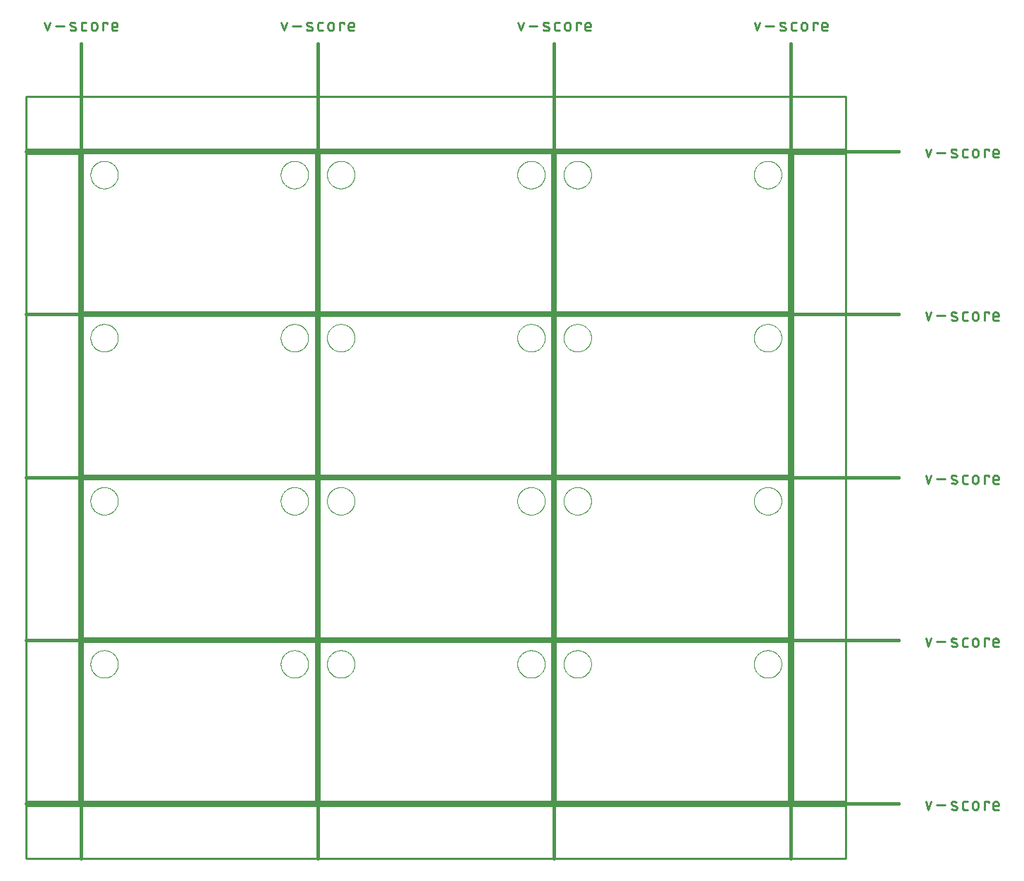
<source format=gko>
G75*
%MOIN*%
%OFA0B0*%
%FSLAX25Y25*%
%IPPOS*%
%LPD*%
%AMOC8*
5,1,8,0,0,1.08239X$1,22.5*
%
%ADD10C,0.00800*%
%ADD11C,0.01500*%
%ADD12C,0.01100*%
%ADD13C,0.01000*%
%ADD14C,0.00000*%
D10*
X0028750Y0028750D02*
X0028750Y0103951D01*
X0138671Y0103951D01*
X0138671Y0028750D01*
X0028750Y0028750D01*
X0028750Y0105951D02*
X0028750Y0181152D01*
X0138671Y0181152D01*
X0138671Y0105951D01*
X0028750Y0105951D01*
X0028750Y0183152D02*
X0028750Y0258352D01*
X0138671Y0258352D01*
X0138671Y0183152D01*
X0028750Y0183152D01*
X0028750Y0260352D02*
X0028750Y0335553D01*
X0138671Y0335553D01*
X0138671Y0260352D01*
X0028750Y0260352D01*
X0140671Y0260352D02*
X0140671Y0335553D01*
X0250593Y0335553D01*
X0250593Y0260352D01*
X0140671Y0260352D01*
X0140671Y0258352D02*
X0140671Y0183152D01*
X0250593Y0183152D01*
X0250593Y0258352D01*
X0140671Y0258352D01*
X0140671Y0181152D02*
X0140671Y0105951D01*
X0250593Y0105951D01*
X0250593Y0181152D01*
X0140671Y0181152D01*
X0140671Y0103951D02*
X0140671Y0028750D01*
X0250593Y0028750D01*
X0250593Y0103951D01*
X0140671Y0103951D01*
X0252592Y0103951D02*
X0252592Y0028750D01*
X0362514Y0028750D01*
X0362514Y0103951D01*
X0252592Y0103951D01*
X0252592Y0105951D02*
X0252592Y0181152D01*
X0362514Y0181152D01*
X0362514Y0105951D01*
X0252592Y0105951D01*
X0252592Y0183152D02*
X0252592Y0258352D01*
X0362514Y0258352D01*
X0362514Y0183152D01*
X0252592Y0183152D01*
X0252592Y0260352D02*
X0252592Y0335553D01*
X0362514Y0335553D01*
X0362514Y0260352D01*
X0252592Y0260352D01*
D11*
X0251592Y0387553D02*
X0251592Y0001750D01*
X0363514Y0001750D02*
X0363514Y0387553D01*
X0414514Y0336553D02*
X0001750Y0336553D01*
X0027750Y0387553D02*
X0027750Y0001750D01*
X0001750Y0027750D02*
X0414514Y0027750D01*
X0414514Y0104951D02*
X0001750Y0104951D01*
X0001750Y0182152D02*
X0414514Y0182152D01*
X0414514Y0259352D02*
X0001750Y0259352D01*
X0139671Y0387553D02*
X0139671Y0001750D01*
D12*
X0427305Y0028733D02*
X0428616Y0024800D01*
X0429927Y0028733D01*
X0432598Y0027094D02*
X0436531Y0027094D01*
X0439899Y0027094D02*
X0441538Y0026439D01*
X0441539Y0026439D02*
X0441591Y0026416D01*
X0441642Y0026389D01*
X0441691Y0026359D01*
X0441738Y0026326D01*
X0441783Y0026290D01*
X0441825Y0026250D01*
X0441864Y0026208D01*
X0441900Y0026164D01*
X0441933Y0026117D01*
X0441963Y0026067D01*
X0441990Y0026016D01*
X0442013Y0025964D01*
X0442032Y0025910D01*
X0442048Y0025854D01*
X0442060Y0025798D01*
X0442068Y0025741D01*
X0442072Y0025684D01*
X0442073Y0025626D01*
X0442069Y0025569D01*
X0442062Y0025512D01*
X0442050Y0025455D01*
X0442035Y0025400D01*
X0442017Y0025345D01*
X0441994Y0025292D01*
X0441968Y0025241D01*
X0441939Y0025192D01*
X0441906Y0025144D01*
X0441870Y0025099D01*
X0441832Y0025057D01*
X0441790Y0025017D01*
X0441746Y0024980D01*
X0441699Y0024946D01*
X0441651Y0024915D01*
X0441600Y0024888D01*
X0441548Y0024864D01*
X0441494Y0024844D01*
X0441439Y0024828D01*
X0441383Y0024815D01*
X0441326Y0024806D01*
X0441268Y0024801D01*
X0441211Y0024800D01*
X0441702Y0028405D02*
X0441595Y0028451D01*
X0441486Y0028494D01*
X0441376Y0028534D01*
X0441264Y0028570D01*
X0441152Y0028602D01*
X0441038Y0028631D01*
X0440924Y0028657D01*
X0440809Y0028678D01*
X0440694Y0028697D01*
X0440577Y0028711D01*
X0440461Y0028722D01*
X0440344Y0028729D01*
X0440227Y0028733D01*
X0440227Y0028734D02*
X0440170Y0028733D01*
X0440112Y0028728D01*
X0440055Y0028719D01*
X0439999Y0028706D01*
X0439944Y0028690D01*
X0439890Y0028670D01*
X0439838Y0028646D01*
X0439787Y0028619D01*
X0439739Y0028588D01*
X0439692Y0028554D01*
X0439648Y0028517D01*
X0439606Y0028477D01*
X0439568Y0028435D01*
X0439532Y0028390D01*
X0439499Y0028342D01*
X0439470Y0028293D01*
X0439444Y0028242D01*
X0439421Y0028189D01*
X0439403Y0028134D01*
X0439388Y0028079D01*
X0439376Y0028022D01*
X0439369Y0027965D01*
X0439365Y0027908D01*
X0439366Y0027850D01*
X0439370Y0027793D01*
X0439378Y0027736D01*
X0439390Y0027680D01*
X0439406Y0027624D01*
X0439425Y0027570D01*
X0439448Y0027518D01*
X0439475Y0027467D01*
X0439505Y0027417D01*
X0439538Y0027370D01*
X0439574Y0027326D01*
X0439613Y0027284D01*
X0439655Y0027244D01*
X0439700Y0027208D01*
X0439747Y0027175D01*
X0439796Y0027145D01*
X0439847Y0027118D01*
X0439899Y0027095D01*
X0439408Y0025128D02*
X0439542Y0025082D01*
X0439677Y0025039D01*
X0439813Y0025000D01*
X0439950Y0024964D01*
X0440087Y0024932D01*
X0440226Y0024903D01*
X0440365Y0024877D01*
X0440505Y0024856D01*
X0440646Y0024837D01*
X0440786Y0024823D01*
X0440928Y0024812D01*
X0441069Y0024804D01*
X0441211Y0024801D01*
X0444752Y0025783D02*
X0444752Y0027750D01*
X0444754Y0027812D01*
X0444760Y0027873D01*
X0444769Y0027934D01*
X0444783Y0027994D01*
X0444800Y0028054D01*
X0444821Y0028112D01*
X0444846Y0028169D01*
X0444874Y0028224D01*
X0444905Y0028277D01*
X0444940Y0028328D01*
X0444978Y0028377D01*
X0445018Y0028423D01*
X0445062Y0028467D01*
X0445108Y0028507D01*
X0445157Y0028545D01*
X0445208Y0028580D01*
X0445261Y0028611D01*
X0445316Y0028639D01*
X0445373Y0028664D01*
X0445431Y0028685D01*
X0445491Y0028702D01*
X0445551Y0028716D01*
X0445612Y0028725D01*
X0445673Y0028731D01*
X0445735Y0028733D01*
X0447046Y0028733D01*
X0449459Y0027422D02*
X0449459Y0026111D01*
X0449461Y0026040D01*
X0449467Y0025969D01*
X0449476Y0025899D01*
X0449490Y0025829D01*
X0449507Y0025760D01*
X0449528Y0025692D01*
X0449552Y0025626D01*
X0449580Y0025561D01*
X0449612Y0025497D01*
X0449647Y0025435D01*
X0449685Y0025375D01*
X0449726Y0025318D01*
X0449771Y0025262D01*
X0449818Y0025209D01*
X0449868Y0025159D01*
X0449921Y0025112D01*
X0449977Y0025067D01*
X0450034Y0025026D01*
X0450094Y0024988D01*
X0450156Y0024953D01*
X0450220Y0024921D01*
X0450285Y0024893D01*
X0450351Y0024869D01*
X0450419Y0024848D01*
X0450488Y0024831D01*
X0450558Y0024817D01*
X0450628Y0024808D01*
X0450699Y0024802D01*
X0450770Y0024800D01*
X0450841Y0024802D01*
X0450912Y0024808D01*
X0450982Y0024817D01*
X0451052Y0024831D01*
X0451121Y0024848D01*
X0451189Y0024869D01*
X0451255Y0024893D01*
X0451320Y0024921D01*
X0451384Y0024953D01*
X0451446Y0024988D01*
X0451506Y0025026D01*
X0451563Y0025067D01*
X0451619Y0025112D01*
X0451672Y0025159D01*
X0451722Y0025209D01*
X0451769Y0025262D01*
X0451814Y0025318D01*
X0451855Y0025375D01*
X0451893Y0025435D01*
X0451928Y0025497D01*
X0451960Y0025561D01*
X0451988Y0025626D01*
X0452012Y0025692D01*
X0452033Y0025760D01*
X0452050Y0025829D01*
X0452064Y0025899D01*
X0452073Y0025969D01*
X0452079Y0026040D01*
X0452081Y0026111D01*
X0452082Y0026111D02*
X0452082Y0027422D01*
X0452081Y0027422D02*
X0452079Y0027493D01*
X0452073Y0027564D01*
X0452064Y0027634D01*
X0452050Y0027704D01*
X0452033Y0027773D01*
X0452012Y0027841D01*
X0451988Y0027907D01*
X0451960Y0027972D01*
X0451928Y0028036D01*
X0451893Y0028098D01*
X0451855Y0028158D01*
X0451814Y0028215D01*
X0451769Y0028271D01*
X0451722Y0028324D01*
X0451672Y0028374D01*
X0451619Y0028421D01*
X0451563Y0028466D01*
X0451506Y0028507D01*
X0451446Y0028545D01*
X0451384Y0028580D01*
X0451320Y0028612D01*
X0451255Y0028640D01*
X0451189Y0028664D01*
X0451121Y0028685D01*
X0451052Y0028702D01*
X0450982Y0028716D01*
X0450912Y0028725D01*
X0450841Y0028731D01*
X0450770Y0028733D01*
X0450699Y0028731D01*
X0450628Y0028725D01*
X0450558Y0028716D01*
X0450488Y0028702D01*
X0450419Y0028685D01*
X0450351Y0028664D01*
X0450285Y0028640D01*
X0450220Y0028612D01*
X0450156Y0028580D01*
X0450094Y0028545D01*
X0450034Y0028507D01*
X0449977Y0028466D01*
X0449921Y0028421D01*
X0449868Y0028374D01*
X0449818Y0028324D01*
X0449771Y0028271D01*
X0449726Y0028215D01*
X0449685Y0028158D01*
X0449647Y0028098D01*
X0449612Y0028036D01*
X0449580Y0027972D01*
X0449552Y0027907D01*
X0449528Y0027841D01*
X0449507Y0027773D01*
X0449490Y0027704D01*
X0449476Y0027634D01*
X0449467Y0027564D01*
X0449461Y0027493D01*
X0449459Y0027422D01*
X0447046Y0024800D02*
X0445735Y0024800D01*
X0445673Y0024802D01*
X0445612Y0024808D01*
X0445551Y0024817D01*
X0445491Y0024831D01*
X0445431Y0024848D01*
X0445373Y0024869D01*
X0445316Y0024894D01*
X0445261Y0024922D01*
X0445208Y0024953D01*
X0445157Y0024988D01*
X0445108Y0025026D01*
X0445062Y0025066D01*
X0445018Y0025110D01*
X0444978Y0025156D01*
X0444940Y0025205D01*
X0444905Y0025256D01*
X0444874Y0025309D01*
X0444846Y0025364D01*
X0444821Y0025421D01*
X0444800Y0025479D01*
X0444783Y0025539D01*
X0444769Y0025599D01*
X0444760Y0025660D01*
X0444754Y0025721D01*
X0444752Y0025783D01*
X0455048Y0024800D02*
X0455048Y0028733D01*
X0457015Y0028733D01*
X0457015Y0028078D01*
X0459101Y0027422D02*
X0459101Y0025783D01*
X0459103Y0025721D01*
X0459109Y0025660D01*
X0459118Y0025599D01*
X0459132Y0025539D01*
X0459149Y0025479D01*
X0459170Y0025421D01*
X0459195Y0025364D01*
X0459223Y0025309D01*
X0459254Y0025256D01*
X0459289Y0025205D01*
X0459327Y0025156D01*
X0459367Y0025110D01*
X0459411Y0025066D01*
X0459457Y0025026D01*
X0459506Y0024988D01*
X0459557Y0024953D01*
X0459610Y0024922D01*
X0459665Y0024894D01*
X0459722Y0024869D01*
X0459780Y0024848D01*
X0459840Y0024831D01*
X0459900Y0024817D01*
X0459961Y0024808D01*
X0460022Y0024802D01*
X0460084Y0024800D01*
X0461723Y0024800D01*
X0461723Y0026767D02*
X0459101Y0026767D01*
X0459101Y0027422D02*
X0459103Y0027493D01*
X0459109Y0027564D01*
X0459118Y0027634D01*
X0459132Y0027704D01*
X0459149Y0027773D01*
X0459170Y0027841D01*
X0459194Y0027907D01*
X0459222Y0027972D01*
X0459254Y0028036D01*
X0459289Y0028098D01*
X0459327Y0028158D01*
X0459368Y0028215D01*
X0459413Y0028271D01*
X0459460Y0028324D01*
X0459510Y0028374D01*
X0459563Y0028421D01*
X0459619Y0028466D01*
X0459676Y0028507D01*
X0459736Y0028545D01*
X0459798Y0028580D01*
X0459862Y0028612D01*
X0459927Y0028640D01*
X0459993Y0028664D01*
X0460061Y0028685D01*
X0460130Y0028702D01*
X0460200Y0028716D01*
X0460270Y0028725D01*
X0460341Y0028731D01*
X0460412Y0028733D01*
X0460483Y0028731D01*
X0460554Y0028725D01*
X0460624Y0028716D01*
X0460694Y0028702D01*
X0460763Y0028685D01*
X0460831Y0028664D01*
X0460897Y0028640D01*
X0460962Y0028612D01*
X0461026Y0028580D01*
X0461088Y0028545D01*
X0461148Y0028507D01*
X0461205Y0028466D01*
X0461261Y0028421D01*
X0461314Y0028374D01*
X0461364Y0028324D01*
X0461411Y0028271D01*
X0461456Y0028215D01*
X0461497Y0028158D01*
X0461535Y0028098D01*
X0461570Y0028036D01*
X0461602Y0027972D01*
X0461630Y0027907D01*
X0461654Y0027841D01*
X0461675Y0027773D01*
X0461692Y0027704D01*
X0461706Y0027634D01*
X0461715Y0027564D01*
X0461721Y0027493D01*
X0461723Y0027422D01*
X0461723Y0026767D01*
X0461723Y0102001D02*
X0460084Y0102001D01*
X0460022Y0102003D01*
X0459961Y0102009D01*
X0459900Y0102018D01*
X0459840Y0102032D01*
X0459780Y0102049D01*
X0459722Y0102070D01*
X0459665Y0102095D01*
X0459610Y0102123D01*
X0459557Y0102154D01*
X0459506Y0102189D01*
X0459457Y0102227D01*
X0459411Y0102267D01*
X0459367Y0102311D01*
X0459327Y0102357D01*
X0459289Y0102406D01*
X0459254Y0102457D01*
X0459223Y0102510D01*
X0459195Y0102565D01*
X0459170Y0102622D01*
X0459149Y0102680D01*
X0459132Y0102740D01*
X0459118Y0102800D01*
X0459109Y0102861D01*
X0459103Y0102922D01*
X0459101Y0102984D01*
X0459101Y0104623D01*
X0459101Y0103967D02*
X0461723Y0103967D01*
X0461723Y0104623D01*
X0461721Y0104694D01*
X0461715Y0104765D01*
X0461706Y0104835D01*
X0461692Y0104905D01*
X0461675Y0104974D01*
X0461654Y0105042D01*
X0461630Y0105108D01*
X0461602Y0105173D01*
X0461570Y0105237D01*
X0461535Y0105299D01*
X0461497Y0105359D01*
X0461456Y0105416D01*
X0461411Y0105472D01*
X0461364Y0105525D01*
X0461314Y0105575D01*
X0461261Y0105622D01*
X0461205Y0105667D01*
X0461148Y0105708D01*
X0461088Y0105746D01*
X0461026Y0105781D01*
X0460962Y0105813D01*
X0460897Y0105841D01*
X0460831Y0105865D01*
X0460763Y0105886D01*
X0460694Y0105903D01*
X0460624Y0105917D01*
X0460554Y0105926D01*
X0460483Y0105932D01*
X0460412Y0105934D01*
X0460341Y0105932D01*
X0460270Y0105926D01*
X0460200Y0105917D01*
X0460130Y0105903D01*
X0460061Y0105886D01*
X0459993Y0105865D01*
X0459927Y0105841D01*
X0459862Y0105813D01*
X0459798Y0105781D01*
X0459736Y0105746D01*
X0459676Y0105708D01*
X0459619Y0105667D01*
X0459563Y0105622D01*
X0459510Y0105575D01*
X0459460Y0105525D01*
X0459413Y0105472D01*
X0459368Y0105416D01*
X0459327Y0105359D01*
X0459289Y0105299D01*
X0459254Y0105237D01*
X0459222Y0105173D01*
X0459194Y0105108D01*
X0459170Y0105042D01*
X0459149Y0104974D01*
X0459132Y0104905D01*
X0459118Y0104835D01*
X0459109Y0104765D01*
X0459103Y0104694D01*
X0459101Y0104623D01*
X0457015Y0105279D02*
X0457015Y0105934D01*
X0455048Y0105934D01*
X0455048Y0102001D01*
X0452082Y0103312D02*
X0452082Y0104623D01*
X0452081Y0104623D02*
X0452079Y0104694D01*
X0452073Y0104765D01*
X0452064Y0104835D01*
X0452050Y0104905D01*
X0452033Y0104974D01*
X0452012Y0105042D01*
X0451988Y0105108D01*
X0451960Y0105173D01*
X0451928Y0105237D01*
X0451893Y0105299D01*
X0451855Y0105359D01*
X0451814Y0105416D01*
X0451769Y0105472D01*
X0451722Y0105525D01*
X0451672Y0105575D01*
X0451619Y0105622D01*
X0451563Y0105667D01*
X0451506Y0105708D01*
X0451446Y0105746D01*
X0451384Y0105781D01*
X0451320Y0105813D01*
X0451255Y0105841D01*
X0451189Y0105865D01*
X0451121Y0105886D01*
X0451052Y0105903D01*
X0450982Y0105917D01*
X0450912Y0105926D01*
X0450841Y0105932D01*
X0450770Y0105934D01*
X0450699Y0105932D01*
X0450628Y0105926D01*
X0450558Y0105917D01*
X0450488Y0105903D01*
X0450419Y0105886D01*
X0450351Y0105865D01*
X0450285Y0105841D01*
X0450220Y0105813D01*
X0450156Y0105781D01*
X0450094Y0105746D01*
X0450034Y0105708D01*
X0449977Y0105667D01*
X0449921Y0105622D01*
X0449868Y0105575D01*
X0449818Y0105525D01*
X0449771Y0105472D01*
X0449726Y0105416D01*
X0449685Y0105359D01*
X0449647Y0105299D01*
X0449612Y0105237D01*
X0449580Y0105173D01*
X0449552Y0105108D01*
X0449528Y0105042D01*
X0449507Y0104974D01*
X0449490Y0104905D01*
X0449476Y0104835D01*
X0449467Y0104765D01*
X0449461Y0104694D01*
X0449459Y0104623D01*
X0449459Y0103312D01*
X0449461Y0103241D01*
X0449467Y0103170D01*
X0449476Y0103100D01*
X0449490Y0103030D01*
X0449507Y0102961D01*
X0449528Y0102893D01*
X0449552Y0102827D01*
X0449580Y0102762D01*
X0449612Y0102698D01*
X0449647Y0102636D01*
X0449685Y0102576D01*
X0449726Y0102519D01*
X0449771Y0102463D01*
X0449818Y0102410D01*
X0449868Y0102360D01*
X0449921Y0102313D01*
X0449977Y0102268D01*
X0450034Y0102227D01*
X0450094Y0102189D01*
X0450156Y0102154D01*
X0450220Y0102122D01*
X0450285Y0102094D01*
X0450351Y0102070D01*
X0450419Y0102049D01*
X0450488Y0102032D01*
X0450558Y0102018D01*
X0450628Y0102009D01*
X0450699Y0102003D01*
X0450770Y0102001D01*
X0450841Y0102003D01*
X0450912Y0102009D01*
X0450982Y0102018D01*
X0451052Y0102032D01*
X0451121Y0102049D01*
X0451189Y0102070D01*
X0451255Y0102094D01*
X0451320Y0102122D01*
X0451384Y0102154D01*
X0451446Y0102189D01*
X0451506Y0102227D01*
X0451563Y0102268D01*
X0451619Y0102313D01*
X0451672Y0102360D01*
X0451722Y0102410D01*
X0451769Y0102463D01*
X0451814Y0102519D01*
X0451855Y0102576D01*
X0451893Y0102636D01*
X0451928Y0102698D01*
X0451960Y0102762D01*
X0451988Y0102827D01*
X0452012Y0102893D01*
X0452033Y0102961D01*
X0452050Y0103030D01*
X0452064Y0103100D01*
X0452073Y0103170D01*
X0452079Y0103241D01*
X0452081Y0103312D01*
X0447046Y0102001D02*
X0445735Y0102001D01*
X0445673Y0102003D01*
X0445612Y0102009D01*
X0445551Y0102018D01*
X0445491Y0102032D01*
X0445431Y0102049D01*
X0445373Y0102070D01*
X0445316Y0102095D01*
X0445261Y0102123D01*
X0445208Y0102154D01*
X0445157Y0102189D01*
X0445108Y0102227D01*
X0445062Y0102267D01*
X0445018Y0102311D01*
X0444978Y0102357D01*
X0444940Y0102406D01*
X0444905Y0102457D01*
X0444874Y0102510D01*
X0444846Y0102565D01*
X0444821Y0102622D01*
X0444800Y0102680D01*
X0444783Y0102740D01*
X0444769Y0102800D01*
X0444760Y0102861D01*
X0444754Y0102922D01*
X0444752Y0102984D01*
X0444752Y0104951D01*
X0444754Y0105013D01*
X0444760Y0105074D01*
X0444769Y0105135D01*
X0444783Y0105195D01*
X0444800Y0105255D01*
X0444821Y0105313D01*
X0444846Y0105370D01*
X0444874Y0105425D01*
X0444905Y0105478D01*
X0444940Y0105529D01*
X0444978Y0105578D01*
X0445018Y0105624D01*
X0445062Y0105668D01*
X0445108Y0105708D01*
X0445157Y0105746D01*
X0445208Y0105781D01*
X0445261Y0105812D01*
X0445316Y0105840D01*
X0445373Y0105865D01*
X0445431Y0105886D01*
X0445491Y0105903D01*
X0445551Y0105917D01*
X0445612Y0105926D01*
X0445673Y0105932D01*
X0445735Y0105934D01*
X0447046Y0105934D01*
X0441538Y0103640D02*
X0439899Y0104295D01*
X0439847Y0104318D01*
X0439796Y0104345D01*
X0439747Y0104375D01*
X0439700Y0104408D01*
X0439655Y0104444D01*
X0439613Y0104484D01*
X0439574Y0104526D01*
X0439538Y0104570D01*
X0439505Y0104617D01*
X0439475Y0104667D01*
X0439448Y0104718D01*
X0439425Y0104770D01*
X0439406Y0104824D01*
X0439390Y0104880D01*
X0439378Y0104936D01*
X0439370Y0104993D01*
X0439366Y0105050D01*
X0439365Y0105108D01*
X0439369Y0105165D01*
X0439376Y0105222D01*
X0439388Y0105279D01*
X0439403Y0105334D01*
X0439421Y0105389D01*
X0439444Y0105442D01*
X0439470Y0105493D01*
X0439499Y0105542D01*
X0439532Y0105590D01*
X0439568Y0105635D01*
X0439606Y0105677D01*
X0439648Y0105717D01*
X0439692Y0105754D01*
X0439739Y0105788D01*
X0439787Y0105819D01*
X0439838Y0105846D01*
X0439890Y0105870D01*
X0439944Y0105890D01*
X0439999Y0105906D01*
X0440055Y0105919D01*
X0440112Y0105928D01*
X0440170Y0105933D01*
X0440227Y0105934D01*
X0439408Y0102328D02*
X0439542Y0102282D01*
X0439677Y0102239D01*
X0439813Y0102200D01*
X0439950Y0102164D01*
X0440087Y0102132D01*
X0440226Y0102103D01*
X0440365Y0102077D01*
X0440505Y0102056D01*
X0440646Y0102037D01*
X0440786Y0102023D01*
X0440928Y0102012D01*
X0441069Y0102004D01*
X0441211Y0102001D01*
X0441268Y0102002D01*
X0441326Y0102007D01*
X0441383Y0102016D01*
X0441439Y0102029D01*
X0441494Y0102045D01*
X0441548Y0102065D01*
X0441600Y0102089D01*
X0441651Y0102116D01*
X0441699Y0102147D01*
X0441746Y0102181D01*
X0441790Y0102218D01*
X0441832Y0102258D01*
X0441870Y0102300D01*
X0441906Y0102345D01*
X0441939Y0102393D01*
X0441968Y0102442D01*
X0441994Y0102493D01*
X0442017Y0102546D01*
X0442035Y0102601D01*
X0442050Y0102656D01*
X0442062Y0102713D01*
X0442069Y0102770D01*
X0442073Y0102827D01*
X0442072Y0102885D01*
X0442068Y0102942D01*
X0442060Y0102999D01*
X0442048Y0103055D01*
X0442032Y0103111D01*
X0442013Y0103165D01*
X0441990Y0103217D01*
X0441963Y0103268D01*
X0441933Y0103318D01*
X0441900Y0103365D01*
X0441864Y0103409D01*
X0441825Y0103451D01*
X0441783Y0103491D01*
X0441738Y0103527D01*
X0441691Y0103560D01*
X0441642Y0103590D01*
X0441591Y0103617D01*
X0441539Y0103640D01*
X0441702Y0105606D02*
X0441595Y0105652D01*
X0441486Y0105695D01*
X0441376Y0105735D01*
X0441264Y0105771D01*
X0441152Y0105803D01*
X0441038Y0105832D01*
X0440924Y0105858D01*
X0440809Y0105879D01*
X0440694Y0105898D01*
X0440577Y0105912D01*
X0440461Y0105923D01*
X0440344Y0105930D01*
X0440227Y0105934D01*
X0436531Y0104295D02*
X0432598Y0104295D01*
X0429927Y0105934D02*
X0428616Y0102001D01*
X0427305Y0105934D01*
X0428616Y0179202D02*
X0429927Y0183135D01*
X0427305Y0183135D02*
X0428616Y0179202D01*
X0432598Y0181496D02*
X0436531Y0181496D01*
X0439899Y0181496D02*
X0441538Y0180840D01*
X0441539Y0180840D02*
X0441591Y0180817D01*
X0441642Y0180790D01*
X0441691Y0180760D01*
X0441738Y0180727D01*
X0441783Y0180691D01*
X0441825Y0180651D01*
X0441864Y0180609D01*
X0441900Y0180565D01*
X0441933Y0180518D01*
X0441963Y0180468D01*
X0441990Y0180417D01*
X0442013Y0180365D01*
X0442032Y0180311D01*
X0442048Y0180255D01*
X0442060Y0180199D01*
X0442068Y0180142D01*
X0442072Y0180085D01*
X0442073Y0180027D01*
X0442069Y0179970D01*
X0442062Y0179913D01*
X0442050Y0179856D01*
X0442035Y0179801D01*
X0442017Y0179746D01*
X0441994Y0179693D01*
X0441968Y0179642D01*
X0441939Y0179593D01*
X0441906Y0179545D01*
X0441870Y0179500D01*
X0441832Y0179458D01*
X0441790Y0179418D01*
X0441746Y0179381D01*
X0441699Y0179347D01*
X0441651Y0179316D01*
X0441600Y0179289D01*
X0441548Y0179265D01*
X0441494Y0179245D01*
X0441439Y0179229D01*
X0441383Y0179216D01*
X0441326Y0179207D01*
X0441268Y0179202D01*
X0441211Y0179201D01*
X0441702Y0182807D02*
X0441595Y0182853D01*
X0441486Y0182896D01*
X0441376Y0182936D01*
X0441264Y0182972D01*
X0441152Y0183004D01*
X0441038Y0183033D01*
X0440924Y0183059D01*
X0440809Y0183080D01*
X0440694Y0183099D01*
X0440577Y0183113D01*
X0440461Y0183124D01*
X0440344Y0183131D01*
X0440227Y0183135D01*
X0440170Y0183134D01*
X0440112Y0183129D01*
X0440055Y0183120D01*
X0439999Y0183107D01*
X0439944Y0183091D01*
X0439890Y0183071D01*
X0439838Y0183047D01*
X0439787Y0183020D01*
X0439739Y0182989D01*
X0439692Y0182955D01*
X0439648Y0182918D01*
X0439606Y0182878D01*
X0439568Y0182836D01*
X0439532Y0182791D01*
X0439499Y0182743D01*
X0439470Y0182694D01*
X0439444Y0182643D01*
X0439421Y0182590D01*
X0439403Y0182535D01*
X0439388Y0182480D01*
X0439376Y0182423D01*
X0439369Y0182366D01*
X0439365Y0182309D01*
X0439366Y0182251D01*
X0439370Y0182194D01*
X0439378Y0182137D01*
X0439390Y0182081D01*
X0439406Y0182025D01*
X0439425Y0181971D01*
X0439448Y0181919D01*
X0439475Y0181868D01*
X0439505Y0181818D01*
X0439538Y0181771D01*
X0439574Y0181727D01*
X0439613Y0181685D01*
X0439655Y0181645D01*
X0439700Y0181609D01*
X0439747Y0181576D01*
X0439796Y0181546D01*
X0439847Y0181519D01*
X0439899Y0181496D01*
X0439408Y0179529D02*
X0439542Y0179483D01*
X0439677Y0179440D01*
X0439813Y0179401D01*
X0439950Y0179365D01*
X0440087Y0179333D01*
X0440226Y0179304D01*
X0440365Y0179278D01*
X0440505Y0179257D01*
X0440646Y0179238D01*
X0440786Y0179224D01*
X0440928Y0179213D01*
X0441069Y0179205D01*
X0441211Y0179202D01*
X0444752Y0180185D02*
X0444752Y0182152D01*
X0444754Y0182214D01*
X0444760Y0182275D01*
X0444769Y0182336D01*
X0444783Y0182396D01*
X0444800Y0182456D01*
X0444821Y0182514D01*
X0444846Y0182571D01*
X0444874Y0182626D01*
X0444905Y0182679D01*
X0444940Y0182730D01*
X0444978Y0182779D01*
X0445018Y0182825D01*
X0445062Y0182869D01*
X0445108Y0182909D01*
X0445157Y0182947D01*
X0445208Y0182982D01*
X0445261Y0183013D01*
X0445316Y0183041D01*
X0445373Y0183066D01*
X0445431Y0183087D01*
X0445491Y0183104D01*
X0445551Y0183118D01*
X0445612Y0183127D01*
X0445673Y0183133D01*
X0445735Y0183135D01*
X0447046Y0183135D01*
X0449459Y0181824D02*
X0449459Y0180513D01*
X0449461Y0180442D01*
X0449467Y0180371D01*
X0449476Y0180301D01*
X0449490Y0180231D01*
X0449507Y0180162D01*
X0449528Y0180094D01*
X0449552Y0180028D01*
X0449580Y0179963D01*
X0449612Y0179899D01*
X0449647Y0179837D01*
X0449685Y0179777D01*
X0449726Y0179720D01*
X0449771Y0179664D01*
X0449818Y0179611D01*
X0449868Y0179561D01*
X0449921Y0179514D01*
X0449977Y0179469D01*
X0450034Y0179428D01*
X0450094Y0179390D01*
X0450156Y0179355D01*
X0450220Y0179323D01*
X0450285Y0179295D01*
X0450351Y0179271D01*
X0450419Y0179250D01*
X0450488Y0179233D01*
X0450558Y0179219D01*
X0450628Y0179210D01*
X0450699Y0179204D01*
X0450770Y0179202D01*
X0450841Y0179204D01*
X0450912Y0179210D01*
X0450982Y0179219D01*
X0451052Y0179233D01*
X0451121Y0179250D01*
X0451189Y0179271D01*
X0451255Y0179295D01*
X0451320Y0179323D01*
X0451384Y0179355D01*
X0451446Y0179390D01*
X0451506Y0179428D01*
X0451563Y0179469D01*
X0451619Y0179514D01*
X0451672Y0179561D01*
X0451722Y0179611D01*
X0451769Y0179664D01*
X0451814Y0179720D01*
X0451855Y0179777D01*
X0451893Y0179837D01*
X0451928Y0179899D01*
X0451960Y0179963D01*
X0451988Y0180028D01*
X0452012Y0180094D01*
X0452033Y0180162D01*
X0452050Y0180231D01*
X0452064Y0180301D01*
X0452073Y0180371D01*
X0452079Y0180442D01*
X0452081Y0180513D01*
X0452082Y0180513D02*
X0452082Y0181824D01*
X0452081Y0181824D02*
X0452079Y0181895D01*
X0452073Y0181966D01*
X0452064Y0182036D01*
X0452050Y0182106D01*
X0452033Y0182175D01*
X0452012Y0182243D01*
X0451988Y0182309D01*
X0451960Y0182374D01*
X0451928Y0182438D01*
X0451893Y0182500D01*
X0451855Y0182560D01*
X0451814Y0182617D01*
X0451769Y0182673D01*
X0451722Y0182726D01*
X0451672Y0182776D01*
X0451619Y0182823D01*
X0451563Y0182868D01*
X0451506Y0182909D01*
X0451446Y0182947D01*
X0451384Y0182982D01*
X0451320Y0183014D01*
X0451255Y0183042D01*
X0451189Y0183066D01*
X0451121Y0183087D01*
X0451052Y0183104D01*
X0450982Y0183118D01*
X0450912Y0183127D01*
X0450841Y0183133D01*
X0450770Y0183135D01*
X0450699Y0183133D01*
X0450628Y0183127D01*
X0450558Y0183118D01*
X0450488Y0183104D01*
X0450419Y0183087D01*
X0450351Y0183066D01*
X0450285Y0183042D01*
X0450220Y0183014D01*
X0450156Y0182982D01*
X0450094Y0182947D01*
X0450034Y0182909D01*
X0449977Y0182868D01*
X0449921Y0182823D01*
X0449868Y0182776D01*
X0449818Y0182726D01*
X0449771Y0182673D01*
X0449726Y0182617D01*
X0449685Y0182560D01*
X0449647Y0182500D01*
X0449612Y0182438D01*
X0449580Y0182374D01*
X0449552Y0182309D01*
X0449528Y0182243D01*
X0449507Y0182175D01*
X0449490Y0182106D01*
X0449476Y0182036D01*
X0449467Y0181966D01*
X0449461Y0181895D01*
X0449459Y0181824D01*
X0447046Y0179202D02*
X0445735Y0179202D01*
X0445673Y0179204D01*
X0445612Y0179210D01*
X0445551Y0179219D01*
X0445491Y0179233D01*
X0445431Y0179250D01*
X0445373Y0179271D01*
X0445316Y0179296D01*
X0445261Y0179324D01*
X0445208Y0179355D01*
X0445157Y0179390D01*
X0445108Y0179428D01*
X0445062Y0179468D01*
X0445018Y0179512D01*
X0444978Y0179558D01*
X0444940Y0179607D01*
X0444905Y0179658D01*
X0444874Y0179711D01*
X0444846Y0179766D01*
X0444821Y0179823D01*
X0444800Y0179881D01*
X0444783Y0179941D01*
X0444769Y0180001D01*
X0444760Y0180062D01*
X0444754Y0180123D01*
X0444752Y0180185D01*
X0455048Y0179202D02*
X0455048Y0183135D01*
X0457015Y0183135D01*
X0457015Y0182479D01*
X0459101Y0181824D02*
X0459101Y0180185D01*
X0459103Y0180123D01*
X0459109Y0180062D01*
X0459118Y0180001D01*
X0459132Y0179941D01*
X0459149Y0179881D01*
X0459170Y0179823D01*
X0459195Y0179766D01*
X0459223Y0179711D01*
X0459254Y0179658D01*
X0459289Y0179607D01*
X0459327Y0179558D01*
X0459367Y0179512D01*
X0459411Y0179468D01*
X0459457Y0179428D01*
X0459506Y0179390D01*
X0459557Y0179355D01*
X0459610Y0179324D01*
X0459665Y0179296D01*
X0459722Y0179271D01*
X0459780Y0179250D01*
X0459840Y0179233D01*
X0459900Y0179219D01*
X0459961Y0179210D01*
X0460022Y0179204D01*
X0460084Y0179202D01*
X0461723Y0179202D01*
X0461723Y0181168D02*
X0459101Y0181168D01*
X0459101Y0181824D02*
X0459103Y0181895D01*
X0459109Y0181966D01*
X0459118Y0182036D01*
X0459132Y0182106D01*
X0459149Y0182175D01*
X0459170Y0182243D01*
X0459194Y0182309D01*
X0459222Y0182374D01*
X0459254Y0182438D01*
X0459289Y0182500D01*
X0459327Y0182560D01*
X0459368Y0182617D01*
X0459413Y0182673D01*
X0459460Y0182726D01*
X0459510Y0182776D01*
X0459563Y0182823D01*
X0459619Y0182868D01*
X0459676Y0182909D01*
X0459736Y0182947D01*
X0459798Y0182982D01*
X0459862Y0183014D01*
X0459927Y0183042D01*
X0459993Y0183066D01*
X0460061Y0183087D01*
X0460130Y0183104D01*
X0460200Y0183118D01*
X0460270Y0183127D01*
X0460341Y0183133D01*
X0460412Y0183135D01*
X0460483Y0183133D01*
X0460554Y0183127D01*
X0460624Y0183118D01*
X0460694Y0183104D01*
X0460763Y0183087D01*
X0460831Y0183066D01*
X0460897Y0183042D01*
X0460962Y0183014D01*
X0461026Y0182982D01*
X0461088Y0182947D01*
X0461148Y0182909D01*
X0461205Y0182868D01*
X0461261Y0182823D01*
X0461314Y0182776D01*
X0461364Y0182726D01*
X0461411Y0182673D01*
X0461456Y0182617D01*
X0461497Y0182560D01*
X0461535Y0182500D01*
X0461570Y0182438D01*
X0461602Y0182374D01*
X0461630Y0182309D01*
X0461654Y0182243D01*
X0461675Y0182175D01*
X0461692Y0182106D01*
X0461706Y0182036D01*
X0461715Y0181966D01*
X0461721Y0181895D01*
X0461723Y0181824D01*
X0461723Y0181168D01*
X0461723Y0256402D02*
X0460084Y0256402D01*
X0460084Y0256403D02*
X0460022Y0256405D01*
X0459961Y0256411D01*
X0459900Y0256420D01*
X0459840Y0256434D01*
X0459780Y0256451D01*
X0459722Y0256472D01*
X0459665Y0256497D01*
X0459610Y0256525D01*
X0459557Y0256556D01*
X0459506Y0256591D01*
X0459457Y0256629D01*
X0459411Y0256669D01*
X0459367Y0256713D01*
X0459327Y0256759D01*
X0459289Y0256808D01*
X0459254Y0256859D01*
X0459223Y0256912D01*
X0459195Y0256967D01*
X0459170Y0257024D01*
X0459149Y0257082D01*
X0459132Y0257142D01*
X0459118Y0257202D01*
X0459109Y0257263D01*
X0459103Y0257324D01*
X0459101Y0257386D01*
X0459101Y0259025D01*
X0459101Y0258369D02*
X0461723Y0258369D01*
X0461723Y0259025D01*
X0461721Y0259096D01*
X0461715Y0259167D01*
X0461706Y0259237D01*
X0461692Y0259307D01*
X0461675Y0259376D01*
X0461654Y0259444D01*
X0461630Y0259510D01*
X0461602Y0259575D01*
X0461570Y0259639D01*
X0461535Y0259701D01*
X0461497Y0259761D01*
X0461456Y0259818D01*
X0461411Y0259874D01*
X0461364Y0259927D01*
X0461314Y0259977D01*
X0461261Y0260024D01*
X0461205Y0260069D01*
X0461148Y0260110D01*
X0461088Y0260148D01*
X0461026Y0260183D01*
X0460962Y0260215D01*
X0460897Y0260243D01*
X0460831Y0260267D01*
X0460763Y0260288D01*
X0460694Y0260305D01*
X0460624Y0260319D01*
X0460554Y0260328D01*
X0460483Y0260334D01*
X0460412Y0260336D01*
X0460341Y0260334D01*
X0460270Y0260328D01*
X0460200Y0260319D01*
X0460130Y0260305D01*
X0460061Y0260288D01*
X0459993Y0260267D01*
X0459927Y0260243D01*
X0459862Y0260215D01*
X0459798Y0260183D01*
X0459736Y0260148D01*
X0459676Y0260110D01*
X0459619Y0260069D01*
X0459563Y0260024D01*
X0459510Y0259977D01*
X0459460Y0259927D01*
X0459413Y0259874D01*
X0459368Y0259818D01*
X0459327Y0259761D01*
X0459289Y0259701D01*
X0459254Y0259639D01*
X0459222Y0259575D01*
X0459194Y0259510D01*
X0459170Y0259444D01*
X0459149Y0259376D01*
X0459132Y0259307D01*
X0459118Y0259237D01*
X0459109Y0259167D01*
X0459103Y0259096D01*
X0459101Y0259025D01*
X0457015Y0259680D02*
X0457015Y0260336D01*
X0455048Y0260336D01*
X0455048Y0256402D01*
X0452082Y0257714D02*
X0452082Y0259025D01*
X0452081Y0259025D02*
X0452079Y0259096D01*
X0452073Y0259167D01*
X0452064Y0259237D01*
X0452050Y0259307D01*
X0452033Y0259376D01*
X0452012Y0259444D01*
X0451988Y0259510D01*
X0451960Y0259575D01*
X0451928Y0259639D01*
X0451893Y0259701D01*
X0451855Y0259761D01*
X0451814Y0259818D01*
X0451769Y0259874D01*
X0451722Y0259927D01*
X0451672Y0259977D01*
X0451619Y0260024D01*
X0451563Y0260069D01*
X0451506Y0260110D01*
X0451446Y0260148D01*
X0451384Y0260183D01*
X0451320Y0260215D01*
X0451255Y0260243D01*
X0451189Y0260267D01*
X0451121Y0260288D01*
X0451052Y0260305D01*
X0450982Y0260319D01*
X0450912Y0260328D01*
X0450841Y0260334D01*
X0450770Y0260336D01*
X0450699Y0260334D01*
X0450628Y0260328D01*
X0450558Y0260319D01*
X0450488Y0260305D01*
X0450419Y0260288D01*
X0450351Y0260267D01*
X0450285Y0260243D01*
X0450220Y0260215D01*
X0450156Y0260183D01*
X0450094Y0260148D01*
X0450034Y0260110D01*
X0449977Y0260069D01*
X0449921Y0260024D01*
X0449868Y0259977D01*
X0449818Y0259927D01*
X0449771Y0259874D01*
X0449726Y0259818D01*
X0449685Y0259761D01*
X0449647Y0259701D01*
X0449612Y0259639D01*
X0449580Y0259575D01*
X0449552Y0259510D01*
X0449528Y0259444D01*
X0449507Y0259376D01*
X0449490Y0259307D01*
X0449476Y0259237D01*
X0449467Y0259167D01*
X0449461Y0259096D01*
X0449459Y0259025D01*
X0449459Y0257714D01*
X0449461Y0257643D01*
X0449467Y0257572D01*
X0449476Y0257502D01*
X0449490Y0257432D01*
X0449507Y0257363D01*
X0449528Y0257295D01*
X0449552Y0257229D01*
X0449580Y0257164D01*
X0449612Y0257100D01*
X0449647Y0257038D01*
X0449685Y0256978D01*
X0449726Y0256921D01*
X0449771Y0256865D01*
X0449818Y0256812D01*
X0449868Y0256762D01*
X0449921Y0256715D01*
X0449977Y0256670D01*
X0450034Y0256629D01*
X0450094Y0256591D01*
X0450156Y0256556D01*
X0450220Y0256524D01*
X0450285Y0256496D01*
X0450351Y0256472D01*
X0450419Y0256451D01*
X0450488Y0256434D01*
X0450558Y0256420D01*
X0450628Y0256411D01*
X0450699Y0256405D01*
X0450770Y0256403D01*
X0450841Y0256405D01*
X0450912Y0256411D01*
X0450982Y0256420D01*
X0451052Y0256434D01*
X0451121Y0256451D01*
X0451189Y0256472D01*
X0451255Y0256496D01*
X0451320Y0256524D01*
X0451384Y0256556D01*
X0451446Y0256591D01*
X0451506Y0256629D01*
X0451563Y0256670D01*
X0451619Y0256715D01*
X0451672Y0256762D01*
X0451722Y0256812D01*
X0451769Y0256865D01*
X0451814Y0256921D01*
X0451855Y0256978D01*
X0451893Y0257038D01*
X0451928Y0257100D01*
X0451960Y0257164D01*
X0451988Y0257229D01*
X0452012Y0257295D01*
X0452033Y0257363D01*
X0452050Y0257432D01*
X0452064Y0257502D01*
X0452073Y0257572D01*
X0452079Y0257643D01*
X0452081Y0257714D01*
X0447046Y0256402D02*
X0445735Y0256402D01*
X0445735Y0256403D02*
X0445673Y0256405D01*
X0445612Y0256411D01*
X0445551Y0256420D01*
X0445491Y0256434D01*
X0445431Y0256451D01*
X0445373Y0256472D01*
X0445316Y0256497D01*
X0445261Y0256525D01*
X0445208Y0256556D01*
X0445157Y0256591D01*
X0445108Y0256629D01*
X0445062Y0256669D01*
X0445018Y0256713D01*
X0444978Y0256759D01*
X0444940Y0256808D01*
X0444905Y0256859D01*
X0444874Y0256912D01*
X0444846Y0256967D01*
X0444821Y0257024D01*
X0444800Y0257082D01*
X0444783Y0257142D01*
X0444769Y0257202D01*
X0444760Y0257263D01*
X0444754Y0257324D01*
X0444752Y0257386D01*
X0444752Y0259352D01*
X0444754Y0259414D01*
X0444760Y0259475D01*
X0444769Y0259536D01*
X0444783Y0259596D01*
X0444800Y0259656D01*
X0444821Y0259714D01*
X0444846Y0259771D01*
X0444874Y0259826D01*
X0444905Y0259879D01*
X0444940Y0259930D01*
X0444978Y0259979D01*
X0445018Y0260025D01*
X0445062Y0260069D01*
X0445108Y0260109D01*
X0445157Y0260147D01*
X0445208Y0260182D01*
X0445261Y0260213D01*
X0445316Y0260241D01*
X0445373Y0260266D01*
X0445431Y0260287D01*
X0445491Y0260304D01*
X0445551Y0260318D01*
X0445612Y0260327D01*
X0445673Y0260333D01*
X0445735Y0260335D01*
X0445735Y0260336D02*
X0447046Y0260336D01*
X0441538Y0258041D02*
X0439899Y0258697D01*
X0439847Y0258720D01*
X0439796Y0258747D01*
X0439747Y0258777D01*
X0439700Y0258810D01*
X0439655Y0258846D01*
X0439613Y0258886D01*
X0439574Y0258928D01*
X0439538Y0258972D01*
X0439505Y0259019D01*
X0439475Y0259069D01*
X0439448Y0259120D01*
X0439425Y0259172D01*
X0439406Y0259226D01*
X0439390Y0259282D01*
X0439378Y0259338D01*
X0439370Y0259395D01*
X0439366Y0259452D01*
X0439365Y0259510D01*
X0439369Y0259567D01*
X0439376Y0259624D01*
X0439388Y0259681D01*
X0439403Y0259736D01*
X0439421Y0259791D01*
X0439444Y0259844D01*
X0439470Y0259895D01*
X0439499Y0259944D01*
X0439532Y0259992D01*
X0439568Y0260037D01*
X0439606Y0260079D01*
X0439648Y0260119D01*
X0439692Y0260156D01*
X0439739Y0260190D01*
X0439787Y0260221D01*
X0439838Y0260248D01*
X0439890Y0260272D01*
X0439944Y0260292D01*
X0439999Y0260308D01*
X0440055Y0260321D01*
X0440112Y0260330D01*
X0440170Y0260335D01*
X0440227Y0260336D01*
X0439408Y0256730D02*
X0439542Y0256684D01*
X0439677Y0256641D01*
X0439813Y0256602D01*
X0439950Y0256566D01*
X0440087Y0256534D01*
X0440226Y0256505D01*
X0440365Y0256479D01*
X0440505Y0256458D01*
X0440646Y0256439D01*
X0440786Y0256425D01*
X0440928Y0256414D01*
X0441069Y0256406D01*
X0441211Y0256403D01*
X0441211Y0256402D02*
X0441268Y0256403D01*
X0441326Y0256408D01*
X0441383Y0256417D01*
X0441439Y0256430D01*
X0441494Y0256446D01*
X0441548Y0256466D01*
X0441600Y0256490D01*
X0441651Y0256517D01*
X0441699Y0256548D01*
X0441746Y0256582D01*
X0441790Y0256619D01*
X0441832Y0256659D01*
X0441870Y0256701D01*
X0441906Y0256746D01*
X0441939Y0256794D01*
X0441968Y0256843D01*
X0441994Y0256894D01*
X0442017Y0256947D01*
X0442035Y0257002D01*
X0442050Y0257057D01*
X0442062Y0257114D01*
X0442069Y0257171D01*
X0442073Y0257228D01*
X0442072Y0257286D01*
X0442068Y0257343D01*
X0442060Y0257400D01*
X0442048Y0257456D01*
X0442032Y0257512D01*
X0442013Y0257566D01*
X0441990Y0257618D01*
X0441963Y0257669D01*
X0441933Y0257719D01*
X0441900Y0257766D01*
X0441864Y0257810D01*
X0441825Y0257852D01*
X0441783Y0257892D01*
X0441738Y0257928D01*
X0441691Y0257961D01*
X0441642Y0257991D01*
X0441591Y0258018D01*
X0441539Y0258041D01*
X0441702Y0260008D02*
X0441595Y0260054D01*
X0441486Y0260097D01*
X0441376Y0260137D01*
X0441264Y0260173D01*
X0441152Y0260205D01*
X0441038Y0260234D01*
X0440924Y0260260D01*
X0440809Y0260281D01*
X0440694Y0260300D01*
X0440577Y0260314D01*
X0440461Y0260325D01*
X0440344Y0260332D01*
X0440227Y0260336D01*
X0436531Y0258697D02*
X0432598Y0258697D01*
X0429927Y0260336D02*
X0428616Y0256402D01*
X0427305Y0260336D01*
X0428616Y0333603D02*
X0429927Y0337536D01*
X0427305Y0337536D02*
X0428616Y0333603D01*
X0432598Y0335898D02*
X0436531Y0335898D01*
X0439899Y0335898D02*
X0441538Y0335242D01*
X0441539Y0335242D02*
X0441591Y0335219D01*
X0441642Y0335192D01*
X0441691Y0335162D01*
X0441738Y0335129D01*
X0441783Y0335093D01*
X0441825Y0335053D01*
X0441864Y0335011D01*
X0441900Y0334967D01*
X0441933Y0334920D01*
X0441963Y0334870D01*
X0441990Y0334819D01*
X0442013Y0334767D01*
X0442032Y0334713D01*
X0442048Y0334657D01*
X0442060Y0334601D01*
X0442068Y0334544D01*
X0442072Y0334487D01*
X0442073Y0334429D01*
X0442069Y0334372D01*
X0442062Y0334315D01*
X0442050Y0334258D01*
X0442035Y0334203D01*
X0442017Y0334148D01*
X0441994Y0334095D01*
X0441968Y0334044D01*
X0441939Y0333995D01*
X0441906Y0333947D01*
X0441870Y0333902D01*
X0441832Y0333860D01*
X0441790Y0333820D01*
X0441746Y0333783D01*
X0441699Y0333749D01*
X0441651Y0333718D01*
X0441600Y0333691D01*
X0441548Y0333667D01*
X0441494Y0333647D01*
X0441439Y0333631D01*
X0441383Y0333618D01*
X0441326Y0333609D01*
X0441268Y0333604D01*
X0441211Y0333603D01*
X0441702Y0337208D02*
X0441595Y0337254D01*
X0441486Y0337297D01*
X0441376Y0337337D01*
X0441264Y0337373D01*
X0441152Y0337405D01*
X0441038Y0337434D01*
X0440924Y0337460D01*
X0440809Y0337481D01*
X0440694Y0337500D01*
X0440577Y0337514D01*
X0440461Y0337525D01*
X0440344Y0337532D01*
X0440227Y0337536D01*
X0440227Y0337537D02*
X0440170Y0337536D01*
X0440112Y0337531D01*
X0440055Y0337522D01*
X0439999Y0337509D01*
X0439944Y0337493D01*
X0439890Y0337473D01*
X0439838Y0337449D01*
X0439787Y0337422D01*
X0439739Y0337391D01*
X0439692Y0337357D01*
X0439648Y0337320D01*
X0439606Y0337280D01*
X0439568Y0337238D01*
X0439532Y0337193D01*
X0439499Y0337145D01*
X0439470Y0337096D01*
X0439444Y0337045D01*
X0439421Y0336992D01*
X0439403Y0336937D01*
X0439388Y0336882D01*
X0439376Y0336825D01*
X0439369Y0336768D01*
X0439365Y0336711D01*
X0439366Y0336653D01*
X0439370Y0336596D01*
X0439378Y0336539D01*
X0439390Y0336483D01*
X0439406Y0336427D01*
X0439425Y0336373D01*
X0439448Y0336321D01*
X0439475Y0336270D01*
X0439505Y0336220D01*
X0439538Y0336173D01*
X0439574Y0336129D01*
X0439613Y0336087D01*
X0439655Y0336047D01*
X0439700Y0336011D01*
X0439747Y0335978D01*
X0439796Y0335948D01*
X0439847Y0335921D01*
X0439899Y0335898D01*
X0439408Y0333931D02*
X0439542Y0333885D01*
X0439677Y0333842D01*
X0439813Y0333803D01*
X0439950Y0333767D01*
X0440087Y0333735D01*
X0440226Y0333706D01*
X0440365Y0333680D01*
X0440505Y0333659D01*
X0440646Y0333640D01*
X0440786Y0333626D01*
X0440928Y0333615D01*
X0441069Y0333607D01*
X0441211Y0333604D01*
X0444752Y0334586D02*
X0444752Y0336553D01*
X0444754Y0336615D01*
X0444760Y0336676D01*
X0444769Y0336737D01*
X0444783Y0336797D01*
X0444800Y0336857D01*
X0444821Y0336915D01*
X0444846Y0336972D01*
X0444874Y0337027D01*
X0444905Y0337080D01*
X0444940Y0337131D01*
X0444978Y0337180D01*
X0445018Y0337226D01*
X0445062Y0337270D01*
X0445108Y0337310D01*
X0445157Y0337348D01*
X0445208Y0337383D01*
X0445261Y0337414D01*
X0445316Y0337442D01*
X0445373Y0337467D01*
X0445431Y0337488D01*
X0445491Y0337505D01*
X0445551Y0337519D01*
X0445612Y0337528D01*
X0445673Y0337534D01*
X0445735Y0337536D01*
X0447046Y0337536D01*
X0449459Y0336225D02*
X0449459Y0334914D01*
X0449461Y0334843D01*
X0449467Y0334772D01*
X0449476Y0334702D01*
X0449490Y0334632D01*
X0449507Y0334563D01*
X0449528Y0334495D01*
X0449552Y0334429D01*
X0449580Y0334364D01*
X0449612Y0334300D01*
X0449647Y0334238D01*
X0449685Y0334178D01*
X0449726Y0334121D01*
X0449771Y0334065D01*
X0449818Y0334012D01*
X0449868Y0333962D01*
X0449921Y0333915D01*
X0449977Y0333870D01*
X0450034Y0333829D01*
X0450094Y0333791D01*
X0450156Y0333756D01*
X0450220Y0333724D01*
X0450285Y0333696D01*
X0450351Y0333672D01*
X0450419Y0333651D01*
X0450488Y0333634D01*
X0450558Y0333620D01*
X0450628Y0333611D01*
X0450699Y0333605D01*
X0450770Y0333603D01*
X0450841Y0333605D01*
X0450912Y0333611D01*
X0450982Y0333620D01*
X0451052Y0333634D01*
X0451121Y0333651D01*
X0451189Y0333672D01*
X0451255Y0333696D01*
X0451320Y0333724D01*
X0451384Y0333756D01*
X0451446Y0333791D01*
X0451506Y0333829D01*
X0451563Y0333870D01*
X0451619Y0333915D01*
X0451672Y0333962D01*
X0451722Y0334012D01*
X0451769Y0334065D01*
X0451814Y0334121D01*
X0451855Y0334178D01*
X0451893Y0334238D01*
X0451928Y0334300D01*
X0451960Y0334364D01*
X0451988Y0334429D01*
X0452012Y0334495D01*
X0452033Y0334563D01*
X0452050Y0334632D01*
X0452064Y0334702D01*
X0452073Y0334772D01*
X0452079Y0334843D01*
X0452081Y0334914D01*
X0452082Y0334914D02*
X0452082Y0336225D01*
X0452081Y0336225D02*
X0452079Y0336296D01*
X0452073Y0336367D01*
X0452064Y0336437D01*
X0452050Y0336507D01*
X0452033Y0336576D01*
X0452012Y0336644D01*
X0451988Y0336710D01*
X0451960Y0336775D01*
X0451928Y0336839D01*
X0451893Y0336901D01*
X0451855Y0336961D01*
X0451814Y0337018D01*
X0451769Y0337074D01*
X0451722Y0337127D01*
X0451672Y0337177D01*
X0451619Y0337224D01*
X0451563Y0337269D01*
X0451506Y0337310D01*
X0451446Y0337348D01*
X0451384Y0337383D01*
X0451320Y0337415D01*
X0451255Y0337443D01*
X0451189Y0337467D01*
X0451121Y0337488D01*
X0451052Y0337505D01*
X0450982Y0337519D01*
X0450912Y0337528D01*
X0450841Y0337534D01*
X0450770Y0337536D01*
X0450699Y0337534D01*
X0450628Y0337528D01*
X0450558Y0337519D01*
X0450488Y0337505D01*
X0450419Y0337488D01*
X0450351Y0337467D01*
X0450285Y0337443D01*
X0450220Y0337415D01*
X0450156Y0337383D01*
X0450094Y0337348D01*
X0450034Y0337310D01*
X0449977Y0337269D01*
X0449921Y0337224D01*
X0449868Y0337177D01*
X0449818Y0337127D01*
X0449771Y0337074D01*
X0449726Y0337018D01*
X0449685Y0336961D01*
X0449647Y0336901D01*
X0449612Y0336839D01*
X0449580Y0336775D01*
X0449552Y0336710D01*
X0449528Y0336644D01*
X0449507Y0336576D01*
X0449490Y0336507D01*
X0449476Y0336437D01*
X0449467Y0336367D01*
X0449461Y0336296D01*
X0449459Y0336225D01*
X0447046Y0333603D02*
X0445735Y0333603D01*
X0445673Y0333605D01*
X0445612Y0333611D01*
X0445551Y0333620D01*
X0445491Y0333634D01*
X0445431Y0333651D01*
X0445373Y0333672D01*
X0445316Y0333697D01*
X0445261Y0333725D01*
X0445208Y0333756D01*
X0445157Y0333791D01*
X0445108Y0333829D01*
X0445062Y0333869D01*
X0445018Y0333913D01*
X0444978Y0333959D01*
X0444940Y0334008D01*
X0444905Y0334059D01*
X0444874Y0334112D01*
X0444846Y0334167D01*
X0444821Y0334224D01*
X0444800Y0334282D01*
X0444783Y0334342D01*
X0444769Y0334402D01*
X0444760Y0334463D01*
X0444754Y0334524D01*
X0444752Y0334586D01*
X0455048Y0333603D02*
X0455048Y0337536D01*
X0457015Y0337536D01*
X0457015Y0336881D01*
X0459101Y0336225D02*
X0459101Y0334586D01*
X0459103Y0334524D01*
X0459109Y0334463D01*
X0459118Y0334402D01*
X0459132Y0334342D01*
X0459149Y0334282D01*
X0459170Y0334224D01*
X0459195Y0334167D01*
X0459223Y0334112D01*
X0459254Y0334059D01*
X0459289Y0334008D01*
X0459327Y0333959D01*
X0459367Y0333913D01*
X0459411Y0333869D01*
X0459457Y0333829D01*
X0459506Y0333791D01*
X0459557Y0333756D01*
X0459610Y0333725D01*
X0459665Y0333697D01*
X0459722Y0333672D01*
X0459780Y0333651D01*
X0459840Y0333634D01*
X0459900Y0333620D01*
X0459961Y0333611D01*
X0460022Y0333605D01*
X0460084Y0333603D01*
X0461723Y0333603D01*
X0461723Y0335570D02*
X0459101Y0335570D01*
X0459101Y0336225D02*
X0459103Y0336296D01*
X0459109Y0336367D01*
X0459118Y0336437D01*
X0459132Y0336507D01*
X0459149Y0336576D01*
X0459170Y0336644D01*
X0459194Y0336710D01*
X0459222Y0336775D01*
X0459254Y0336839D01*
X0459289Y0336901D01*
X0459327Y0336961D01*
X0459368Y0337018D01*
X0459413Y0337074D01*
X0459460Y0337127D01*
X0459510Y0337177D01*
X0459563Y0337224D01*
X0459619Y0337269D01*
X0459676Y0337310D01*
X0459736Y0337348D01*
X0459798Y0337383D01*
X0459862Y0337415D01*
X0459927Y0337443D01*
X0459993Y0337467D01*
X0460061Y0337488D01*
X0460130Y0337505D01*
X0460200Y0337519D01*
X0460270Y0337528D01*
X0460341Y0337534D01*
X0460412Y0337536D01*
X0460483Y0337534D01*
X0460554Y0337528D01*
X0460624Y0337519D01*
X0460694Y0337505D01*
X0460763Y0337488D01*
X0460831Y0337467D01*
X0460897Y0337443D01*
X0460962Y0337415D01*
X0461026Y0337383D01*
X0461088Y0337348D01*
X0461148Y0337310D01*
X0461205Y0337269D01*
X0461261Y0337224D01*
X0461314Y0337177D01*
X0461364Y0337127D01*
X0461411Y0337074D01*
X0461456Y0337018D01*
X0461497Y0336961D01*
X0461535Y0336901D01*
X0461570Y0336839D01*
X0461602Y0336775D01*
X0461630Y0336710D01*
X0461654Y0336644D01*
X0461675Y0336576D01*
X0461692Y0336507D01*
X0461706Y0336437D01*
X0461715Y0336367D01*
X0461721Y0336296D01*
X0461723Y0336225D01*
X0461723Y0335570D01*
X0380723Y0393603D02*
X0379084Y0393603D01*
X0379022Y0393605D01*
X0378961Y0393611D01*
X0378900Y0393620D01*
X0378840Y0393634D01*
X0378780Y0393651D01*
X0378722Y0393672D01*
X0378665Y0393697D01*
X0378610Y0393725D01*
X0378557Y0393756D01*
X0378506Y0393791D01*
X0378457Y0393829D01*
X0378411Y0393869D01*
X0378367Y0393913D01*
X0378327Y0393959D01*
X0378289Y0394008D01*
X0378254Y0394059D01*
X0378223Y0394112D01*
X0378195Y0394167D01*
X0378170Y0394224D01*
X0378149Y0394282D01*
X0378132Y0394342D01*
X0378118Y0394402D01*
X0378109Y0394463D01*
X0378103Y0394524D01*
X0378101Y0394586D01*
X0378101Y0396225D01*
X0378101Y0395570D02*
X0380723Y0395570D01*
X0380723Y0396225D01*
X0380721Y0396296D01*
X0380715Y0396367D01*
X0380706Y0396437D01*
X0380692Y0396507D01*
X0380675Y0396576D01*
X0380654Y0396644D01*
X0380630Y0396710D01*
X0380602Y0396775D01*
X0380570Y0396839D01*
X0380535Y0396901D01*
X0380497Y0396961D01*
X0380456Y0397018D01*
X0380411Y0397074D01*
X0380364Y0397127D01*
X0380314Y0397177D01*
X0380261Y0397224D01*
X0380205Y0397269D01*
X0380148Y0397310D01*
X0380088Y0397348D01*
X0380026Y0397383D01*
X0379962Y0397415D01*
X0379897Y0397443D01*
X0379831Y0397467D01*
X0379763Y0397488D01*
X0379694Y0397505D01*
X0379624Y0397519D01*
X0379554Y0397528D01*
X0379483Y0397534D01*
X0379412Y0397536D01*
X0379341Y0397534D01*
X0379270Y0397528D01*
X0379200Y0397519D01*
X0379130Y0397505D01*
X0379061Y0397488D01*
X0378993Y0397467D01*
X0378927Y0397443D01*
X0378862Y0397415D01*
X0378798Y0397383D01*
X0378736Y0397348D01*
X0378676Y0397310D01*
X0378619Y0397269D01*
X0378563Y0397224D01*
X0378510Y0397177D01*
X0378460Y0397127D01*
X0378413Y0397074D01*
X0378368Y0397018D01*
X0378327Y0396961D01*
X0378289Y0396901D01*
X0378254Y0396839D01*
X0378222Y0396775D01*
X0378194Y0396710D01*
X0378170Y0396644D01*
X0378149Y0396576D01*
X0378132Y0396507D01*
X0378118Y0396437D01*
X0378109Y0396367D01*
X0378103Y0396296D01*
X0378101Y0396225D01*
X0376015Y0396881D02*
X0376015Y0397536D01*
X0374048Y0397536D01*
X0374048Y0393603D01*
X0371082Y0394914D02*
X0371082Y0396225D01*
X0371081Y0396225D02*
X0371079Y0396296D01*
X0371073Y0396367D01*
X0371064Y0396437D01*
X0371050Y0396507D01*
X0371033Y0396576D01*
X0371012Y0396644D01*
X0370988Y0396710D01*
X0370960Y0396775D01*
X0370928Y0396839D01*
X0370893Y0396901D01*
X0370855Y0396961D01*
X0370814Y0397018D01*
X0370769Y0397074D01*
X0370722Y0397127D01*
X0370672Y0397177D01*
X0370619Y0397224D01*
X0370563Y0397269D01*
X0370506Y0397310D01*
X0370446Y0397348D01*
X0370384Y0397383D01*
X0370320Y0397415D01*
X0370255Y0397443D01*
X0370189Y0397467D01*
X0370121Y0397488D01*
X0370052Y0397505D01*
X0369982Y0397519D01*
X0369912Y0397528D01*
X0369841Y0397534D01*
X0369770Y0397536D01*
X0369699Y0397534D01*
X0369628Y0397528D01*
X0369558Y0397519D01*
X0369488Y0397505D01*
X0369419Y0397488D01*
X0369351Y0397467D01*
X0369285Y0397443D01*
X0369220Y0397415D01*
X0369156Y0397383D01*
X0369094Y0397348D01*
X0369034Y0397310D01*
X0368977Y0397269D01*
X0368921Y0397224D01*
X0368868Y0397177D01*
X0368818Y0397127D01*
X0368771Y0397074D01*
X0368726Y0397018D01*
X0368685Y0396961D01*
X0368647Y0396901D01*
X0368612Y0396839D01*
X0368580Y0396775D01*
X0368552Y0396710D01*
X0368528Y0396644D01*
X0368507Y0396576D01*
X0368490Y0396507D01*
X0368476Y0396437D01*
X0368467Y0396367D01*
X0368461Y0396296D01*
X0368459Y0396225D01*
X0368459Y0394914D01*
X0368461Y0394843D01*
X0368467Y0394772D01*
X0368476Y0394702D01*
X0368490Y0394632D01*
X0368507Y0394563D01*
X0368528Y0394495D01*
X0368552Y0394429D01*
X0368580Y0394364D01*
X0368612Y0394300D01*
X0368647Y0394238D01*
X0368685Y0394178D01*
X0368726Y0394121D01*
X0368771Y0394065D01*
X0368818Y0394012D01*
X0368868Y0393962D01*
X0368921Y0393915D01*
X0368977Y0393870D01*
X0369034Y0393829D01*
X0369094Y0393791D01*
X0369156Y0393756D01*
X0369220Y0393724D01*
X0369285Y0393696D01*
X0369351Y0393672D01*
X0369419Y0393651D01*
X0369488Y0393634D01*
X0369558Y0393620D01*
X0369628Y0393611D01*
X0369699Y0393605D01*
X0369770Y0393603D01*
X0369841Y0393605D01*
X0369912Y0393611D01*
X0369982Y0393620D01*
X0370052Y0393634D01*
X0370121Y0393651D01*
X0370189Y0393672D01*
X0370255Y0393696D01*
X0370320Y0393724D01*
X0370384Y0393756D01*
X0370446Y0393791D01*
X0370506Y0393829D01*
X0370563Y0393870D01*
X0370619Y0393915D01*
X0370672Y0393962D01*
X0370722Y0394012D01*
X0370769Y0394065D01*
X0370814Y0394121D01*
X0370855Y0394178D01*
X0370893Y0394238D01*
X0370928Y0394300D01*
X0370960Y0394364D01*
X0370988Y0394429D01*
X0371012Y0394495D01*
X0371033Y0394563D01*
X0371050Y0394632D01*
X0371064Y0394702D01*
X0371073Y0394772D01*
X0371079Y0394843D01*
X0371081Y0394914D01*
X0366046Y0393603D02*
X0364735Y0393603D01*
X0364673Y0393605D01*
X0364612Y0393611D01*
X0364551Y0393620D01*
X0364491Y0393634D01*
X0364431Y0393651D01*
X0364373Y0393672D01*
X0364316Y0393697D01*
X0364261Y0393725D01*
X0364208Y0393756D01*
X0364157Y0393791D01*
X0364108Y0393829D01*
X0364062Y0393869D01*
X0364018Y0393913D01*
X0363978Y0393959D01*
X0363940Y0394008D01*
X0363905Y0394059D01*
X0363874Y0394112D01*
X0363846Y0394167D01*
X0363821Y0394224D01*
X0363800Y0394282D01*
X0363783Y0394342D01*
X0363769Y0394402D01*
X0363760Y0394463D01*
X0363754Y0394524D01*
X0363752Y0394586D01*
X0363752Y0396553D01*
X0363754Y0396615D01*
X0363760Y0396676D01*
X0363769Y0396737D01*
X0363783Y0396797D01*
X0363800Y0396857D01*
X0363821Y0396915D01*
X0363846Y0396972D01*
X0363874Y0397027D01*
X0363905Y0397080D01*
X0363940Y0397131D01*
X0363978Y0397180D01*
X0364018Y0397226D01*
X0364062Y0397270D01*
X0364108Y0397310D01*
X0364157Y0397348D01*
X0364208Y0397383D01*
X0364261Y0397414D01*
X0364316Y0397442D01*
X0364373Y0397467D01*
X0364431Y0397488D01*
X0364491Y0397505D01*
X0364551Y0397519D01*
X0364612Y0397528D01*
X0364673Y0397534D01*
X0364735Y0397536D01*
X0366046Y0397536D01*
X0360538Y0395242D02*
X0358899Y0395898D01*
X0358847Y0395921D01*
X0358796Y0395948D01*
X0358747Y0395978D01*
X0358700Y0396011D01*
X0358655Y0396047D01*
X0358613Y0396087D01*
X0358574Y0396129D01*
X0358538Y0396173D01*
X0358505Y0396220D01*
X0358475Y0396270D01*
X0358448Y0396321D01*
X0358425Y0396373D01*
X0358406Y0396427D01*
X0358390Y0396483D01*
X0358378Y0396539D01*
X0358370Y0396596D01*
X0358366Y0396653D01*
X0358365Y0396711D01*
X0358369Y0396768D01*
X0358376Y0396825D01*
X0358388Y0396882D01*
X0358403Y0396937D01*
X0358421Y0396992D01*
X0358444Y0397045D01*
X0358470Y0397096D01*
X0358499Y0397145D01*
X0358532Y0397193D01*
X0358568Y0397238D01*
X0358606Y0397280D01*
X0358648Y0397320D01*
X0358692Y0397357D01*
X0358739Y0397391D01*
X0358787Y0397422D01*
X0358838Y0397449D01*
X0358890Y0397473D01*
X0358944Y0397493D01*
X0358999Y0397509D01*
X0359055Y0397522D01*
X0359112Y0397531D01*
X0359170Y0397536D01*
X0359227Y0397537D01*
X0358408Y0393931D02*
X0358542Y0393885D01*
X0358677Y0393842D01*
X0358813Y0393803D01*
X0358950Y0393767D01*
X0359087Y0393735D01*
X0359226Y0393706D01*
X0359365Y0393680D01*
X0359505Y0393659D01*
X0359646Y0393640D01*
X0359786Y0393626D01*
X0359928Y0393615D01*
X0360069Y0393607D01*
X0360211Y0393604D01*
X0360211Y0393603D02*
X0360268Y0393604D01*
X0360326Y0393609D01*
X0360383Y0393618D01*
X0360439Y0393631D01*
X0360494Y0393647D01*
X0360548Y0393667D01*
X0360600Y0393691D01*
X0360651Y0393718D01*
X0360699Y0393749D01*
X0360746Y0393783D01*
X0360790Y0393820D01*
X0360832Y0393860D01*
X0360870Y0393902D01*
X0360906Y0393947D01*
X0360939Y0393995D01*
X0360968Y0394044D01*
X0360994Y0394095D01*
X0361017Y0394148D01*
X0361035Y0394203D01*
X0361050Y0394258D01*
X0361062Y0394315D01*
X0361069Y0394372D01*
X0361073Y0394429D01*
X0361072Y0394487D01*
X0361068Y0394544D01*
X0361060Y0394601D01*
X0361048Y0394657D01*
X0361032Y0394713D01*
X0361013Y0394767D01*
X0360990Y0394819D01*
X0360963Y0394870D01*
X0360933Y0394920D01*
X0360900Y0394967D01*
X0360864Y0395011D01*
X0360825Y0395053D01*
X0360783Y0395093D01*
X0360738Y0395129D01*
X0360691Y0395162D01*
X0360642Y0395192D01*
X0360591Y0395219D01*
X0360539Y0395242D01*
X0360702Y0397208D02*
X0360595Y0397254D01*
X0360486Y0397297D01*
X0360376Y0397337D01*
X0360264Y0397373D01*
X0360152Y0397405D01*
X0360038Y0397434D01*
X0359924Y0397460D01*
X0359809Y0397481D01*
X0359694Y0397500D01*
X0359577Y0397514D01*
X0359461Y0397525D01*
X0359344Y0397532D01*
X0359227Y0397536D01*
X0355531Y0395898D02*
X0351598Y0395898D01*
X0348927Y0397536D02*
X0347616Y0393603D01*
X0346305Y0397536D01*
X0268802Y0396225D02*
X0268802Y0395570D01*
X0266179Y0395570D01*
X0266179Y0396225D02*
X0266179Y0394586D01*
X0266180Y0394586D02*
X0266182Y0394524D01*
X0266188Y0394463D01*
X0266197Y0394402D01*
X0266211Y0394342D01*
X0266228Y0394282D01*
X0266249Y0394224D01*
X0266274Y0394167D01*
X0266302Y0394112D01*
X0266333Y0394059D01*
X0266368Y0394008D01*
X0266406Y0393959D01*
X0266446Y0393913D01*
X0266490Y0393869D01*
X0266536Y0393829D01*
X0266585Y0393791D01*
X0266636Y0393756D01*
X0266689Y0393725D01*
X0266744Y0393697D01*
X0266801Y0393672D01*
X0266859Y0393651D01*
X0266919Y0393634D01*
X0266979Y0393620D01*
X0267040Y0393611D01*
X0267101Y0393605D01*
X0267163Y0393603D01*
X0268802Y0393603D01*
X0268801Y0396225D02*
X0268799Y0396296D01*
X0268793Y0396367D01*
X0268784Y0396437D01*
X0268770Y0396507D01*
X0268753Y0396576D01*
X0268732Y0396644D01*
X0268708Y0396710D01*
X0268680Y0396775D01*
X0268648Y0396839D01*
X0268613Y0396901D01*
X0268575Y0396961D01*
X0268534Y0397018D01*
X0268489Y0397074D01*
X0268442Y0397127D01*
X0268392Y0397177D01*
X0268339Y0397224D01*
X0268283Y0397269D01*
X0268226Y0397310D01*
X0268166Y0397348D01*
X0268104Y0397383D01*
X0268040Y0397415D01*
X0267975Y0397443D01*
X0267909Y0397467D01*
X0267841Y0397488D01*
X0267772Y0397505D01*
X0267702Y0397519D01*
X0267632Y0397528D01*
X0267561Y0397534D01*
X0267490Y0397536D01*
X0267419Y0397534D01*
X0267348Y0397528D01*
X0267278Y0397519D01*
X0267208Y0397505D01*
X0267139Y0397488D01*
X0267071Y0397467D01*
X0267005Y0397443D01*
X0266940Y0397415D01*
X0266876Y0397383D01*
X0266814Y0397348D01*
X0266754Y0397310D01*
X0266697Y0397269D01*
X0266641Y0397224D01*
X0266588Y0397177D01*
X0266538Y0397127D01*
X0266491Y0397074D01*
X0266446Y0397018D01*
X0266405Y0396961D01*
X0266367Y0396901D01*
X0266332Y0396839D01*
X0266300Y0396775D01*
X0266272Y0396710D01*
X0266248Y0396644D01*
X0266227Y0396576D01*
X0266210Y0396507D01*
X0266196Y0396437D01*
X0266187Y0396367D01*
X0266181Y0396296D01*
X0266179Y0396225D01*
X0264094Y0396881D02*
X0264094Y0397536D01*
X0262127Y0397536D01*
X0262127Y0393603D01*
X0259160Y0394914D02*
X0259160Y0396225D01*
X0259158Y0396296D01*
X0259152Y0396367D01*
X0259143Y0396437D01*
X0259129Y0396507D01*
X0259112Y0396576D01*
X0259091Y0396644D01*
X0259067Y0396710D01*
X0259039Y0396775D01*
X0259007Y0396839D01*
X0258972Y0396901D01*
X0258934Y0396961D01*
X0258893Y0397018D01*
X0258848Y0397074D01*
X0258801Y0397127D01*
X0258751Y0397177D01*
X0258698Y0397224D01*
X0258642Y0397269D01*
X0258585Y0397310D01*
X0258525Y0397348D01*
X0258463Y0397383D01*
X0258399Y0397415D01*
X0258334Y0397443D01*
X0258268Y0397467D01*
X0258200Y0397488D01*
X0258131Y0397505D01*
X0258061Y0397519D01*
X0257991Y0397528D01*
X0257920Y0397534D01*
X0257849Y0397536D01*
X0257778Y0397534D01*
X0257707Y0397528D01*
X0257637Y0397519D01*
X0257567Y0397505D01*
X0257498Y0397488D01*
X0257430Y0397467D01*
X0257364Y0397443D01*
X0257299Y0397415D01*
X0257235Y0397383D01*
X0257173Y0397348D01*
X0257113Y0397310D01*
X0257056Y0397269D01*
X0257000Y0397224D01*
X0256947Y0397177D01*
X0256897Y0397127D01*
X0256850Y0397074D01*
X0256805Y0397018D01*
X0256764Y0396961D01*
X0256726Y0396901D01*
X0256691Y0396839D01*
X0256659Y0396775D01*
X0256631Y0396710D01*
X0256607Y0396644D01*
X0256586Y0396576D01*
X0256569Y0396507D01*
X0256555Y0396437D01*
X0256546Y0396367D01*
X0256540Y0396296D01*
X0256538Y0396225D01*
X0256538Y0394914D01*
X0256540Y0394843D01*
X0256546Y0394772D01*
X0256555Y0394702D01*
X0256569Y0394632D01*
X0256586Y0394563D01*
X0256607Y0394495D01*
X0256631Y0394429D01*
X0256659Y0394364D01*
X0256691Y0394300D01*
X0256726Y0394238D01*
X0256764Y0394178D01*
X0256805Y0394121D01*
X0256850Y0394065D01*
X0256897Y0394012D01*
X0256947Y0393962D01*
X0257000Y0393915D01*
X0257056Y0393870D01*
X0257113Y0393829D01*
X0257173Y0393791D01*
X0257235Y0393756D01*
X0257299Y0393724D01*
X0257364Y0393696D01*
X0257430Y0393672D01*
X0257498Y0393651D01*
X0257567Y0393634D01*
X0257637Y0393620D01*
X0257707Y0393611D01*
X0257778Y0393605D01*
X0257849Y0393603D01*
X0257920Y0393605D01*
X0257991Y0393611D01*
X0258061Y0393620D01*
X0258131Y0393634D01*
X0258200Y0393651D01*
X0258268Y0393672D01*
X0258334Y0393696D01*
X0258399Y0393724D01*
X0258463Y0393756D01*
X0258525Y0393791D01*
X0258585Y0393829D01*
X0258642Y0393870D01*
X0258698Y0393915D01*
X0258751Y0393962D01*
X0258801Y0394012D01*
X0258848Y0394065D01*
X0258893Y0394121D01*
X0258934Y0394178D01*
X0258972Y0394238D01*
X0259007Y0394300D01*
X0259039Y0394364D01*
X0259067Y0394429D01*
X0259091Y0394495D01*
X0259112Y0394563D01*
X0259129Y0394632D01*
X0259143Y0394702D01*
X0259152Y0394772D01*
X0259158Y0394843D01*
X0259160Y0394914D01*
X0254125Y0393603D02*
X0252814Y0393603D01*
X0252752Y0393605D01*
X0252691Y0393611D01*
X0252630Y0393620D01*
X0252570Y0393634D01*
X0252510Y0393651D01*
X0252452Y0393672D01*
X0252395Y0393697D01*
X0252340Y0393725D01*
X0252287Y0393756D01*
X0252236Y0393791D01*
X0252187Y0393829D01*
X0252141Y0393869D01*
X0252097Y0393913D01*
X0252057Y0393959D01*
X0252019Y0394008D01*
X0251984Y0394059D01*
X0251953Y0394112D01*
X0251925Y0394167D01*
X0251900Y0394224D01*
X0251879Y0394282D01*
X0251862Y0394342D01*
X0251848Y0394402D01*
X0251839Y0394463D01*
X0251833Y0394524D01*
X0251831Y0394586D01*
X0251830Y0394586D02*
X0251830Y0396553D01*
X0251831Y0396553D02*
X0251833Y0396615D01*
X0251839Y0396676D01*
X0251848Y0396737D01*
X0251862Y0396797D01*
X0251879Y0396857D01*
X0251900Y0396915D01*
X0251925Y0396972D01*
X0251953Y0397027D01*
X0251984Y0397080D01*
X0252019Y0397131D01*
X0252057Y0397180D01*
X0252097Y0397226D01*
X0252141Y0397270D01*
X0252187Y0397310D01*
X0252236Y0397348D01*
X0252287Y0397383D01*
X0252340Y0397414D01*
X0252395Y0397442D01*
X0252452Y0397467D01*
X0252510Y0397488D01*
X0252570Y0397505D01*
X0252630Y0397519D01*
X0252691Y0397528D01*
X0252752Y0397534D01*
X0252814Y0397536D01*
X0254125Y0397536D01*
X0248617Y0395242D02*
X0246978Y0395898D01*
X0246926Y0395921D01*
X0246875Y0395948D01*
X0246826Y0395978D01*
X0246779Y0396011D01*
X0246734Y0396047D01*
X0246692Y0396087D01*
X0246653Y0396129D01*
X0246617Y0396173D01*
X0246584Y0396220D01*
X0246554Y0396270D01*
X0246527Y0396321D01*
X0246504Y0396373D01*
X0246485Y0396427D01*
X0246469Y0396483D01*
X0246457Y0396539D01*
X0246449Y0396596D01*
X0246445Y0396653D01*
X0246444Y0396711D01*
X0246448Y0396768D01*
X0246455Y0396825D01*
X0246467Y0396882D01*
X0246482Y0396937D01*
X0246500Y0396992D01*
X0246523Y0397045D01*
X0246549Y0397096D01*
X0246578Y0397145D01*
X0246611Y0397193D01*
X0246647Y0397238D01*
X0246685Y0397280D01*
X0246727Y0397320D01*
X0246771Y0397357D01*
X0246818Y0397391D01*
X0246866Y0397422D01*
X0246917Y0397449D01*
X0246969Y0397473D01*
X0247023Y0397493D01*
X0247078Y0397509D01*
X0247134Y0397522D01*
X0247191Y0397531D01*
X0247249Y0397536D01*
X0247306Y0397537D01*
X0246487Y0393931D02*
X0246621Y0393885D01*
X0246756Y0393842D01*
X0246892Y0393803D01*
X0247029Y0393767D01*
X0247166Y0393735D01*
X0247305Y0393706D01*
X0247444Y0393680D01*
X0247584Y0393659D01*
X0247725Y0393640D01*
X0247865Y0393626D01*
X0248007Y0393615D01*
X0248148Y0393607D01*
X0248290Y0393604D01*
X0248289Y0393603D02*
X0248346Y0393604D01*
X0248404Y0393609D01*
X0248461Y0393618D01*
X0248517Y0393631D01*
X0248572Y0393647D01*
X0248626Y0393667D01*
X0248678Y0393691D01*
X0248729Y0393718D01*
X0248777Y0393749D01*
X0248824Y0393783D01*
X0248868Y0393820D01*
X0248910Y0393860D01*
X0248948Y0393902D01*
X0248984Y0393947D01*
X0249017Y0393995D01*
X0249046Y0394044D01*
X0249072Y0394095D01*
X0249095Y0394148D01*
X0249113Y0394203D01*
X0249128Y0394258D01*
X0249140Y0394315D01*
X0249147Y0394372D01*
X0249151Y0394429D01*
X0249150Y0394487D01*
X0249146Y0394544D01*
X0249138Y0394601D01*
X0249126Y0394657D01*
X0249110Y0394713D01*
X0249091Y0394767D01*
X0249068Y0394819D01*
X0249041Y0394870D01*
X0249011Y0394920D01*
X0248978Y0394967D01*
X0248942Y0395011D01*
X0248903Y0395053D01*
X0248861Y0395093D01*
X0248816Y0395129D01*
X0248769Y0395162D01*
X0248720Y0395192D01*
X0248669Y0395219D01*
X0248617Y0395242D01*
X0248781Y0397208D02*
X0248674Y0397254D01*
X0248565Y0397297D01*
X0248455Y0397337D01*
X0248343Y0397373D01*
X0248231Y0397405D01*
X0248117Y0397434D01*
X0248003Y0397460D01*
X0247888Y0397481D01*
X0247773Y0397500D01*
X0247656Y0397514D01*
X0247540Y0397525D01*
X0247423Y0397532D01*
X0247306Y0397536D01*
X0243610Y0395898D02*
X0239677Y0395898D01*
X0237006Y0397536D02*
X0235695Y0393603D01*
X0234383Y0397536D01*
X0156880Y0396225D02*
X0156880Y0395570D01*
X0154258Y0395570D01*
X0154258Y0396225D02*
X0154258Y0394586D01*
X0154260Y0394524D01*
X0154266Y0394463D01*
X0154275Y0394402D01*
X0154289Y0394342D01*
X0154306Y0394282D01*
X0154327Y0394224D01*
X0154352Y0394167D01*
X0154380Y0394112D01*
X0154411Y0394059D01*
X0154446Y0394008D01*
X0154484Y0393959D01*
X0154524Y0393913D01*
X0154568Y0393869D01*
X0154614Y0393829D01*
X0154663Y0393791D01*
X0154714Y0393756D01*
X0154767Y0393725D01*
X0154822Y0393697D01*
X0154879Y0393672D01*
X0154937Y0393651D01*
X0154997Y0393634D01*
X0155057Y0393620D01*
X0155118Y0393611D01*
X0155179Y0393605D01*
X0155241Y0393603D01*
X0156880Y0393603D01*
X0156880Y0396225D02*
X0156878Y0396296D01*
X0156872Y0396367D01*
X0156863Y0396437D01*
X0156849Y0396507D01*
X0156832Y0396576D01*
X0156811Y0396644D01*
X0156787Y0396710D01*
X0156759Y0396775D01*
X0156727Y0396839D01*
X0156692Y0396901D01*
X0156654Y0396961D01*
X0156613Y0397018D01*
X0156568Y0397074D01*
X0156521Y0397127D01*
X0156471Y0397177D01*
X0156418Y0397224D01*
X0156362Y0397269D01*
X0156305Y0397310D01*
X0156245Y0397348D01*
X0156183Y0397383D01*
X0156119Y0397415D01*
X0156054Y0397443D01*
X0155988Y0397467D01*
X0155920Y0397488D01*
X0155851Y0397505D01*
X0155781Y0397519D01*
X0155711Y0397528D01*
X0155640Y0397534D01*
X0155569Y0397536D01*
X0155498Y0397534D01*
X0155427Y0397528D01*
X0155357Y0397519D01*
X0155287Y0397505D01*
X0155218Y0397488D01*
X0155150Y0397467D01*
X0155084Y0397443D01*
X0155019Y0397415D01*
X0154955Y0397383D01*
X0154893Y0397348D01*
X0154833Y0397310D01*
X0154776Y0397269D01*
X0154720Y0397224D01*
X0154667Y0397177D01*
X0154617Y0397127D01*
X0154570Y0397074D01*
X0154525Y0397018D01*
X0154484Y0396961D01*
X0154446Y0396901D01*
X0154411Y0396839D01*
X0154379Y0396775D01*
X0154351Y0396710D01*
X0154327Y0396644D01*
X0154306Y0396576D01*
X0154289Y0396507D01*
X0154275Y0396437D01*
X0154266Y0396367D01*
X0154260Y0396296D01*
X0154258Y0396225D01*
X0152172Y0396881D02*
X0152172Y0397536D01*
X0150206Y0397536D01*
X0150206Y0393603D01*
X0147239Y0394914D02*
X0147239Y0396225D01*
X0147237Y0396296D01*
X0147231Y0396367D01*
X0147222Y0396437D01*
X0147208Y0396507D01*
X0147191Y0396576D01*
X0147170Y0396644D01*
X0147146Y0396710D01*
X0147118Y0396775D01*
X0147086Y0396839D01*
X0147051Y0396901D01*
X0147013Y0396961D01*
X0146972Y0397018D01*
X0146927Y0397074D01*
X0146880Y0397127D01*
X0146830Y0397177D01*
X0146777Y0397224D01*
X0146721Y0397269D01*
X0146664Y0397310D01*
X0146604Y0397348D01*
X0146542Y0397383D01*
X0146478Y0397415D01*
X0146413Y0397443D01*
X0146347Y0397467D01*
X0146279Y0397488D01*
X0146210Y0397505D01*
X0146140Y0397519D01*
X0146070Y0397528D01*
X0145999Y0397534D01*
X0145928Y0397536D01*
X0145857Y0397534D01*
X0145786Y0397528D01*
X0145716Y0397519D01*
X0145646Y0397505D01*
X0145577Y0397488D01*
X0145509Y0397467D01*
X0145443Y0397443D01*
X0145378Y0397415D01*
X0145314Y0397383D01*
X0145252Y0397348D01*
X0145192Y0397310D01*
X0145135Y0397269D01*
X0145079Y0397224D01*
X0145026Y0397177D01*
X0144976Y0397127D01*
X0144929Y0397074D01*
X0144884Y0397018D01*
X0144843Y0396961D01*
X0144805Y0396901D01*
X0144770Y0396839D01*
X0144738Y0396775D01*
X0144710Y0396710D01*
X0144686Y0396644D01*
X0144665Y0396576D01*
X0144648Y0396507D01*
X0144634Y0396437D01*
X0144625Y0396367D01*
X0144619Y0396296D01*
X0144617Y0396225D01*
X0144617Y0394914D01*
X0144619Y0394843D01*
X0144625Y0394772D01*
X0144634Y0394702D01*
X0144648Y0394632D01*
X0144665Y0394563D01*
X0144686Y0394495D01*
X0144710Y0394429D01*
X0144738Y0394364D01*
X0144770Y0394300D01*
X0144805Y0394238D01*
X0144843Y0394178D01*
X0144884Y0394121D01*
X0144929Y0394065D01*
X0144976Y0394012D01*
X0145026Y0393962D01*
X0145079Y0393915D01*
X0145135Y0393870D01*
X0145192Y0393829D01*
X0145252Y0393791D01*
X0145314Y0393756D01*
X0145378Y0393724D01*
X0145443Y0393696D01*
X0145509Y0393672D01*
X0145577Y0393651D01*
X0145646Y0393634D01*
X0145716Y0393620D01*
X0145786Y0393611D01*
X0145857Y0393605D01*
X0145928Y0393603D01*
X0145999Y0393605D01*
X0146070Y0393611D01*
X0146140Y0393620D01*
X0146210Y0393634D01*
X0146279Y0393651D01*
X0146347Y0393672D01*
X0146413Y0393696D01*
X0146478Y0393724D01*
X0146542Y0393756D01*
X0146604Y0393791D01*
X0146664Y0393829D01*
X0146721Y0393870D01*
X0146777Y0393915D01*
X0146830Y0393962D01*
X0146880Y0394012D01*
X0146927Y0394065D01*
X0146972Y0394121D01*
X0147013Y0394178D01*
X0147051Y0394238D01*
X0147086Y0394300D01*
X0147118Y0394364D01*
X0147146Y0394429D01*
X0147170Y0394495D01*
X0147191Y0394563D01*
X0147208Y0394632D01*
X0147222Y0394702D01*
X0147231Y0394772D01*
X0147237Y0394843D01*
X0147239Y0394914D01*
X0142204Y0393603D02*
X0140892Y0393603D01*
X0140830Y0393605D01*
X0140769Y0393611D01*
X0140708Y0393620D01*
X0140648Y0393634D01*
X0140588Y0393651D01*
X0140530Y0393672D01*
X0140473Y0393697D01*
X0140418Y0393725D01*
X0140365Y0393756D01*
X0140314Y0393791D01*
X0140265Y0393829D01*
X0140219Y0393869D01*
X0140175Y0393913D01*
X0140135Y0393959D01*
X0140097Y0394008D01*
X0140062Y0394059D01*
X0140031Y0394112D01*
X0140003Y0394167D01*
X0139978Y0394224D01*
X0139957Y0394282D01*
X0139940Y0394342D01*
X0139926Y0394402D01*
X0139917Y0394463D01*
X0139911Y0394524D01*
X0139909Y0394586D01*
X0139909Y0396553D01*
X0139911Y0396615D01*
X0139917Y0396676D01*
X0139926Y0396737D01*
X0139940Y0396797D01*
X0139957Y0396857D01*
X0139978Y0396915D01*
X0140003Y0396972D01*
X0140031Y0397027D01*
X0140062Y0397080D01*
X0140097Y0397131D01*
X0140135Y0397180D01*
X0140175Y0397226D01*
X0140219Y0397270D01*
X0140265Y0397310D01*
X0140314Y0397348D01*
X0140365Y0397383D01*
X0140418Y0397414D01*
X0140473Y0397442D01*
X0140530Y0397467D01*
X0140588Y0397488D01*
X0140648Y0397505D01*
X0140708Y0397519D01*
X0140769Y0397528D01*
X0140830Y0397534D01*
X0140892Y0397536D01*
X0142204Y0397536D01*
X0136696Y0395242D02*
X0135057Y0395898D01*
X0135056Y0395898D02*
X0135004Y0395921D01*
X0134953Y0395948D01*
X0134904Y0395978D01*
X0134857Y0396011D01*
X0134812Y0396047D01*
X0134770Y0396087D01*
X0134731Y0396129D01*
X0134695Y0396173D01*
X0134662Y0396220D01*
X0134632Y0396270D01*
X0134605Y0396321D01*
X0134582Y0396373D01*
X0134563Y0396427D01*
X0134547Y0396483D01*
X0134535Y0396539D01*
X0134527Y0396596D01*
X0134523Y0396653D01*
X0134522Y0396711D01*
X0134526Y0396768D01*
X0134533Y0396825D01*
X0134545Y0396882D01*
X0134560Y0396937D01*
X0134578Y0396992D01*
X0134601Y0397045D01*
X0134627Y0397096D01*
X0134656Y0397145D01*
X0134689Y0397193D01*
X0134725Y0397238D01*
X0134763Y0397280D01*
X0134805Y0397320D01*
X0134849Y0397357D01*
X0134896Y0397391D01*
X0134944Y0397422D01*
X0134995Y0397449D01*
X0135047Y0397473D01*
X0135101Y0397493D01*
X0135156Y0397509D01*
X0135212Y0397522D01*
X0135269Y0397531D01*
X0135327Y0397536D01*
X0135384Y0397537D01*
X0134565Y0393931D02*
X0134699Y0393885D01*
X0134834Y0393842D01*
X0134970Y0393803D01*
X0135107Y0393767D01*
X0135244Y0393735D01*
X0135383Y0393706D01*
X0135522Y0393680D01*
X0135662Y0393659D01*
X0135803Y0393640D01*
X0135943Y0393626D01*
X0136085Y0393615D01*
X0136226Y0393607D01*
X0136368Y0393604D01*
X0136368Y0393603D02*
X0136425Y0393604D01*
X0136483Y0393609D01*
X0136540Y0393618D01*
X0136596Y0393631D01*
X0136651Y0393647D01*
X0136705Y0393667D01*
X0136757Y0393691D01*
X0136808Y0393718D01*
X0136856Y0393749D01*
X0136903Y0393783D01*
X0136947Y0393820D01*
X0136989Y0393860D01*
X0137027Y0393902D01*
X0137063Y0393947D01*
X0137096Y0393995D01*
X0137125Y0394044D01*
X0137151Y0394095D01*
X0137174Y0394148D01*
X0137192Y0394203D01*
X0137207Y0394258D01*
X0137219Y0394315D01*
X0137226Y0394372D01*
X0137230Y0394429D01*
X0137229Y0394487D01*
X0137225Y0394544D01*
X0137217Y0394601D01*
X0137205Y0394657D01*
X0137189Y0394713D01*
X0137170Y0394767D01*
X0137147Y0394819D01*
X0137120Y0394870D01*
X0137090Y0394920D01*
X0137057Y0394967D01*
X0137021Y0395011D01*
X0136982Y0395053D01*
X0136940Y0395093D01*
X0136895Y0395129D01*
X0136848Y0395162D01*
X0136799Y0395192D01*
X0136748Y0395219D01*
X0136696Y0395242D01*
X0136859Y0397208D02*
X0136752Y0397254D01*
X0136643Y0397297D01*
X0136533Y0397337D01*
X0136421Y0397373D01*
X0136309Y0397405D01*
X0136195Y0397434D01*
X0136081Y0397460D01*
X0135966Y0397481D01*
X0135851Y0397500D01*
X0135734Y0397514D01*
X0135618Y0397525D01*
X0135501Y0397532D01*
X0135384Y0397536D01*
X0131689Y0395898D02*
X0127756Y0395898D01*
X0125084Y0397536D02*
X0123773Y0393603D01*
X0122462Y0397536D01*
X0044959Y0396225D02*
X0044959Y0395570D01*
X0042337Y0395570D01*
X0042337Y0396225D02*
X0042337Y0394586D01*
X0042339Y0394524D01*
X0042345Y0394463D01*
X0042354Y0394402D01*
X0042368Y0394342D01*
X0042385Y0394282D01*
X0042406Y0394224D01*
X0042431Y0394167D01*
X0042459Y0394112D01*
X0042490Y0394059D01*
X0042525Y0394008D01*
X0042563Y0393959D01*
X0042603Y0393913D01*
X0042647Y0393869D01*
X0042693Y0393829D01*
X0042742Y0393791D01*
X0042793Y0393756D01*
X0042846Y0393725D01*
X0042901Y0393697D01*
X0042958Y0393672D01*
X0043016Y0393651D01*
X0043076Y0393634D01*
X0043136Y0393620D01*
X0043197Y0393611D01*
X0043258Y0393605D01*
X0043320Y0393603D01*
X0044959Y0393603D01*
X0044959Y0396225D02*
X0044957Y0396296D01*
X0044951Y0396367D01*
X0044942Y0396437D01*
X0044928Y0396507D01*
X0044911Y0396576D01*
X0044890Y0396644D01*
X0044866Y0396710D01*
X0044838Y0396775D01*
X0044806Y0396839D01*
X0044771Y0396901D01*
X0044733Y0396961D01*
X0044692Y0397018D01*
X0044647Y0397074D01*
X0044600Y0397127D01*
X0044550Y0397177D01*
X0044497Y0397224D01*
X0044441Y0397269D01*
X0044384Y0397310D01*
X0044324Y0397348D01*
X0044262Y0397383D01*
X0044198Y0397415D01*
X0044133Y0397443D01*
X0044067Y0397467D01*
X0043999Y0397488D01*
X0043930Y0397505D01*
X0043860Y0397519D01*
X0043790Y0397528D01*
X0043719Y0397534D01*
X0043648Y0397536D01*
X0043577Y0397534D01*
X0043506Y0397528D01*
X0043436Y0397519D01*
X0043366Y0397505D01*
X0043297Y0397488D01*
X0043229Y0397467D01*
X0043163Y0397443D01*
X0043098Y0397415D01*
X0043034Y0397383D01*
X0042972Y0397348D01*
X0042912Y0397310D01*
X0042855Y0397269D01*
X0042799Y0397224D01*
X0042746Y0397177D01*
X0042696Y0397127D01*
X0042649Y0397074D01*
X0042604Y0397018D01*
X0042563Y0396961D01*
X0042525Y0396901D01*
X0042490Y0396839D01*
X0042458Y0396775D01*
X0042430Y0396710D01*
X0042406Y0396644D01*
X0042385Y0396576D01*
X0042368Y0396507D01*
X0042354Y0396437D01*
X0042345Y0396367D01*
X0042339Y0396296D01*
X0042337Y0396225D01*
X0040251Y0396881D02*
X0040251Y0397536D01*
X0038284Y0397536D01*
X0038284Y0393603D01*
X0035318Y0394914D02*
X0035318Y0396225D01*
X0035316Y0396296D01*
X0035310Y0396367D01*
X0035301Y0396437D01*
X0035287Y0396507D01*
X0035270Y0396576D01*
X0035249Y0396644D01*
X0035225Y0396710D01*
X0035197Y0396775D01*
X0035165Y0396839D01*
X0035130Y0396901D01*
X0035092Y0396961D01*
X0035051Y0397018D01*
X0035006Y0397074D01*
X0034959Y0397127D01*
X0034909Y0397177D01*
X0034856Y0397224D01*
X0034800Y0397269D01*
X0034743Y0397310D01*
X0034683Y0397348D01*
X0034621Y0397383D01*
X0034557Y0397415D01*
X0034492Y0397443D01*
X0034426Y0397467D01*
X0034358Y0397488D01*
X0034289Y0397505D01*
X0034219Y0397519D01*
X0034149Y0397528D01*
X0034078Y0397534D01*
X0034007Y0397536D01*
X0033936Y0397534D01*
X0033865Y0397528D01*
X0033795Y0397519D01*
X0033725Y0397505D01*
X0033656Y0397488D01*
X0033588Y0397467D01*
X0033522Y0397443D01*
X0033457Y0397415D01*
X0033393Y0397383D01*
X0033331Y0397348D01*
X0033271Y0397310D01*
X0033214Y0397269D01*
X0033158Y0397224D01*
X0033105Y0397177D01*
X0033055Y0397127D01*
X0033008Y0397074D01*
X0032963Y0397018D01*
X0032922Y0396961D01*
X0032884Y0396901D01*
X0032849Y0396839D01*
X0032817Y0396775D01*
X0032789Y0396710D01*
X0032765Y0396644D01*
X0032744Y0396576D01*
X0032727Y0396507D01*
X0032713Y0396437D01*
X0032704Y0396367D01*
X0032698Y0396296D01*
X0032696Y0396225D01*
X0032695Y0396225D02*
X0032695Y0394914D01*
X0032696Y0394914D02*
X0032698Y0394843D01*
X0032704Y0394772D01*
X0032713Y0394702D01*
X0032727Y0394632D01*
X0032744Y0394563D01*
X0032765Y0394495D01*
X0032789Y0394429D01*
X0032817Y0394364D01*
X0032849Y0394300D01*
X0032884Y0394238D01*
X0032922Y0394178D01*
X0032963Y0394121D01*
X0033008Y0394065D01*
X0033055Y0394012D01*
X0033105Y0393962D01*
X0033158Y0393915D01*
X0033214Y0393870D01*
X0033271Y0393829D01*
X0033331Y0393791D01*
X0033393Y0393756D01*
X0033457Y0393724D01*
X0033522Y0393696D01*
X0033588Y0393672D01*
X0033656Y0393651D01*
X0033725Y0393634D01*
X0033795Y0393620D01*
X0033865Y0393611D01*
X0033936Y0393605D01*
X0034007Y0393603D01*
X0034078Y0393605D01*
X0034149Y0393611D01*
X0034219Y0393620D01*
X0034289Y0393634D01*
X0034358Y0393651D01*
X0034426Y0393672D01*
X0034492Y0393696D01*
X0034557Y0393724D01*
X0034621Y0393756D01*
X0034683Y0393791D01*
X0034743Y0393829D01*
X0034800Y0393870D01*
X0034856Y0393915D01*
X0034909Y0393962D01*
X0034959Y0394012D01*
X0035006Y0394065D01*
X0035051Y0394121D01*
X0035092Y0394178D01*
X0035130Y0394238D01*
X0035165Y0394300D01*
X0035197Y0394364D01*
X0035225Y0394429D01*
X0035249Y0394495D01*
X0035270Y0394563D01*
X0035287Y0394632D01*
X0035301Y0394702D01*
X0035310Y0394772D01*
X0035316Y0394843D01*
X0035318Y0394914D01*
X0030282Y0393603D02*
X0028971Y0393603D01*
X0028909Y0393605D01*
X0028848Y0393611D01*
X0028787Y0393620D01*
X0028727Y0393634D01*
X0028667Y0393651D01*
X0028609Y0393672D01*
X0028552Y0393697D01*
X0028497Y0393725D01*
X0028444Y0393756D01*
X0028393Y0393791D01*
X0028344Y0393829D01*
X0028298Y0393869D01*
X0028254Y0393913D01*
X0028214Y0393959D01*
X0028176Y0394008D01*
X0028141Y0394059D01*
X0028110Y0394112D01*
X0028082Y0394167D01*
X0028057Y0394224D01*
X0028036Y0394282D01*
X0028019Y0394342D01*
X0028005Y0394402D01*
X0027996Y0394463D01*
X0027990Y0394524D01*
X0027988Y0394586D01*
X0027988Y0396553D01*
X0027990Y0396615D01*
X0027996Y0396676D01*
X0028005Y0396737D01*
X0028019Y0396797D01*
X0028036Y0396857D01*
X0028057Y0396915D01*
X0028082Y0396972D01*
X0028110Y0397027D01*
X0028141Y0397080D01*
X0028176Y0397131D01*
X0028214Y0397180D01*
X0028254Y0397226D01*
X0028298Y0397270D01*
X0028344Y0397310D01*
X0028393Y0397348D01*
X0028444Y0397383D01*
X0028497Y0397414D01*
X0028552Y0397442D01*
X0028609Y0397467D01*
X0028667Y0397488D01*
X0028727Y0397505D01*
X0028787Y0397519D01*
X0028848Y0397528D01*
X0028909Y0397534D01*
X0028971Y0397536D01*
X0030282Y0397536D01*
X0024774Y0395242D02*
X0023136Y0395898D01*
X0023135Y0395898D02*
X0023083Y0395921D01*
X0023032Y0395948D01*
X0022983Y0395978D01*
X0022936Y0396011D01*
X0022891Y0396047D01*
X0022849Y0396087D01*
X0022810Y0396129D01*
X0022774Y0396173D01*
X0022741Y0396220D01*
X0022711Y0396270D01*
X0022684Y0396321D01*
X0022661Y0396373D01*
X0022642Y0396427D01*
X0022626Y0396483D01*
X0022614Y0396539D01*
X0022606Y0396596D01*
X0022602Y0396653D01*
X0022601Y0396711D01*
X0022605Y0396768D01*
X0022612Y0396825D01*
X0022624Y0396882D01*
X0022639Y0396937D01*
X0022657Y0396992D01*
X0022680Y0397045D01*
X0022706Y0397096D01*
X0022735Y0397145D01*
X0022768Y0397193D01*
X0022804Y0397238D01*
X0022842Y0397280D01*
X0022884Y0397320D01*
X0022928Y0397357D01*
X0022975Y0397391D01*
X0023023Y0397422D01*
X0023074Y0397449D01*
X0023126Y0397473D01*
X0023180Y0397493D01*
X0023235Y0397509D01*
X0023291Y0397522D01*
X0023348Y0397531D01*
X0023406Y0397536D01*
X0023463Y0397537D01*
X0022644Y0393931D02*
X0022778Y0393885D01*
X0022913Y0393842D01*
X0023049Y0393803D01*
X0023186Y0393767D01*
X0023323Y0393735D01*
X0023462Y0393706D01*
X0023601Y0393680D01*
X0023741Y0393659D01*
X0023882Y0393640D01*
X0024022Y0393626D01*
X0024164Y0393615D01*
X0024305Y0393607D01*
X0024447Y0393604D01*
X0024447Y0393603D02*
X0024504Y0393604D01*
X0024562Y0393609D01*
X0024619Y0393618D01*
X0024675Y0393631D01*
X0024730Y0393647D01*
X0024784Y0393667D01*
X0024836Y0393691D01*
X0024887Y0393718D01*
X0024935Y0393749D01*
X0024982Y0393783D01*
X0025026Y0393820D01*
X0025068Y0393860D01*
X0025106Y0393902D01*
X0025142Y0393947D01*
X0025175Y0393995D01*
X0025204Y0394044D01*
X0025230Y0394095D01*
X0025253Y0394148D01*
X0025271Y0394203D01*
X0025286Y0394258D01*
X0025298Y0394315D01*
X0025305Y0394372D01*
X0025309Y0394429D01*
X0025308Y0394487D01*
X0025304Y0394544D01*
X0025296Y0394601D01*
X0025284Y0394657D01*
X0025268Y0394713D01*
X0025249Y0394767D01*
X0025226Y0394819D01*
X0025199Y0394870D01*
X0025169Y0394920D01*
X0025136Y0394967D01*
X0025100Y0395011D01*
X0025061Y0395053D01*
X0025019Y0395093D01*
X0024974Y0395129D01*
X0024927Y0395162D01*
X0024878Y0395192D01*
X0024827Y0395219D01*
X0024775Y0395242D01*
X0024938Y0397208D02*
X0024831Y0397254D01*
X0024722Y0397297D01*
X0024612Y0397337D01*
X0024500Y0397373D01*
X0024388Y0397405D01*
X0024274Y0397434D01*
X0024160Y0397460D01*
X0024045Y0397481D01*
X0023930Y0397500D01*
X0023813Y0397514D01*
X0023697Y0397525D01*
X0023580Y0397532D01*
X0023463Y0397536D01*
X0019768Y0395898D02*
X0015834Y0395898D01*
X0013163Y0397536D02*
X0011852Y0393603D01*
X0010541Y0397536D01*
D13*
X0001750Y0026750D02*
X0001750Y0001750D01*
X0389514Y0001750D01*
X0389514Y0026750D01*
X0001750Y0026750D01*
X0001750Y0028750D02*
X0001750Y0335553D01*
X0026750Y0335553D01*
X0026750Y0028750D01*
X0001750Y0028750D01*
X0001750Y0337553D02*
X0001750Y0362553D01*
X0389514Y0362553D01*
X0389514Y0337553D01*
X0001750Y0337553D01*
X0364514Y0335553D02*
X0364514Y0028750D01*
X0389514Y0028750D01*
X0389514Y0335553D01*
X0364514Y0335553D01*
D14*
X0346092Y0325352D02*
X0346094Y0325513D01*
X0346100Y0325673D01*
X0346110Y0325834D01*
X0346124Y0325994D01*
X0346142Y0326154D01*
X0346163Y0326313D01*
X0346189Y0326472D01*
X0346219Y0326630D01*
X0346252Y0326787D01*
X0346290Y0326944D01*
X0346331Y0327099D01*
X0346376Y0327253D01*
X0346425Y0327406D01*
X0346478Y0327558D01*
X0346534Y0327709D01*
X0346595Y0327858D01*
X0346658Y0328006D01*
X0346726Y0328152D01*
X0346797Y0328296D01*
X0346871Y0328438D01*
X0346949Y0328579D01*
X0347031Y0328717D01*
X0347116Y0328854D01*
X0347204Y0328988D01*
X0347296Y0329120D01*
X0347391Y0329250D01*
X0347489Y0329378D01*
X0347590Y0329503D01*
X0347694Y0329625D01*
X0347801Y0329745D01*
X0347911Y0329862D01*
X0348024Y0329977D01*
X0348140Y0330088D01*
X0348259Y0330197D01*
X0348380Y0330302D01*
X0348504Y0330405D01*
X0348630Y0330505D01*
X0348758Y0330601D01*
X0348889Y0330694D01*
X0349023Y0330784D01*
X0349158Y0330871D01*
X0349296Y0330954D01*
X0349435Y0331034D01*
X0349577Y0331110D01*
X0349720Y0331183D01*
X0349865Y0331252D01*
X0350012Y0331318D01*
X0350160Y0331380D01*
X0350310Y0331438D01*
X0350461Y0331493D01*
X0350614Y0331544D01*
X0350768Y0331591D01*
X0350923Y0331634D01*
X0351079Y0331673D01*
X0351235Y0331709D01*
X0351393Y0331740D01*
X0351551Y0331768D01*
X0351710Y0331792D01*
X0351870Y0331812D01*
X0352030Y0331828D01*
X0352190Y0331840D01*
X0352351Y0331848D01*
X0352512Y0331852D01*
X0352672Y0331852D01*
X0352833Y0331848D01*
X0352994Y0331840D01*
X0353154Y0331828D01*
X0353314Y0331812D01*
X0353474Y0331792D01*
X0353633Y0331768D01*
X0353791Y0331740D01*
X0353949Y0331709D01*
X0354105Y0331673D01*
X0354261Y0331634D01*
X0354416Y0331591D01*
X0354570Y0331544D01*
X0354723Y0331493D01*
X0354874Y0331438D01*
X0355024Y0331380D01*
X0355172Y0331318D01*
X0355319Y0331252D01*
X0355464Y0331183D01*
X0355607Y0331110D01*
X0355749Y0331034D01*
X0355888Y0330954D01*
X0356026Y0330871D01*
X0356161Y0330784D01*
X0356295Y0330694D01*
X0356426Y0330601D01*
X0356554Y0330505D01*
X0356680Y0330405D01*
X0356804Y0330302D01*
X0356925Y0330197D01*
X0357044Y0330088D01*
X0357160Y0329977D01*
X0357273Y0329862D01*
X0357383Y0329745D01*
X0357490Y0329625D01*
X0357594Y0329503D01*
X0357695Y0329378D01*
X0357793Y0329250D01*
X0357888Y0329120D01*
X0357980Y0328988D01*
X0358068Y0328854D01*
X0358153Y0328717D01*
X0358235Y0328579D01*
X0358313Y0328438D01*
X0358387Y0328296D01*
X0358458Y0328152D01*
X0358526Y0328006D01*
X0358589Y0327858D01*
X0358650Y0327709D01*
X0358706Y0327558D01*
X0358759Y0327406D01*
X0358808Y0327253D01*
X0358853Y0327099D01*
X0358894Y0326944D01*
X0358932Y0326787D01*
X0358965Y0326630D01*
X0358995Y0326472D01*
X0359021Y0326313D01*
X0359042Y0326154D01*
X0359060Y0325994D01*
X0359074Y0325834D01*
X0359084Y0325673D01*
X0359090Y0325513D01*
X0359092Y0325352D01*
X0359090Y0325191D01*
X0359084Y0325031D01*
X0359074Y0324870D01*
X0359060Y0324710D01*
X0359042Y0324550D01*
X0359021Y0324391D01*
X0358995Y0324232D01*
X0358965Y0324074D01*
X0358932Y0323917D01*
X0358894Y0323760D01*
X0358853Y0323605D01*
X0358808Y0323451D01*
X0358759Y0323298D01*
X0358706Y0323146D01*
X0358650Y0322995D01*
X0358589Y0322846D01*
X0358526Y0322698D01*
X0358458Y0322552D01*
X0358387Y0322408D01*
X0358313Y0322266D01*
X0358235Y0322125D01*
X0358153Y0321987D01*
X0358068Y0321850D01*
X0357980Y0321716D01*
X0357888Y0321584D01*
X0357793Y0321454D01*
X0357695Y0321326D01*
X0357594Y0321201D01*
X0357490Y0321079D01*
X0357383Y0320959D01*
X0357273Y0320842D01*
X0357160Y0320727D01*
X0357044Y0320616D01*
X0356925Y0320507D01*
X0356804Y0320402D01*
X0356680Y0320299D01*
X0356554Y0320199D01*
X0356426Y0320103D01*
X0356295Y0320010D01*
X0356161Y0319920D01*
X0356026Y0319833D01*
X0355888Y0319750D01*
X0355749Y0319670D01*
X0355607Y0319594D01*
X0355464Y0319521D01*
X0355319Y0319452D01*
X0355172Y0319386D01*
X0355024Y0319324D01*
X0354874Y0319266D01*
X0354723Y0319211D01*
X0354570Y0319160D01*
X0354416Y0319113D01*
X0354261Y0319070D01*
X0354105Y0319031D01*
X0353949Y0318995D01*
X0353791Y0318964D01*
X0353633Y0318936D01*
X0353474Y0318912D01*
X0353314Y0318892D01*
X0353154Y0318876D01*
X0352994Y0318864D01*
X0352833Y0318856D01*
X0352672Y0318852D01*
X0352512Y0318852D01*
X0352351Y0318856D01*
X0352190Y0318864D01*
X0352030Y0318876D01*
X0351870Y0318892D01*
X0351710Y0318912D01*
X0351551Y0318936D01*
X0351393Y0318964D01*
X0351235Y0318995D01*
X0351079Y0319031D01*
X0350923Y0319070D01*
X0350768Y0319113D01*
X0350614Y0319160D01*
X0350461Y0319211D01*
X0350310Y0319266D01*
X0350160Y0319324D01*
X0350012Y0319386D01*
X0349865Y0319452D01*
X0349720Y0319521D01*
X0349577Y0319594D01*
X0349435Y0319670D01*
X0349296Y0319750D01*
X0349158Y0319833D01*
X0349023Y0319920D01*
X0348889Y0320010D01*
X0348758Y0320103D01*
X0348630Y0320199D01*
X0348504Y0320299D01*
X0348380Y0320402D01*
X0348259Y0320507D01*
X0348140Y0320616D01*
X0348024Y0320727D01*
X0347911Y0320842D01*
X0347801Y0320959D01*
X0347694Y0321079D01*
X0347590Y0321201D01*
X0347489Y0321326D01*
X0347391Y0321454D01*
X0347296Y0321584D01*
X0347204Y0321716D01*
X0347116Y0321850D01*
X0347031Y0321987D01*
X0346949Y0322125D01*
X0346871Y0322266D01*
X0346797Y0322408D01*
X0346726Y0322552D01*
X0346658Y0322698D01*
X0346595Y0322846D01*
X0346534Y0322995D01*
X0346478Y0323146D01*
X0346425Y0323298D01*
X0346376Y0323451D01*
X0346331Y0323605D01*
X0346290Y0323760D01*
X0346252Y0323917D01*
X0346219Y0324074D01*
X0346189Y0324232D01*
X0346163Y0324391D01*
X0346142Y0324550D01*
X0346124Y0324710D01*
X0346110Y0324870D01*
X0346100Y0325031D01*
X0346094Y0325191D01*
X0346092Y0325352D01*
X0256092Y0325352D02*
X0256094Y0325513D01*
X0256100Y0325673D01*
X0256110Y0325834D01*
X0256124Y0325994D01*
X0256142Y0326154D01*
X0256163Y0326313D01*
X0256189Y0326472D01*
X0256219Y0326630D01*
X0256252Y0326787D01*
X0256290Y0326944D01*
X0256331Y0327099D01*
X0256376Y0327253D01*
X0256425Y0327406D01*
X0256478Y0327558D01*
X0256534Y0327709D01*
X0256595Y0327858D01*
X0256658Y0328006D01*
X0256726Y0328152D01*
X0256797Y0328296D01*
X0256871Y0328438D01*
X0256949Y0328579D01*
X0257031Y0328717D01*
X0257116Y0328854D01*
X0257204Y0328988D01*
X0257296Y0329120D01*
X0257391Y0329250D01*
X0257489Y0329378D01*
X0257590Y0329503D01*
X0257694Y0329625D01*
X0257801Y0329745D01*
X0257911Y0329862D01*
X0258024Y0329977D01*
X0258140Y0330088D01*
X0258259Y0330197D01*
X0258380Y0330302D01*
X0258504Y0330405D01*
X0258630Y0330505D01*
X0258758Y0330601D01*
X0258889Y0330694D01*
X0259023Y0330784D01*
X0259158Y0330871D01*
X0259296Y0330954D01*
X0259435Y0331034D01*
X0259577Y0331110D01*
X0259720Y0331183D01*
X0259865Y0331252D01*
X0260012Y0331318D01*
X0260160Y0331380D01*
X0260310Y0331438D01*
X0260461Y0331493D01*
X0260614Y0331544D01*
X0260768Y0331591D01*
X0260923Y0331634D01*
X0261079Y0331673D01*
X0261235Y0331709D01*
X0261393Y0331740D01*
X0261551Y0331768D01*
X0261710Y0331792D01*
X0261870Y0331812D01*
X0262030Y0331828D01*
X0262190Y0331840D01*
X0262351Y0331848D01*
X0262512Y0331852D01*
X0262672Y0331852D01*
X0262833Y0331848D01*
X0262994Y0331840D01*
X0263154Y0331828D01*
X0263314Y0331812D01*
X0263474Y0331792D01*
X0263633Y0331768D01*
X0263791Y0331740D01*
X0263949Y0331709D01*
X0264105Y0331673D01*
X0264261Y0331634D01*
X0264416Y0331591D01*
X0264570Y0331544D01*
X0264723Y0331493D01*
X0264874Y0331438D01*
X0265024Y0331380D01*
X0265172Y0331318D01*
X0265319Y0331252D01*
X0265464Y0331183D01*
X0265607Y0331110D01*
X0265749Y0331034D01*
X0265888Y0330954D01*
X0266026Y0330871D01*
X0266161Y0330784D01*
X0266295Y0330694D01*
X0266426Y0330601D01*
X0266554Y0330505D01*
X0266680Y0330405D01*
X0266804Y0330302D01*
X0266925Y0330197D01*
X0267044Y0330088D01*
X0267160Y0329977D01*
X0267273Y0329862D01*
X0267383Y0329745D01*
X0267490Y0329625D01*
X0267594Y0329503D01*
X0267695Y0329378D01*
X0267793Y0329250D01*
X0267888Y0329120D01*
X0267980Y0328988D01*
X0268068Y0328854D01*
X0268153Y0328717D01*
X0268235Y0328579D01*
X0268313Y0328438D01*
X0268387Y0328296D01*
X0268458Y0328152D01*
X0268526Y0328006D01*
X0268589Y0327858D01*
X0268650Y0327709D01*
X0268706Y0327558D01*
X0268759Y0327406D01*
X0268808Y0327253D01*
X0268853Y0327099D01*
X0268894Y0326944D01*
X0268932Y0326787D01*
X0268965Y0326630D01*
X0268995Y0326472D01*
X0269021Y0326313D01*
X0269042Y0326154D01*
X0269060Y0325994D01*
X0269074Y0325834D01*
X0269084Y0325673D01*
X0269090Y0325513D01*
X0269092Y0325352D01*
X0269090Y0325191D01*
X0269084Y0325031D01*
X0269074Y0324870D01*
X0269060Y0324710D01*
X0269042Y0324550D01*
X0269021Y0324391D01*
X0268995Y0324232D01*
X0268965Y0324074D01*
X0268932Y0323917D01*
X0268894Y0323760D01*
X0268853Y0323605D01*
X0268808Y0323451D01*
X0268759Y0323298D01*
X0268706Y0323146D01*
X0268650Y0322995D01*
X0268589Y0322846D01*
X0268526Y0322698D01*
X0268458Y0322552D01*
X0268387Y0322408D01*
X0268313Y0322266D01*
X0268235Y0322125D01*
X0268153Y0321987D01*
X0268068Y0321850D01*
X0267980Y0321716D01*
X0267888Y0321584D01*
X0267793Y0321454D01*
X0267695Y0321326D01*
X0267594Y0321201D01*
X0267490Y0321079D01*
X0267383Y0320959D01*
X0267273Y0320842D01*
X0267160Y0320727D01*
X0267044Y0320616D01*
X0266925Y0320507D01*
X0266804Y0320402D01*
X0266680Y0320299D01*
X0266554Y0320199D01*
X0266426Y0320103D01*
X0266295Y0320010D01*
X0266161Y0319920D01*
X0266026Y0319833D01*
X0265888Y0319750D01*
X0265749Y0319670D01*
X0265607Y0319594D01*
X0265464Y0319521D01*
X0265319Y0319452D01*
X0265172Y0319386D01*
X0265024Y0319324D01*
X0264874Y0319266D01*
X0264723Y0319211D01*
X0264570Y0319160D01*
X0264416Y0319113D01*
X0264261Y0319070D01*
X0264105Y0319031D01*
X0263949Y0318995D01*
X0263791Y0318964D01*
X0263633Y0318936D01*
X0263474Y0318912D01*
X0263314Y0318892D01*
X0263154Y0318876D01*
X0262994Y0318864D01*
X0262833Y0318856D01*
X0262672Y0318852D01*
X0262512Y0318852D01*
X0262351Y0318856D01*
X0262190Y0318864D01*
X0262030Y0318876D01*
X0261870Y0318892D01*
X0261710Y0318912D01*
X0261551Y0318936D01*
X0261393Y0318964D01*
X0261235Y0318995D01*
X0261079Y0319031D01*
X0260923Y0319070D01*
X0260768Y0319113D01*
X0260614Y0319160D01*
X0260461Y0319211D01*
X0260310Y0319266D01*
X0260160Y0319324D01*
X0260012Y0319386D01*
X0259865Y0319452D01*
X0259720Y0319521D01*
X0259577Y0319594D01*
X0259435Y0319670D01*
X0259296Y0319750D01*
X0259158Y0319833D01*
X0259023Y0319920D01*
X0258889Y0320010D01*
X0258758Y0320103D01*
X0258630Y0320199D01*
X0258504Y0320299D01*
X0258380Y0320402D01*
X0258259Y0320507D01*
X0258140Y0320616D01*
X0258024Y0320727D01*
X0257911Y0320842D01*
X0257801Y0320959D01*
X0257694Y0321079D01*
X0257590Y0321201D01*
X0257489Y0321326D01*
X0257391Y0321454D01*
X0257296Y0321584D01*
X0257204Y0321716D01*
X0257116Y0321850D01*
X0257031Y0321987D01*
X0256949Y0322125D01*
X0256871Y0322266D01*
X0256797Y0322408D01*
X0256726Y0322552D01*
X0256658Y0322698D01*
X0256595Y0322846D01*
X0256534Y0322995D01*
X0256478Y0323146D01*
X0256425Y0323298D01*
X0256376Y0323451D01*
X0256331Y0323605D01*
X0256290Y0323760D01*
X0256252Y0323917D01*
X0256219Y0324074D01*
X0256189Y0324232D01*
X0256163Y0324391D01*
X0256142Y0324550D01*
X0256124Y0324710D01*
X0256110Y0324870D01*
X0256100Y0325031D01*
X0256094Y0325191D01*
X0256092Y0325352D01*
X0234171Y0325352D02*
X0234173Y0325513D01*
X0234179Y0325673D01*
X0234189Y0325834D01*
X0234203Y0325994D01*
X0234221Y0326154D01*
X0234242Y0326313D01*
X0234268Y0326472D01*
X0234298Y0326630D01*
X0234331Y0326787D01*
X0234369Y0326944D01*
X0234410Y0327099D01*
X0234455Y0327253D01*
X0234504Y0327406D01*
X0234557Y0327558D01*
X0234613Y0327709D01*
X0234674Y0327858D01*
X0234737Y0328006D01*
X0234805Y0328152D01*
X0234876Y0328296D01*
X0234950Y0328438D01*
X0235028Y0328579D01*
X0235110Y0328717D01*
X0235195Y0328854D01*
X0235283Y0328988D01*
X0235375Y0329120D01*
X0235470Y0329250D01*
X0235568Y0329378D01*
X0235669Y0329503D01*
X0235773Y0329625D01*
X0235880Y0329745D01*
X0235990Y0329862D01*
X0236103Y0329977D01*
X0236219Y0330088D01*
X0236338Y0330197D01*
X0236459Y0330302D01*
X0236583Y0330405D01*
X0236709Y0330505D01*
X0236837Y0330601D01*
X0236968Y0330694D01*
X0237102Y0330784D01*
X0237237Y0330871D01*
X0237375Y0330954D01*
X0237514Y0331034D01*
X0237656Y0331110D01*
X0237799Y0331183D01*
X0237944Y0331252D01*
X0238091Y0331318D01*
X0238239Y0331380D01*
X0238389Y0331438D01*
X0238540Y0331493D01*
X0238693Y0331544D01*
X0238847Y0331591D01*
X0239002Y0331634D01*
X0239158Y0331673D01*
X0239314Y0331709D01*
X0239472Y0331740D01*
X0239630Y0331768D01*
X0239789Y0331792D01*
X0239949Y0331812D01*
X0240109Y0331828D01*
X0240269Y0331840D01*
X0240430Y0331848D01*
X0240591Y0331852D01*
X0240751Y0331852D01*
X0240912Y0331848D01*
X0241073Y0331840D01*
X0241233Y0331828D01*
X0241393Y0331812D01*
X0241553Y0331792D01*
X0241712Y0331768D01*
X0241870Y0331740D01*
X0242028Y0331709D01*
X0242184Y0331673D01*
X0242340Y0331634D01*
X0242495Y0331591D01*
X0242649Y0331544D01*
X0242802Y0331493D01*
X0242953Y0331438D01*
X0243103Y0331380D01*
X0243251Y0331318D01*
X0243398Y0331252D01*
X0243543Y0331183D01*
X0243686Y0331110D01*
X0243828Y0331034D01*
X0243967Y0330954D01*
X0244105Y0330871D01*
X0244240Y0330784D01*
X0244374Y0330694D01*
X0244505Y0330601D01*
X0244633Y0330505D01*
X0244759Y0330405D01*
X0244883Y0330302D01*
X0245004Y0330197D01*
X0245123Y0330088D01*
X0245239Y0329977D01*
X0245352Y0329862D01*
X0245462Y0329745D01*
X0245569Y0329625D01*
X0245673Y0329503D01*
X0245774Y0329378D01*
X0245872Y0329250D01*
X0245967Y0329120D01*
X0246059Y0328988D01*
X0246147Y0328854D01*
X0246232Y0328717D01*
X0246314Y0328579D01*
X0246392Y0328438D01*
X0246466Y0328296D01*
X0246537Y0328152D01*
X0246605Y0328006D01*
X0246668Y0327858D01*
X0246729Y0327709D01*
X0246785Y0327558D01*
X0246838Y0327406D01*
X0246887Y0327253D01*
X0246932Y0327099D01*
X0246973Y0326944D01*
X0247011Y0326787D01*
X0247044Y0326630D01*
X0247074Y0326472D01*
X0247100Y0326313D01*
X0247121Y0326154D01*
X0247139Y0325994D01*
X0247153Y0325834D01*
X0247163Y0325673D01*
X0247169Y0325513D01*
X0247171Y0325352D01*
X0247169Y0325191D01*
X0247163Y0325031D01*
X0247153Y0324870D01*
X0247139Y0324710D01*
X0247121Y0324550D01*
X0247100Y0324391D01*
X0247074Y0324232D01*
X0247044Y0324074D01*
X0247011Y0323917D01*
X0246973Y0323760D01*
X0246932Y0323605D01*
X0246887Y0323451D01*
X0246838Y0323298D01*
X0246785Y0323146D01*
X0246729Y0322995D01*
X0246668Y0322846D01*
X0246605Y0322698D01*
X0246537Y0322552D01*
X0246466Y0322408D01*
X0246392Y0322266D01*
X0246314Y0322125D01*
X0246232Y0321987D01*
X0246147Y0321850D01*
X0246059Y0321716D01*
X0245967Y0321584D01*
X0245872Y0321454D01*
X0245774Y0321326D01*
X0245673Y0321201D01*
X0245569Y0321079D01*
X0245462Y0320959D01*
X0245352Y0320842D01*
X0245239Y0320727D01*
X0245123Y0320616D01*
X0245004Y0320507D01*
X0244883Y0320402D01*
X0244759Y0320299D01*
X0244633Y0320199D01*
X0244505Y0320103D01*
X0244374Y0320010D01*
X0244240Y0319920D01*
X0244105Y0319833D01*
X0243967Y0319750D01*
X0243828Y0319670D01*
X0243686Y0319594D01*
X0243543Y0319521D01*
X0243398Y0319452D01*
X0243251Y0319386D01*
X0243103Y0319324D01*
X0242953Y0319266D01*
X0242802Y0319211D01*
X0242649Y0319160D01*
X0242495Y0319113D01*
X0242340Y0319070D01*
X0242184Y0319031D01*
X0242028Y0318995D01*
X0241870Y0318964D01*
X0241712Y0318936D01*
X0241553Y0318912D01*
X0241393Y0318892D01*
X0241233Y0318876D01*
X0241073Y0318864D01*
X0240912Y0318856D01*
X0240751Y0318852D01*
X0240591Y0318852D01*
X0240430Y0318856D01*
X0240269Y0318864D01*
X0240109Y0318876D01*
X0239949Y0318892D01*
X0239789Y0318912D01*
X0239630Y0318936D01*
X0239472Y0318964D01*
X0239314Y0318995D01*
X0239158Y0319031D01*
X0239002Y0319070D01*
X0238847Y0319113D01*
X0238693Y0319160D01*
X0238540Y0319211D01*
X0238389Y0319266D01*
X0238239Y0319324D01*
X0238091Y0319386D01*
X0237944Y0319452D01*
X0237799Y0319521D01*
X0237656Y0319594D01*
X0237514Y0319670D01*
X0237375Y0319750D01*
X0237237Y0319833D01*
X0237102Y0319920D01*
X0236968Y0320010D01*
X0236837Y0320103D01*
X0236709Y0320199D01*
X0236583Y0320299D01*
X0236459Y0320402D01*
X0236338Y0320507D01*
X0236219Y0320616D01*
X0236103Y0320727D01*
X0235990Y0320842D01*
X0235880Y0320959D01*
X0235773Y0321079D01*
X0235669Y0321201D01*
X0235568Y0321326D01*
X0235470Y0321454D01*
X0235375Y0321584D01*
X0235283Y0321716D01*
X0235195Y0321850D01*
X0235110Y0321987D01*
X0235028Y0322125D01*
X0234950Y0322266D01*
X0234876Y0322408D01*
X0234805Y0322552D01*
X0234737Y0322698D01*
X0234674Y0322846D01*
X0234613Y0322995D01*
X0234557Y0323146D01*
X0234504Y0323298D01*
X0234455Y0323451D01*
X0234410Y0323605D01*
X0234369Y0323760D01*
X0234331Y0323917D01*
X0234298Y0324074D01*
X0234268Y0324232D01*
X0234242Y0324391D01*
X0234221Y0324550D01*
X0234203Y0324710D01*
X0234189Y0324870D01*
X0234179Y0325031D01*
X0234173Y0325191D01*
X0234171Y0325352D01*
X0144171Y0325352D02*
X0144173Y0325513D01*
X0144179Y0325673D01*
X0144189Y0325834D01*
X0144203Y0325994D01*
X0144221Y0326154D01*
X0144242Y0326313D01*
X0144268Y0326472D01*
X0144298Y0326630D01*
X0144331Y0326787D01*
X0144369Y0326944D01*
X0144410Y0327099D01*
X0144455Y0327253D01*
X0144504Y0327406D01*
X0144557Y0327558D01*
X0144613Y0327709D01*
X0144674Y0327858D01*
X0144737Y0328006D01*
X0144805Y0328152D01*
X0144876Y0328296D01*
X0144950Y0328438D01*
X0145028Y0328579D01*
X0145110Y0328717D01*
X0145195Y0328854D01*
X0145283Y0328988D01*
X0145375Y0329120D01*
X0145470Y0329250D01*
X0145568Y0329378D01*
X0145669Y0329503D01*
X0145773Y0329625D01*
X0145880Y0329745D01*
X0145990Y0329862D01*
X0146103Y0329977D01*
X0146219Y0330088D01*
X0146338Y0330197D01*
X0146459Y0330302D01*
X0146583Y0330405D01*
X0146709Y0330505D01*
X0146837Y0330601D01*
X0146968Y0330694D01*
X0147102Y0330784D01*
X0147237Y0330871D01*
X0147375Y0330954D01*
X0147514Y0331034D01*
X0147656Y0331110D01*
X0147799Y0331183D01*
X0147944Y0331252D01*
X0148091Y0331318D01*
X0148239Y0331380D01*
X0148389Y0331438D01*
X0148540Y0331493D01*
X0148693Y0331544D01*
X0148847Y0331591D01*
X0149002Y0331634D01*
X0149158Y0331673D01*
X0149314Y0331709D01*
X0149472Y0331740D01*
X0149630Y0331768D01*
X0149789Y0331792D01*
X0149949Y0331812D01*
X0150109Y0331828D01*
X0150269Y0331840D01*
X0150430Y0331848D01*
X0150591Y0331852D01*
X0150751Y0331852D01*
X0150912Y0331848D01*
X0151073Y0331840D01*
X0151233Y0331828D01*
X0151393Y0331812D01*
X0151553Y0331792D01*
X0151712Y0331768D01*
X0151870Y0331740D01*
X0152028Y0331709D01*
X0152184Y0331673D01*
X0152340Y0331634D01*
X0152495Y0331591D01*
X0152649Y0331544D01*
X0152802Y0331493D01*
X0152953Y0331438D01*
X0153103Y0331380D01*
X0153251Y0331318D01*
X0153398Y0331252D01*
X0153543Y0331183D01*
X0153686Y0331110D01*
X0153828Y0331034D01*
X0153967Y0330954D01*
X0154105Y0330871D01*
X0154240Y0330784D01*
X0154374Y0330694D01*
X0154505Y0330601D01*
X0154633Y0330505D01*
X0154759Y0330405D01*
X0154883Y0330302D01*
X0155004Y0330197D01*
X0155123Y0330088D01*
X0155239Y0329977D01*
X0155352Y0329862D01*
X0155462Y0329745D01*
X0155569Y0329625D01*
X0155673Y0329503D01*
X0155774Y0329378D01*
X0155872Y0329250D01*
X0155967Y0329120D01*
X0156059Y0328988D01*
X0156147Y0328854D01*
X0156232Y0328717D01*
X0156314Y0328579D01*
X0156392Y0328438D01*
X0156466Y0328296D01*
X0156537Y0328152D01*
X0156605Y0328006D01*
X0156668Y0327858D01*
X0156729Y0327709D01*
X0156785Y0327558D01*
X0156838Y0327406D01*
X0156887Y0327253D01*
X0156932Y0327099D01*
X0156973Y0326944D01*
X0157011Y0326787D01*
X0157044Y0326630D01*
X0157074Y0326472D01*
X0157100Y0326313D01*
X0157121Y0326154D01*
X0157139Y0325994D01*
X0157153Y0325834D01*
X0157163Y0325673D01*
X0157169Y0325513D01*
X0157171Y0325352D01*
X0157169Y0325191D01*
X0157163Y0325031D01*
X0157153Y0324870D01*
X0157139Y0324710D01*
X0157121Y0324550D01*
X0157100Y0324391D01*
X0157074Y0324232D01*
X0157044Y0324074D01*
X0157011Y0323917D01*
X0156973Y0323760D01*
X0156932Y0323605D01*
X0156887Y0323451D01*
X0156838Y0323298D01*
X0156785Y0323146D01*
X0156729Y0322995D01*
X0156668Y0322846D01*
X0156605Y0322698D01*
X0156537Y0322552D01*
X0156466Y0322408D01*
X0156392Y0322266D01*
X0156314Y0322125D01*
X0156232Y0321987D01*
X0156147Y0321850D01*
X0156059Y0321716D01*
X0155967Y0321584D01*
X0155872Y0321454D01*
X0155774Y0321326D01*
X0155673Y0321201D01*
X0155569Y0321079D01*
X0155462Y0320959D01*
X0155352Y0320842D01*
X0155239Y0320727D01*
X0155123Y0320616D01*
X0155004Y0320507D01*
X0154883Y0320402D01*
X0154759Y0320299D01*
X0154633Y0320199D01*
X0154505Y0320103D01*
X0154374Y0320010D01*
X0154240Y0319920D01*
X0154105Y0319833D01*
X0153967Y0319750D01*
X0153828Y0319670D01*
X0153686Y0319594D01*
X0153543Y0319521D01*
X0153398Y0319452D01*
X0153251Y0319386D01*
X0153103Y0319324D01*
X0152953Y0319266D01*
X0152802Y0319211D01*
X0152649Y0319160D01*
X0152495Y0319113D01*
X0152340Y0319070D01*
X0152184Y0319031D01*
X0152028Y0318995D01*
X0151870Y0318964D01*
X0151712Y0318936D01*
X0151553Y0318912D01*
X0151393Y0318892D01*
X0151233Y0318876D01*
X0151073Y0318864D01*
X0150912Y0318856D01*
X0150751Y0318852D01*
X0150591Y0318852D01*
X0150430Y0318856D01*
X0150269Y0318864D01*
X0150109Y0318876D01*
X0149949Y0318892D01*
X0149789Y0318912D01*
X0149630Y0318936D01*
X0149472Y0318964D01*
X0149314Y0318995D01*
X0149158Y0319031D01*
X0149002Y0319070D01*
X0148847Y0319113D01*
X0148693Y0319160D01*
X0148540Y0319211D01*
X0148389Y0319266D01*
X0148239Y0319324D01*
X0148091Y0319386D01*
X0147944Y0319452D01*
X0147799Y0319521D01*
X0147656Y0319594D01*
X0147514Y0319670D01*
X0147375Y0319750D01*
X0147237Y0319833D01*
X0147102Y0319920D01*
X0146968Y0320010D01*
X0146837Y0320103D01*
X0146709Y0320199D01*
X0146583Y0320299D01*
X0146459Y0320402D01*
X0146338Y0320507D01*
X0146219Y0320616D01*
X0146103Y0320727D01*
X0145990Y0320842D01*
X0145880Y0320959D01*
X0145773Y0321079D01*
X0145669Y0321201D01*
X0145568Y0321326D01*
X0145470Y0321454D01*
X0145375Y0321584D01*
X0145283Y0321716D01*
X0145195Y0321850D01*
X0145110Y0321987D01*
X0145028Y0322125D01*
X0144950Y0322266D01*
X0144876Y0322408D01*
X0144805Y0322552D01*
X0144737Y0322698D01*
X0144674Y0322846D01*
X0144613Y0322995D01*
X0144557Y0323146D01*
X0144504Y0323298D01*
X0144455Y0323451D01*
X0144410Y0323605D01*
X0144369Y0323760D01*
X0144331Y0323917D01*
X0144298Y0324074D01*
X0144268Y0324232D01*
X0144242Y0324391D01*
X0144221Y0324550D01*
X0144203Y0324710D01*
X0144189Y0324870D01*
X0144179Y0325031D01*
X0144173Y0325191D01*
X0144171Y0325352D01*
X0122250Y0325352D02*
X0122252Y0325513D01*
X0122258Y0325673D01*
X0122268Y0325834D01*
X0122282Y0325994D01*
X0122300Y0326154D01*
X0122321Y0326313D01*
X0122347Y0326472D01*
X0122377Y0326630D01*
X0122410Y0326787D01*
X0122448Y0326944D01*
X0122489Y0327099D01*
X0122534Y0327253D01*
X0122583Y0327406D01*
X0122636Y0327558D01*
X0122692Y0327709D01*
X0122753Y0327858D01*
X0122816Y0328006D01*
X0122884Y0328152D01*
X0122955Y0328296D01*
X0123029Y0328438D01*
X0123107Y0328579D01*
X0123189Y0328717D01*
X0123274Y0328854D01*
X0123362Y0328988D01*
X0123454Y0329120D01*
X0123549Y0329250D01*
X0123647Y0329378D01*
X0123748Y0329503D01*
X0123852Y0329625D01*
X0123959Y0329745D01*
X0124069Y0329862D01*
X0124182Y0329977D01*
X0124298Y0330088D01*
X0124417Y0330197D01*
X0124538Y0330302D01*
X0124662Y0330405D01*
X0124788Y0330505D01*
X0124916Y0330601D01*
X0125047Y0330694D01*
X0125181Y0330784D01*
X0125316Y0330871D01*
X0125454Y0330954D01*
X0125593Y0331034D01*
X0125735Y0331110D01*
X0125878Y0331183D01*
X0126023Y0331252D01*
X0126170Y0331318D01*
X0126318Y0331380D01*
X0126468Y0331438D01*
X0126619Y0331493D01*
X0126772Y0331544D01*
X0126926Y0331591D01*
X0127081Y0331634D01*
X0127237Y0331673D01*
X0127393Y0331709D01*
X0127551Y0331740D01*
X0127709Y0331768D01*
X0127868Y0331792D01*
X0128028Y0331812D01*
X0128188Y0331828D01*
X0128348Y0331840D01*
X0128509Y0331848D01*
X0128670Y0331852D01*
X0128830Y0331852D01*
X0128991Y0331848D01*
X0129152Y0331840D01*
X0129312Y0331828D01*
X0129472Y0331812D01*
X0129632Y0331792D01*
X0129791Y0331768D01*
X0129949Y0331740D01*
X0130107Y0331709D01*
X0130263Y0331673D01*
X0130419Y0331634D01*
X0130574Y0331591D01*
X0130728Y0331544D01*
X0130881Y0331493D01*
X0131032Y0331438D01*
X0131182Y0331380D01*
X0131330Y0331318D01*
X0131477Y0331252D01*
X0131622Y0331183D01*
X0131765Y0331110D01*
X0131907Y0331034D01*
X0132046Y0330954D01*
X0132184Y0330871D01*
X0132319Y0330784D01*
X0132453Y0330694D01*
X0132584Y0330601D01*
X0132712Y0330505D01*
X0132838Y0330405D01*
X0132962Y0330302D01*
X0133083Y0330197D01*
X0133202Y0330088D01*
X0133318Y0329977D01*
X0133431Y0329862D01*
X0133541Y0329745D01*
X0133648Y0329625D01*
X0133752Y0329503D01*
X0133853Y0329378D01*
X0133951Y0329250D01*
X0134046Y0329120D01*
X0134138Y0328988D01*
X0134226Y0328854D01*
X0134311Y0328717D01*
X0134393Y0328579D01*
X0134471Y0328438D01*
X0134545Y0328296D01*
X0134616Y0328152D01*
X0134684Y0328006D01*
X0134747Y0327858D01*
X0134808Y0327709D01*
X0134864Y0327558D01*
X0134917Y0327406D01*
X0134966Y0327253D01*
X0135011Y0327099D01*
X0135052Y0326944D01*
X0135090Y0326787D01*
X0135123Y0326630D01*
X0135153Y0326472D01*
X0135179Y0326313D01*
X0135200Y0326154D01*
X0135218Y0325994D01*
X0135232Y0325834D01*
X0135242Y0325673D01*
X0135248Y0325513D01*
X0135250Y0325352D01*
X0135248Y0325191D01*
X0135242Y0325031D01*
X0135232Y0324870D01*
X0135218Y0324710D01*
X0135200Y0324550D01*
X0135179Y0324391D01*
X0135153Y0324232D01*
X0135123Y0324074D01*
X0135090Y0323917D01*
X0135052Y0323760D01*
X0135011Y0323605D01*
X0134966Y0323451D01*
X0134917Y0323298D01*
X0134864Y0323146D01*
X0134808Y0322995D01*
X0134747Y0322846D01*
X0134684Y0322698D01*
X0134616Y0322552D01*
X0134545Y0322408D01*
X0134471Y0322266D01*
X0134393Y0322125D01*
X0134311Y0321987D01*
X0134226Y0321850D01*
X0134138Y0321716D01*
X0134046Y0321584D01*
X0133951Y0321454D01*
X0133853Y0321326D01*
X0133752Y0321201D01*
X0133648Y0321079D01*
X0133541Y0320959D01*
X0133431Y0320842D01*
X0133318Y0320727D01*
X0133202Y0320616D01*
X0133083Y0320507D01*
X0132962Y0320402D01*
X0132838Y0320299D01*
X0132712Y0320199D01*
X0132584Y0320103D01*
X0132453Y0320010D01*
X0132319Y0319920D01*
X0132184Y0319833D01*
X0132046Y0319750D01*
X0131907Y0319670D01*
X0131765Y0319594D01*
X0131622Y0319521D01*
X0131477Y0319452D01*
X0131330Y0319386D01*
X0131182Y0319324D01*
X0131032Y0319266D01*
X0130881Y0319211D01*
X0130728Y0319160D01*
X0130574Y0319113D01*
X0130419Y0319070D01*
X0130263Y0319031D01*
X0130107Y0318995D01*
X0129949Y0318964D01*
X0129791Y0318936D01*
X0129632Y0318912D01*
X0129472Y0318892D01*
X0129312Y0318876D01*
X0129152Y0318864D01*
X0128991Y0318856D01*
X0128830Y0318852D01*
X0128670Y0318852D01*
X0128509Y0318856D01*
X0128348Y0318864D01*
X0128188Y0318876D01*
X0128028Y0318892D01*
X0127868Y0318912D01*
X0127709Y0318936D01*
X0127551Y0318964D01*
X0127393Y0318995D01*
X0127237Y0319031D01*
X0127081Y0319070D01*
X0126926Y0319113D01*
X0126772Y0319160D01*
X0126619Y0319211D01*
X0126468Y0319266D01*
X0126318Y0319324D01*
X0126170Y0319386D01*
X0126023Y0319452D01*
X0125878Y0319521D01*
X0125735Y0319594D01*
X0125593Y0319670D01*
X0125454Y0319750D01*
X0125316Y0319833D01*
X0125181Y0319920D01*
X0125047Y0320010D01*
X0124916Y0320103D01*
X0124788Y0320199D01*
X0124662Y0320299D01*
X0124538Y0320402D01*
X0124417Y0320507D01*
X0124298Y0320616D01*
X0124182Y0320727D01*
X0124069Y0320842D01*
X0123959Y0320959D01*
X0123852Y0321079D01*
X0123748Y0321201D01*
X0123647Y0321326D01*
X0123549Y0321454D01*
X0123454Y0321584D01*
X0123362Y0321716D01*
X0123274Y0321850D01*
X0123189Y0321987D01*
X0123107Y0322125D01*
X0123029Y0322266D01*
X0122955Y0322408D01*
X0122884Y0322552D01*
X0122816Y0322698D01*
X0122753Y0322846D01*
X0122692Y0322995D01*
X0122636Y0323146D01*
X0122583Y0323298D01*
X0122534Y0323451D01*
X0122489Y0323605D01*
X0122448Y0323760D01*
X0122410Y0323917D01*
X0122377Y0324074D01*
X0122347Y0324232D01*
X0122321Y0324391D01*
X0122300Y0324550D01*
X0122282Y0324710D01*
X0122268Y0324870D01*
X0122258Y0325031D01*
X0122252Y0325191D01*
X0122250Y0325352D01*
X0032250Y0325352D02*
X0032252Y0325513D01*
X0032258Y0325673D01*
X0032268Y0325834D01*
X0032282Y0325994D01*
X0032300Y0326154D01*
X0032321Y0326313D01*
X0032347Y0326472D01*
X0032377Y0326630D01*
X0032410Y0326787D01*
X0032448Y0326944D01*
X0032489Y0327099D01*
X0032534Y0327253D01*
X0032583Y0327406D01*
X0032636Y0327558D01*
X0032692Y0327709D01*
X0032753Y0327858D01*
X0032816Y0328006D01*
X0032884Y0328152D01*
X0032955Y0328296D01*
X0033029Y0328438D01*
X0033107Y0328579D01*
X0033189Y0328717D01*
X0033274Y0328854D01*
X0033362Y0328988D01*
X0033454Y0329120D01*
X0033549Y0329250D01*
X0033647Y0329378D01*
X0033748Y0329503D01*
X0033852Y0329625D01*
X0033959Y0329745D01*
X0034069Y0329862D01*
X0034182Y0329977D01*
X0034298Y0330088D01*
X0034417Y0330197D01*
X0034538Y0330302D01*
X0034662Y0330405D01*
X0034788Y0330505D01*
X0034916Y0330601D01*
X0035047Y0330694D01*
X0035181Y0330784D01*
X0035316Y0330871D01*
X0035454Y0330954D01*
X0035593Y0331034D01*
X0035735Y0331110D01*
X0035878Y0331183D01*
X0036023Y0331252D01*
X0036170Y0331318D01*
X0036318Y0331380D01*
X0036468Y0331438D01*
X0036619Y0331493D01*
X0036772Y0331544D01*
X0036926Y0331591D01*
X0037081Y0331634D01*
X0037237Y0331673D01*
X0037393Y0331709D01*
X0037551Y0331740D01*
X0037709Y0331768D01*
X0037868Y0331792D01*
X0038028Y0331812D01*
X0038188Y0331828D01*
X0038348Y0331840D01*
X0038509Y0331848D01*
X0038670Y0331852D01*
X0038830Y0331852D01*
X0038991Y0331848D01*
X0039152Y0331840D01*
X0039312Y0331828D01*
X0039472Y0331812D01*
X0039632Y0331792D01*
X0039791Y0331768D01*
X0039949Y0331740D01*
X0040107Y0331709D01*
X0040263Y0331673D01*
X0040419Y0331634D01*
X0040574Y0331591D01*
X0040728Y0331544D01*
X0040881Y0331493D01*
X0041032Y0331438D01*
X0041182Y0331380D01*
X0041330Y0331318D01*
X0041477Y0331252D01*
X0041622Y0331183D01*
X0041765Y0331110D01*
X0041907Y0331034D01*
X0042046Y0330954D01*
X0042184Y0330871D01*
X0042319Y0330784D01*
X0042453Y0330694D01*
X0042584Y0330601D01*
X0042712Y0330505D01*
X0042838Y0330405D01*
X0042962Y0330302D01*
X0043083Y0330197D01*
X0043202Y0330088D01*
X0043318Y0329977D01*
X0043431Y0329862D01*
X0043541Y0329745D01*
X0043648Y0329625D01*
X0043752Y0329503D01*
X0043853Y0329378D01*
X0043951Y0329250D01*
X0044046Y0329120D01*
X0044138Y0328988D01*
X0044226Y0328854D01*
X0044311Y0328717D01*
X0044393Y0328579D01*
X0044471Y0328438D01*
X0044545Y0328296D01*
X0044616Y0328152D01*
X0044684Y0328006D01*
X0044747Y0327858D01*
X0044808Y0327709D01*
X0044864Y0327558D01*
X0044917Y0327406D01*
X0044966Y0327253D01*
X0045011Y0327099D01*
X0045052Y0326944D01*
X0045090Y0326787D01*
X0045123Y0326630D01*
X0045153Y0326472D01*
X0045179Y0326313D01*
X0045200Y0326154D01*
X0045218Y0325994D01*
X0045232Y0325834D01*
X0045242Y0325673D01*
X0045248Y0325513D01*
X0045250Y0325352D01*
X0045248Y0325191D01*
X0045242Y0325031D01*
X0045232Y0324870D01*
X0045218Y0324710D01*
X0045200Y0324550D01*
X0045179Y0324391D01*
X0045153Y0324232D01*
X0045123Y0324074D01*
X0045090Y0323917D01*
X0045052Y0323760D01*
X0045011Y0323605D01*
X0044966Y0323451D01*
X0044917Y0323298D01*
X0044864Y0323146D01*
X0044808Y0322995D01*
X0044747Y0322846D01*
X0044684Y0322698D01*
X0044616Y0322552D01*
X0044545Y0322408D01*
X0044471Y0322266D01*
X0044393Y0322125D01*
X0044311Y0321987D01*
X0044226Y0321850D01*
X0044138Y0321716D01*
X0044046Y0321584D01*
X0043951Y0321454D01*
X0043853Y0321326D01*
X0043752Y0321201D01*
X0043648Y0321079D01*
X0043541Y0320959D01*
X0043431Y0320842D01*
X0043318Y0320727D01*
X0043202Y0320616D01*
X0043083Y0320507D01*
X0042962Y0320402D01*
X0042838Y0320299D01*
X0042712Y0320199D01*
X0042584Y0320103D01*
X0042453Y0320010D01*
X0042319Y0319920D01*
X0042184Y0319833D01*
X0042046Y0319750D01*
X0041907Y0319670D01*
X0041765Y0319594D01*
X0041622Y0319521D01*
X0041477Y0319452D01*
X0041330Y0319386D01*
X0041182Y0319324D01*
X0041032Y0319266D01*
X0040881Y0319211D01*
X0040728Y0319160D01*
X0040574Y0319113D01*
X0040419Y0319070D01*
X0040263Y0319031D01*
X0040107Y0318995D01*
X0039949Y0318964D01*
X0039791Y0318936D01*
X0039632Y0318912D01*
X0039472Y0318892D01*
X0039312Y0318876D01*
X0039152Y0318864D01*
X0038991Y0318856D01*
X0038830Y0318852D01*
X0038670Y0318852D01*
X0038509Y0318856D01*
X0038348Y0318864D01*
X0038188Y0318876D01*
X0038028Y0318892D01*
X0037868Y0318912D01*
X0037709Y0318936D01*
X0037551Y0318964D01*
X0037393Y0318995D01*
X0037237Y0319031D01*
X0037081Y0319070D01*
X0036926Y0319113D01*
X0036772Y0319160D01*
X0036619Y0319211D01*
X0036468Y0319266D01*
X0036318Y0319324D01*
X0036170Y0319386D01*
X0036023Y0319452D01*
X0035878Y0319521D01*
X0035735Y0319594D01*
X0035593Y0319670D01*
X0035454Y0319750D01*
X0035316Y0319833D01*
X0035181Y0319920D01*
X0035047Y0320010D01*
X0034916Y0320103D01*
X0034788Y0320199D01*
X0034662Y0320299D01*
X0034538Y0320402D01*
X0034417Y0320507D01*
X0034298Y0320616D01*
X0034182Y0320727D01*
X0034069Y0320842D01*
X0033959Y0320959D01*
X0033852Y0321079D01*
X0033748Y0321201D01*
X0033647Y0321326D01*
X0033549Y0321454D01*
X0033454Y0321584D01*
X0033362Y0321716D01*
X0033274Y0321850D01*
X0033189Y0321987D01*
X0033107Y0322125D01*
X0033029Y0322266D01*
X0032955Y0322408D01*
X0032884Y0322552D01*
X0032816Y0322698D01*
X0032753Y0322846D01*
X0032692Y0322995D01*
X0032636Y0323146D01*
X0032583Y0323298D01*
X0032534Y0323451D01*
X0032489Y0323605D01*
X0032448Y0323760D01*
X0032410Y0323917D01*
X0032377Y0324074D01*
X0032347Y0324232D01*
X0032321Y0324391D01*
X0032300Y0324550D01*
X0032282Y0324710D01*
X0032268Y0324870D01*
X0032258Y0325031D01*
X0032252Y0325191D01*
X0032250Y0325352D01*
X0032250Y0248152D02*
X0032252Y0248313D01*
X0032258Y0248473D01*
X0032268Y0248634D01*
X0032282Y0248794D01*
X0032300Y0248954D01*
X0032321Y0249113D01*
X0032347Y0249272D01*
X0032377Y0249430D01*
X0032410Y0249587D01*
X0032448Y0249744D01*
X0032489Y0249899D01*
X0032534Y0250053D01*
X0032583Y0250206D01*
X0032636Y0250358D01*
X0032692Y0250509D01*
X0032753Y0250658D01*
X0032816Y0250806D01*
X0032884Y0250952D01*
X0032955Y0251096D01*
X0033029Y0251238D01*
X0033107Y0251379D01*
X0033189Y0251517D01*
X0033274Y0251654D01*
X0033362Y0251788D01*
X0033454Y0251920D01*
X0033549Y0252050D01*
X0033647Y0252178D01*
X0033748Y0252303D01*
X0033852Y0252425D01*
X0033959Y0252545D01*
X0034069Y0252662D01*
X0034182Y0252777D01*
X0034298Y0252888D01*
X0034417Y0252997D01*
X0034538Y0253102D01*
X0034662Y0253205D01*
X0034788Y0253305D01*
X0034916Y0253401D01*
X0035047Y0253494D01*
X0035181Y0253584D01*
X0035316Y0253671D01*
X0035454Y0253754D01*
X0035593Y0253834D01*
X0035735Y0253910D01*
X0035878Y0253983D01*
X0036023Y0254052D01*
X0036170Y0254118D01*
X0036318Y0254180D01*
X0036468Y0254238D01*
X0036619Y0254293D01*
X0036772Y0254344D01*
X0036926Y0254391D01*
X0037081Y0254434D01*
X0037237Y0254473D01*
X0037393Y0254509D01*
X0037551Y0254540D01*
X0037709Y0254568D01*
X0037868Y0254592D01*
X0038028Y0254612D01*
X0038188Y0254628D01*
X0038348Y0254640D01*
X0038509Y0254648D01*
X0038670Y0254652D01*
X0038830Y0254652D01*
X0038991Y0254648D01*
X0039152Y0254640D01*
X0039312Y0254628D01*
X0039472Y0254612D01*
X0039632Y0254592D01*
X0039791Y0254568D01*
X0039949Y0254540D01*
X0040107Y0254509D01*
X0040263Y0254473D01*
X0040419Y0254434D01*
X0040574Y0254391D01*
X0040728Y0254344D01*
X0040881Y0254293D01*
X0041032Y0254238D01*
X0041182Y0254180D01*
X0041330Y0254118D01*
X0041477Y0254052D01*
X0041622Y0253983D01*
X0041765Y0253910D01*
X0041907Y0253834D01*
X0042046Y0253754D01*
X0042184Y0253671D01*
X0042319Y0253584D01*
X0042453Y0253494D01*
X0042584Y0253401D01*
X0042712Y0253305D01*
X0042838Y0253205D01*
X0042962Y0253102D01*
X0043083Y0252997D01*
X0043202Y0252888D01*
X0043318Y0252777D01*
X0043431Y0252662D01*
X0043541Y0252545D01*
X0043648Y0252425D01*
X0043752Y0252303D01*
X0043853Y0252178D01*
X0043951Y0252050D01*
X0044046Y0251920D01*
X0044138Y0251788D01*
X0044226Y0251654D01*
X0044311Y0251517D01*
X0044393Y0251379D01*
X0044471Y0251238D01*
X0044545Y0251096D01*
X0044616Y0250952D01*
X0044684Y0250806D01*
X0044747Y0250658D01*
X0044808Y0250509D01*
X0044864Y0250358D01*
X0044917Y0250206D01*
X0044966Y0250053D01*
X0045011Y0249899D01*
X0045052Y0249744D01*
X0045090Y0249587D01*
X0045123Y0249430D01*
X0045153Y0249272D01*
X0045179Y0249113D01*
X0045200Y0248954D01*
X0045218Y0248794D01*
X0045232Y0248634D01*
X0045242Y0248473D01*
X0045248Y0248313D01*
X0045250Y0248152D01*
X0045248Y0247991D01*
X0045242Y0247831D01*
X0045232Y0247670D01*
X0045218Y0247510D01*
X0045200Y0247350D01*
X0045179Y0247191D01*
X0045153Y0247032D01*
X0045123Y0246874D01*
X0045090Y0246717D01*
X0045052Y0246560D01*
X0045011Y0246405D01*
X0044966Y0246251D01*
X0044917Y0246098D01*
X0044864Y0245946D01*
X0044808Y0245795D01*
X0044747Y0245646D01*
X0044684Y0245498D01*
X0044616Y0245352D01*
X0044545Y0245208D01*
X0044471Y0245066D01*
X0044393Y0244925D01*
X0044311Y0244787D01*
X0044226Y0244650D01*
X0044138Y0244516D01*
X0044046Y0244384D01*
X0043951Y0244254D01*
X0043853Y0244126D01*
X0043752Y0244001D01*
X0043648Y0243879D01*
X0043541Y0243759D01*
X0043431Y0243642D01*
X0043318Y0243527D01*
X0043202Y0243416D01*
X0043083Y0243307D01*
X0042962Y0243202D01*
X0042838Y0243099D01*
X0042712Y0242999D01*
X0042584Y0242903D01*
X0042453Y0242810D01*
X0042319Y0242720D01*
X0042184Y0242633D01*
X0042046Y0242550D01*
X0041907Y0242470D01*
X0041765Y0242394D01*
X0041622Y0242321D01*
X0041477Y0242252D01*
X0041330Y0242186D01*
X0041182Y0242124D01*
X0041032Y0242066D01*
X0040881Y0242011D01*
X0040728Y0241960D01*
X0040574Y0241913D01*
X0040419Y0241870D01*
X0040263Y0241831D01*
X0040107Y0241795D01*
X0039949Y0241764D01*
X0039791Y0241736D01*
X0039632Y0241712D01*
X0039472Y0241692D01*
X0039312Y0241676D01*
X0039152Y0241664D01*
X0038991Y0241656D01*
X0038830Y0241652D01*
X0038670Y0241652D01*
X0038509Y0241656D01*
X0038348Y0241664D01*
X0038188Y0241676D01*
X0038028Y0241692D01*
X0037868Y0241712D01*
X0037709Y0241736D01*
X0037551Y0241764D01*
X0037393Y0241795D01*
X0037237Y0241831D01*
X0037081Y0241870D01*
X0036926Y0241913D01*
X0036772Y0241960D01*
X0036619Y0242011D01*
X0036468Y0242066D01*
X0036318Y0242124D01*
X0036170Y0242186D01*
X0036023Y0242252D01*
X0035878Y0242321D01*
X0035735Y0242394D01*
X0035593Y0242470D01*
X0035454Y0242550D01*
X0035316Y0242633D01*
X0035181Y0242720D01*
X0035047Y0242810D01*
X0034916Y0242903D01*
X0034788Y0242999D01*
X0034662Y0243099D01*
X0034538Y0243202D01*
X0034417Y0243307D01*
X0034298Y0243416D01*
X0034182Y0243527D01*
X0034069Y0243642D01*
X0033959Y0243759D01*
X0033852Y0243879D01*
X0033748Y0244001D01*
X0033647Y0244126D01*
X0033549Y0244254D01*
X0033454Y0244384D01*
X0033362Y0244516D01*
X0033274Y0244650D01*
X0033189Y0244787D01*
X0033107Y0244925D01*
X0033029Y0245066D01*
X0032955Y0245208D01*
X0032884Y0245352D01*
X0032816Y0245498D01*
X0032753Y0245646D01*
X0032692Y0245795D01*
X0032636Y0245946D01*
X0032583Y0246098D01*
X0032534Y0246251D01*
X0032489Y0246405D01*
X0032448Y0246560D01*
X0032410Y0246717D01*
X0032377Y0246874D01*
X0032347Y0247032D01*
X0032321Y0247191D01*
X0032300Y0247350D01*
X0032282Y0247510D01*
X0032268Y0247670D01*
X0032258Y0247831D01*
X0032252Y0247991D01*
X0032250Y0248152D01*
X0032250Y0170951D02*
X0032252Y0171112D01*
X0032258Y0171272D01*
X0032268Y0171433D01*
X0032282Y0171593D01*
X0032300Y0171753D01*
X0032321Y0171912D01*
X0032347Y0172071D01*
X0032377Y0172229D01*
X0032410Y0172386D01*
X0032448Y0172543D01*
X0032489Y0172698D01*
X0032534Y0172852D01*
X0032583Y0173005D01*
X0032636Y0173157D01*
X0032692Y0173308D01*
X0032753Y0173457D01*
X0032816Y0173605D01*
X0032884Y0173751D01*
X0032955Y0173895D01*
X0033029Y0174037D01*
X0033107Y0174178D01*
X0033189Y0174316D01*
X0033274Y0174453D01*
X0033362Y0174587D01*
X0033454Y0174719D01*
X0033549Y0174849D01*
X0033647Y0174977D01*
X0033748Y0175102D01*
X0033852Y0175224D01*
X0033959Y0175344D01*
X0034069Y0175461D01*
X0034182Y0175576D01*
X0034298Y0175687D01*
X0034417Y0175796D01*
X0034538Y0175901D01*
X0034662Y0176004D01*
X0034788Y0176104D01*
X0034916Y0176200D01*
X0035047Y0176293D01*
X0035181Y0176383D01*
X0035316Y0176470D01*
X0035454Y0176553D01*
X0035593Y0176633D01*
X0035735Y0176709D01*
X0035878Y0176782D01*
X0036023Y0176851D01*
X0036170Y0176917D01*
X0036318Y0176979D01*
X0036468Y0177037D01*
X0036619Y0177092D01*
X0036772Y0177143D01*
X0036926Y0177190D01*
X0037081Y0177233D01*
X0037237Y0177272D01*
X0037393Y0177308D01*
X0037551Y0177339D01*
X0037709Y0177367D01*
X0037868Y0177391D01*
X0038028Y0177411D01*
X0038188Y0177427D01*
X0038348Y0177439D01*
X0038509Y0177447D01*
X0038670Y0177451D01*
X0038830Y0177451D01*
X0038991Y0177447D01*
X0039152Y0177439D01*
X0039312Y0177427D01*
X0039472Y0177411D01*
X0039632Y0177391D01*
X0039791Y0177367D01*
X0039949Y0177339D01*
X0040107Y0177308D01*
X0040263Y0177272D01*
X0040419Y0177233D01*
X0040574Y0177190D01*
X0040728Y0177143D01*
X0040881Y0177092D01*
X0041032Y0177037D01*
X0041182Y0176979D01*
X0041330Y0176917D01*
X0041477Y0176851D01*
X0041622Y0176782D01*
X0041765Y0176709D01*
X0041907Y0176633D01*
X0042046Y0176553D01*
X0042184Y0176470D01*
X0042319Y0176383D01*
X0042453Y0176293D01*
X0042584Y0176200D01*
X0042712Y0176104D01*
X0042838Y0176004D01*
X0042962Y0175901D01*
X0043083Y0175796D01*
X0043202Y0175687D01*
X0043318Y0175576D01*
X0043431Y0175461D01*
X0043541Y0175344D01*
X0043648Y0175224D01*
X0043752Y0175102D01*
X0043853Y0174977D01*
X0043951Y0174849D01*
X0044046Y0174719D01*
X0044138Y0174587D01*
X0044226Y0174453D01*
X0044311Y0174316D01*
X0044393Y0174178D01*
X0044471Y0174037D01*
X0044545Y0173895D01*
X0044616Y0173751D01*
X0044684Y0173605D01*
X0044747Y0173457D01*
X0044808Y0173308D01*
X0044864Y0173157D01*
X0044917Y0173005D01*
X0044966Y0172852D01*
X0045011Y0172698D01*
X0045052Y0172543D01*
X0045090Y0172386D01*
X0045123Y0172229D01*
X0045153Y0172071D01*
X0045179Y0171912D01*
X0045200Y0171753D01*
X0045218Y0171593D01*
X0045232Y0171433D01*
X0045242Y0171272D01*
X0045248Y0171112D01*
X0045250Y0170951D01*
X0045248Y0170790D01*
X0045242Y0170630D01*
X0045232Y0170469D01*
X0045218Y0170309D01*
X0045200Y0170149D01*
X0045179Y0169990D01*
X0045153Y0169831D01*
X0045123Y0169673D01*
X0045090Y0169516D01*
X0045052Y0169359D01*
X0045011Y0169204D01*
X0044966Y0169050D01*
X0044917Y0168897D01*
X0044864Y0168745D01*
X0044808Y0168594D01*
X0044747Y0168445D01*
X0044684Y0168297D01*
X0044616Y0168151D01*
X0044545Y0168007D01*
X0044471Y0167865D01*
X0044393Y0167724D01*
X0044311Y0167586D01*
X0044226Y0167449D01*
X0044138Y0167315D01*
X0044046Y0167183D01*
X0043951Y0167053D01*
X0043853Y0166925D01*
X0043752Y0166800D01*
X0043648Y0166678D01*
X0043541Y0166558D01*
X0043431Y0166441D01*
X0043318Y0166326D01*
X0043202Y0166215D01*
X0043083Y0166106D01*
X0042962Y0166001D01*
X0042838Y0165898D01*
X0042712Y0165798D01*
X0042584Y0165702D01*
X0042453Y0165609D01*
X0042319Y0165519D01*
X0042184Y0165432D01*
X0042046Y0165349D01*
X0041907Y0165269D01*
X0041765Y0165193D01*
X0041622Y0165120D01*
X0041477Y0165051D01*
X0041330Y0164985D01*
X0041182Y0164923D01*
X0041032Y0164865D01*
X0040881Y0164810D01*
X0040728Y0164759D01*
X0040574Y0164712D01*
X0040419Y0164669D01*
X0040263Y0164630D01*
X0040107Y0164594D01*
X0039949Y0164563D01*
X0039791Y0164535D01*
X0039632Y0164511D01*
X0039472Y0164491D01*
X0039312Y0164475D01*
X0039152Y0164463D01*
X0038991Y0164455D01*
X0038830Y0164451D01*
X0038670Y0164451D01*
X0038509Y0164455D01*
X0038348Y0164463D01*
X0038188Y0164475D01*
X0038028Y0164491D01*
X0037868Y0164511D01*
X0037709Y0164535D01*
X0037551Y0164563D01*
X0037393Y0164594D01*
X0037237Y0164630D01*
X0037081Y0164669D01*
X0036926Y0164712D01*
X0036772Y0164759D01*
X0036619Y0164810D01*
X0036468Y0164865D01*
X0036318Y0164923D01*
X0036170Y0164985D01*
X0036023Y0165051D01*
X0035878Y0165120D01*
X0035735Y0165193D01*
X0035593Y0165269D01*
X0035454Y0165349D01*
X0035316Y0165432D01*
X0035181Y0165519D01*
X0035047Y0165609D01*
X0034916Y0165702D01*
X0034788Y0165798D01*
X0034662Y0165898D01*
X0034538Y0166001D01*
X0034417Y0166106D01*
X0034298Y0166215D01*
X0034182Y0166326D01*
X0034069Y0166441D01*
X0033959Y0166558D01*
X0033852Y0166678D01*
X0033748Y0166800D01*
X0033647Y0166925D01*
X0033549Y0167053D01*
X0033454Y0167183D01*
X0033362Y0167315D01*
X0033274Y0167449D01*
X0033189Y0167586D01*
X0033107Y0167724D01*
X0033029Y0167865D01*
X0032955Y0168007D01*
X0032884Y0168151D01*
X0032816Y0168297D01*
X0032753Y0168445D01*
X0032692Y0168594D01*
X0032636Y0168745D01*
X0032583Y0168897D01*
X0032534Y0169050D01*
X0032489Y0169204D01*
X0032448Y0169359D01*
X0032410Y0169516D01*
X0032377Y0169673D01*
X0032347Y0169831D01*
X0032321Y0169990D01*
X0032300Y0170149D01*
X0032282Y0170309D01*
X0032268Y0170469D01*
X0032258Y0170630D01*
X0032252Y0170790D01*
X0032250Y0170951D01*
X0032250Y0093750D02*
X0032252Y0093911D01*
X0032258Y0094071D01*
X0032268Y0094232D01*
X0032282Y0094392D01*
X0032300Y0094552D01*
X0032321Y0094711D01*
X0032347Y0094870D01*
X0032377Y0095028D01*
X0032410Y0095185D01*
X0032448Y0095342D01*
X0032489Y0095497D01*
X0032534Y0095651D01*
X0032583Y0095804D01*
X0032636Y0095956D01*
X0032692Y0096107D01*
X0032753Y0096256D01*
X0032816Y0096404D01*
X0032884Y0096550D01*
X0032955Y0096694D01*
X0033029Y0096836D01*
X0033107Y0096977D01*
X0033189Y0097115D01*
X0033274Y0097252D01*
X0033362Y0097386D01*
X0033454Y0097518D01*
X0033549Y0097648D01*
X0033647Y0097776D01*
X0033748Y0097901D01*
X0033852Y0098023D01*
X0033959Y0098143D01*
X0034069Y0098260D01*
X0034182Y0098375D01*
X0034298Y0098486D01*
X0034417Y0098595D01*
X0034538Y0098700D01*
X0034662Y0098803D01*
X0034788Y0098903D01*
X0034916Y0098999D01*
X0035047Y0099092D01*
X0035181Y0099182D01*
X0035316Y0099269D01*
X0035454Y0099352D01*
X0035593Y0099432D01*
X0035735Y0099508D01*
X0035878Y0099581D01*
X0036023Y0099650D01*
X0036170Y0099716D01*
X0036318Y0099778D01*
X0036468Y0099836D01*
X0036619Y0099891D01*
X0036772Y0099942D01*
X0036926Y0099989D01*
X0037081Y0100032D01*
X0037237Y0100071D01*
X0037393Y0100107D01*
X0037551Y0100138D01*
X0037709Y0100166D01*
X0037868Y0100190D01*
X0038028Y0100210D01*
X0038188Y0100226D01*
X0038348Y0100238D01*
X0038509Y0100246D01*
X0038670Y0100250D01*
X0038830Y0100250D01*
X0038991Y0100246D01*
X0039152Y0100238D01*
X0039312Y0100226D01*
X0039472Y0100210D01*
X0039632Y0100190D01*
X0039791Y0100166D01*
X0039949Y0100138D01*
X0040107Y0100107D01*
X0040263Y0100071D01*
X0040419Y0100032D01*
X0040574Y0099989D01*
X0040728Y0099942D01*
X0040881Y0099891D01*
X0041032Y0099836D01*
X0041182Y0099778D01*
X0041330Y0099716D01*
X0041477Y0099650D01*
X0041622Y0099581D01*
X0041765Y0099508D01*
X0041907Y0099432D01*
X0042046Y0099352D01*
X0042184Y0099269D01*
X0042319Y0099182D01*
X0042453Y0099092D01*
X0042584Y0098999D01*
X0042712Y0098903D01*
X0042838Y0098803D01*
X0042962Y0098700D01*
X0043083Y0098595D01*
X0043202Y0098486D01*
X0043318Y0098375D01*
X0043431Y0098260D01*
X0043541Y0098143D01*
X0043648Y0098023D01*
X0043752Y0097901D01*
X0043853Y0097776D01*
X0043951Y0097648D01*
X0044046Y0097518D01*
X0044138Y0097386D01*
X0044226Y0097252D01*
X0044311Y0097115D01*
X0044393Y0096977D01*
X0044471Y0096836D01*
X0044545Y0096694D01*
X0044616Y0096550D01*
X0044684Y0096404D01*
X0044747Y0096256D01*
X0044808Y0096107D01*
X0044864Y0095956D01*
X0044917Y0095804D01*
X0044966Y0095651D01*
X0045011Y0095497D01*
X0045052Y0095342D01*
X0045090Y0095185D01*
X0045123Y0095028D01*
X0045153Y0094870D01*
X0045179Y0094711D01*
X0045200Y0094552D01*
X0045218Y0094392D01*
X0045232Y0094232D01*
X0045242Y0094071D01*
X0045248Y0093911D01*
X0045250Y0093750D01*
X0045248Y0093589D01*
X0045242Y0093429D01*
X0045232Y0093268D01*
X0045218Y0093108D01*
X0045200Y0092948D01*
X0045179Y0092789D01*
X0045153Y0092630D01*
X0045123Y0092472D01*
X0045090Y0092315D01*
X0045052Y0092158D01*
X0045011Y0092003D01*
X0044966Y0091849D01*
X0044917Y0091696D01*
X0044864Y0091544D01*
X0044808Y0091393D01*
X0044747Y0091244D01*
X0044684Y0091096D01*
X0044616Y0090950D01*
X0044545Y0090806D01*
X0044471Y0090664D01*
X0044393Y0090523D01*
X0044311Y0090385D01*
X0044226Y0090248D01*
X0044138Y0090114D01*
X0044046Y0089982D01*
X0043951Y0089852D01*
X0043853Y0089724D01*
X0043752Y0089599D01*
X0043648Y0089477D01*
X0043541Y0089357D01*
X0043431Y0089240D01*
X0043318Y0089125D01*
X0043202Y0089014D01*
X0043083Y0088905D01*
X0042962Y0088800D01*
X0042838Y0088697D01*
X0042712Y0088597D01*
X0042584Y0088501D01*
X0042453Y0088408D01*
X0042319Y0088318D01*
X0042184Y0088231D01*
X0042046Y0088148D01*
X0041907Y0088068D01*
X0041765Y0087992D01*
X0041622Y0087919D01*
X0041477Y0087850D01*
X0041330Y0087784D01*
X0041182Y0087722D01*
X0041032Y0087664D01*
X0040881Y0087609D01*
X0040728Y0087558D01*
X0040574Y0087511D01*
X0040419Y0087468D01*
X0040263Y0087429D01*
X0040107Y0087393D01*
X0039949Y0087362D01*
X0039791Y0087334D01*
X0039632Y0087310D01*
X0039472Y0087290D01*
X0039312Y0087274D01*
X0039152Y0087262D01*
X0038991Y0087254D01*
X0038830Y0087250D01*
X0038670Y0087250D01*
X0038509Y0087254D01*
X0038348Y0087262D01*
X0038188Y0087274D01*
X0038028Y0087290D01*
X0037868Y0087310D01*
X0037709Y0087334D01*
X0037551Y0087362D01*
X0037393Y0087393D01*
X0037237Y0087429D01*
X0037081Y0087468D01*
X0036926Y0087511D01*
X0036772Y0087558D01*
X0036619Y0087609D01*
X0036468Y0087664D01*
X0036318Y0087722D01*
X0036170Y0087784D01*
X0036023Y0087850D01*
X0035878Y0087919D01*
X0035735Y0087992D01*
X0035593Y0088068D01*
X0035454Y0088148D01*
X0035316Y0088231D01*
X0035181Y0088318D01*
X0035047Y0088408D01*
X0034916Y0088501D01*
X0034788Y0088597D01*
X0034662Y0088697D01*
X0034538Y0088800D01*
X0034417Y0088905D01*
X0034298Y0089014D01*
X0034182Y0089125D01*
X0034069Y0089240D01*
X0033959Y0089357D01*
X0033852Y0089477D01*
X0033748Y0089599D01*
X0033647Y0089724D01*
X0033549Y0089852D01*
X0033454Y0089982D01*
X0033362Y0090114D01*
X0033274Y0090248D01*
X0033189Y0090385D01*
X0033107Y0090523D01*
X0033029Y0090664D01*
X0032955Y0090806D01*
X0032884Y0090950D01*
X0032816Y0091096D01*
X0032753Y0091244D01*
X0032692Y0091393D01*
X0032636Y0091544D01*
X0032583Y0091696D01*
X0032534Y0091849D01*
X0032489Y0092003D01*
X0032448Y0092158D01*
X0032410Y0092315D01*
X0032377Y0092472D01*
X0032347Y0092630D01*
X0032321Y0092789D01*
X0032300Y0092948D01*
X0032282Y0093108D01*
X0032268Y0093268D01*
X0032258Y0093429D01*
X0032252Y0093589D01*
X0032250Y0093750D01*
X0122250Y0093750D02*
X0122252Y0093911D01*
X0122258Y0094071D01*
X0122268Y0094232D01*
X0122282Y0094392D01*
X0122300Y0094552D01*
X0122321Y0094711D01*
X0122347Y0094870D01*
X0122377Y0095028D01*
X0122410Y0095185D01*
X0122448Y0095342D01*
X0122489Y0095497D01*
X0122534Y0095651D01*
X0122583Y0095804D01*
X0122636Y0095956D01*
X0122692Y0096107D01*
X0122753Y0096256D01*
X0122816Y0096404D01*
X0122884Y0096550D01*
X0122955Y0096694D01*
X0123029Y0096836D01*
X0123107Y0096977D01*
X0123189Y0097115D01*
X0123274Y0097252D01*
X0123362Y0097386D01*
X0123454Y0097518D01*
X0123549Y0097648D01*
X0123647Y0097776D01*
X0123748Y0097901D01*
X0123852Y0098023D01*
X0123959Y0098143D01*
X0124069Y0098260D01*
X0124182Y0098375D01*
X0124298Y0098486D01*
X0124417Y0098595D01*
X0124538Y0098700D01*
X0124662Y0098803D01*
X0124788Y0098903D01*
X0124916Y0098999D01*
X0125047Y0099092D01*
X0125181Y0099182D01*
X0125316Y0099269D01*
X0125454Y0099352D01*
X0125593Y0099432D01*
X0125735Y0099508D01*
X0125878Y0099581D01*
X0126023Y0099650D01*
X0126170Y0099716D01*
X0126318Y0099778D01*
X0126468Y0099836D01*
X0126619Y0099891D01*
X0126772Y0099942D01*
X0126926Y0099989D01*
X0127081Y0100032D01*
X0127237Y0100071D01*
X0127393Y0100107D01*
X0127551Y0100138D01*
X0127709Y0100166D01*
X0127868Y0100190D01*
X0128028Y0100210D01*
X0128188Y0100226D01*
X0128348Y0100238D01*
X0128509Y0100246D01*
X0128670Y0100250D01*
X0128830Y0100250D01*
X0128991Y0100246D01*
X0129152Y0100238D01*
X0129312Y0100226D01*
X0129472Y0100210D01*
X0129632Y0100190D01*
X0129791Y0100166D01*
X0129949Y0100138D01*
X0130107Y0100107D01*
X0130263Y0100071D01*
X0130419Y0100032D01*
X0130574Y0099989D01*
X0130728Y0099942D01*
X0130881Y0099891D01*
X0131032Y0099836D01*
X0131182Y0099778D01*
X0131330Y0099716D01*
X0131477Y0099650D01*
X0131622Y0099581D01*
X0131765Y0099508D01*
X0131907Y0099432D01*
X0132046Y0099352D01*
X0132184Y0099269D01*
X0132319Y0099182D01*
X0132453Y0099092D01*
X0132584Y0098999D01*
X0132712Y0098903D01*
X0132838Y0098803D01*
X0132962Y0098700D01*
X0133083Y0098595D01*
X0133202Y0098486D01*
X0133318Y0098375D01*
X0133431Y0098260D01*
X0133541Y0098143D01*
X0133648Y0098023D01*
X0133752Y0097901D01*
X0133853Y0097776D01*
X0133951Y0097648D01*
X0134046Y0097518D01*
X0134138Y0097386D01*
X0134226Y0097252D01*
X0134311Y0097115D01*
X0134393Y0096977D01*
X0134471Y0096836D01*
X0134545Y0096694D01*
X0134616Y0096550D01*
X0134684Y0096404D01*
X0134747Y0096256D01*
X0134808Y0096107D01*
X0134864Y0095956D01*
X0134917Y0095804D01*
X0134966Y0095651D01*
X0135011Y0095497D01*
X0135052Y0095342D01*
X0135090Y0095185D01*
X0135123Y0095028D01*
X0135153Y0094870D01*
X0135179Y0094711D01*
X0135200Y0094552D01*
X0135218Y0094392D01*
X0135232Y0094232D01*
X0135242Y0094071D01*
X0135248Y0093911D01*
X0135250Y0093750D01*
X0135248Y0093589D01*
X0135242Y0093429D01*
X0135232Y0093268D01*
X0135218Y0093108D01*
X0135200Y0092948D01*
X0135179Y0092789D01*
X0135153Y0092630D01*
X0135123Y0092472D01*
X0135090Y0092315D01*
X0135052Y0092158D01*
X0135011Y0092003D01*
X0134966Y0091849D01*
X0134917Y0091696D01*
X0134864Y0091544D01*
X0134808Y0091393D01*
X0134747Y0091244D01*
X0134684Y0091096D01*
X0134616Y0090950D01*
X0134545Y0090806D01*
X0134471Y0090664D01*
X0134393Y0090523D01*
X0134311Y0090385D01*
X0134226Y0090248D01*
X0134138Y0090114D01*
X0134046Y0089982D01*
X0133951Y0089852D01*
X0133853Y0089724D01*
X0133752Y0089599D01*
X0133648Y0089477D01*
X0133541Y0089357D01*
X0133431Y0089240D01*
X0133318Y0089125D01*
X0133202Y0089014D01*
X0133083Y0088905D01*
X0132962Y0088800D01*
X0132838Y0088697D01*
X0132712Y0088597D01*
X0132584Y0088501D01*
X0132453Y0088408D01*
X0132319Y0088318D01*
X0132184Y0088231D01*
X0132046Y0088148D01*
X0131907Y0088068D01*
X0131765Y0087992D01*
X0131622Y0087919D01*
X0131477Y0087850D01*
X0131330Y0087784D01*
X0131182Y0087722D01*
X0131032Y0087664D01*
X0130881Y0087609D01*
X0130728Y0087558D01*
X0130574Y0087511D01*
X0130419Y0087468D01*
X0130263Y0087429D01*
X0130107Y0087393D01*
X0129949Y0087362D01*
X0129791Y0087334D01*
X0129632Y0087310D01*
X0129472Y0087290D01*
X0129312Y0087274D01*
X0129152Y0087262D01*
X0128991Y0087254D01*
X0128830Y0087250D01*
X0128670Y0087250D01*
X0128509Y0087254D01*
X0128348Y0087262D01*
X0128188Y0087274D01*
X0128028Y0087290D01*
X0127868Y0087310D01*
X0127709Y0087334D01*
X0127551Y0087362D01*
X0127393Y0087393D01*
X0127237Y0087429D01*
X0127081Y0087468D01*
X0126926Y0087511D01*
X0126772Y0087558D01*
X0126619Y0087609D01*
X0126468Y0087664D01*
X0126318Y0087722D01*
X0126170Y0087784D01*
X0126023Y0087850D01*
X0125878Y0087919D01*
X0125735Y0087992D01*
X0125593Y0088068D01*
X0125454Y0088148D01*
X0125316Y0088231D01*
X0125181Y0088318D01*
X0125047Y0088408D01*
X0124916Y0088501D01*
X0124788Y0088597D01*
X0124662Y0088697D01*
X0124538Y0088800D01*
X0124417Y0088905D01*
X0124298Y0089014D01*
X0124182Y0089125D01*
X0124069Y0089240D01*
X0123959Y0089357D01*
X0123852Y0089477D01*
X0123748Y0089599D01*
X0123647Y0089724D01*
X0123549Y0089852D01*
X0123454Y0089982D01*
X0123362Y0090114D01*
X0123274Y0090248D01*
X0123189Y0090385D01*
X0123107Y0090523D01*
X0123029Y0090664D01*
X0122955Y0090806D01*
X0122884Y0090950D01*
X0122816Y0091096D01*
X0122753Y0091244D01*
X0122692Y0091393D01*
X0122636Y0091544D01*
X0122583Y0091696D01*
X0122534Y0091849D01*
X0122489Y0092003D01*
X0122448Y0092158D01*
X0122410Y0092315D01*
X0122377Y0092472D01*
X0122347Y0092630D01*
X0122321Y0092789D01*
X0122300Y0092948D01*
X0122282Y0093108D01*
X0122268Y0093268D01*
X0122258Y0093429D01*
X0122252Y0093589D01*
X0122250Y0093750D01*
X0144171Y0093750D02*
X0144173Y0093911D01*
X0144179Y0094071D01*
X0144189Y0094232D01*
X0144203Y0094392D01*
X0144221Y0094552D01*
X0144242Y0094711D01*
X0144268Y0094870D01*
X0144298Y0095028D01*
X0144331Y0095185D01*
X0144369Y0095342D01*
X0144410Y0095497D01*
X0144455Y0095651D01*
X0144504Y0095804D01*
X0144557Y0095956D01*
X0144613Y0096107D01*
X0144674Y0096256D01*
X0144737Y0096404D01*
X0144805Y0096550D01*
X0144876Y0096694D01*
X0144950Y0096836D01*
X0145028Y0096977D01*
X0145110Y0097115D01*
X0145195Y0097252D01*
X0145283Y0097386D01*
X0145375Y0097518D01*
X0145470Y0097648D01*
X0145568Y0097776D01*
X0145669Y0097901D01*
X0145773Y0098023D01*
X0145880Y0098143D01*
X0145990Y0098260D01*
X0146103Y0098375D01*
X0146219Y0098486D01*
X0146338Y0098595D01*
X0146459Y0098700D01*
X0146583Y0098803D01*
X0146709Y0098903D01*
X0146837Y0098999D01*
X0146968Y0099092D01*
X0147102Y0099182D01*
X0147237Y0099269D01*
X0147375Y0099352D01*
X0147514Y0099432D01*
X0147656Y0099508D01*
X0147799Y0099581D01*
X0147944Y0099650D01*
X0148091Y0099716D01*
X0148239Y0099778D01*
X0148389Y0099836D01*
X0148540Y0099891D01*
X0148693Y0099942D01*
X0148847Y0099989D01*
X0149002Y0100032D01*
X0149158Y0100071D01*
X0149314Y0100107D01*
X0149472Y0100138D01*
X0149630Y0100166D01*
X0149789Y0100190D01*
X0149949Y0100210D01*
X0150109Y0100226D01*
X0150269Y0100238D01*
X0150430Y0100246D01*
X0150591Y0100250D01*
X0150751Y0100250D01*
X0150912Y0100246D01*
X0151073Y0100238D01*
X0151233Y0100226D01*
X0151393Y0100210D01*
X0151553Y0100190D01*
X0151712Y0100166D01*
X0151870Y0100138D01*
X0152028Y0100107D01*
X0152184Y0100071D01*
X0152340Y0100032D01*
X0152495Y0099989D01*
X0152649Y0099942D01*
X0152802Y0099891D01*
X0152953Y0099836D01*
X0153103Y0099778D01*
X0153251Y0099716D01*
X0153398Y0099650D01*
X0153543Y0099581D01*
X0153686Y0099508D01*
X0153828Y0099432D01*
X0153967Y0099352D01*
X0154105Y0099269D01*
X0154240Y0099182D01*
X0154374Y0099092D01*
X0154505Y0098999D01*
X0154633Y0098903D01*
X0154759Y0098803D01*
X0154883Y0098700D01*
X0155004Y0098595D01*
X0155123Y0098486D01*
X0155239Y0098375D01*
X0155352Y0098260D01*
X0155462Y0098143D01*
X0155569Y0098023D01*
X0155673Y0097901D01*
X0155774Y0097776D01*
X0155872Y0097648D01*
X0155967Y0097518D01*
X0156059Y0097386D01*
X0156147Y0097252D01*
X0156232Y0097115D01*
X0156314Y0096977D01*
X0156392Y0096836D01*
X0156466Y0096694D01*
X0156537Y0096550D01*
X0156605Y0096404D01*
X0156668Y0096256D01*
X0156729Y0096107D01*
X0156785Y0095956D01*
X0156838Y0095804D01*
X0156887Y0095651D01*
X0156932Y0095497D01*
X0156973Y0095342D01*
X0157011Y0095185D01*
X0157044Y0095028D01*
X0157074Y0094870D01*
X0157100Y0094711D01*
X0157121Y0094552D01*
X0157139Y0094392D01*
X0157153Y0094232D01*
X0157163Y0094071D01*
X0157169Y0093911D01*
X0157171Y0093750D01*
X0157169Y0093589D01*
X0157163Y0093429D01*
X0157153Y0093268D01*
X0157139Y0093108D01*
X0157121Y0092948D01*
X0157100Y0092789D01*
X0157074Y0092630D01*
X0157044Y0092472D01*
X0157011Y0092315D01*
X0156973Y0092158D01*
X0156932Y0092003D01*
X0156887Y0091849D01*
X0156838Y0091696D01*
X0156785Y0091544D01*
X0156729Y0091393D01*
X0156668Y0091244D01*
X0156605Y0091096D01*
X0156537Y0090950D01*
X0156466Y0090806D01*
X0156392Y0090664D01*
X0156314Y0090523D01*
X0156232Y0090385D01*
X0156147Y0090248D01*
X0156059Y0090114D01*
X0155967Y0089982D01*
X0155872Y0089852D01*
X0155774Y0089724D01*
X0155673Y0089599D01*
X0155569Y0089477D01*
X0155462Y0089357D01*
X0155352Y0089240D01*
X0155239Y0089125D01*
X0155123Y0089014D01*
X0155004Y0088905D01*
X0154883Y0088800D01*
X0154759Y0088697D01*
X0154633Y0088597D01*
X0154505Y0088501D01*
X0154374Y0088408D01*
X0154240Y0088318D01*
X0154105Y0088231D01*
X0153967Y0088148D01*
X0153828Y0088068D01*
X0153686Y0087992D01*
X0153543Y0087919D01*
X0153398Y0087850D01*
X0153251Y0087784D01*
X0153103Y0087722D01*
X0152953Y0087664D01*
X0152802Y0087609D01*
X0152649Y0087558D01*
X0152495Y0087511D01*
X0152340Y0087468D01*
X0152184Y0087429D01*
X0152028Y0087393D01*
X0151870Y0087362D01*
X0151712Y0087334D01*
X0151553Y0087310D01*
X0151393Y0087290D01*
X0151233Y0087274D01*
X0151073Y0087262D01*
X0150912Y0087254D01*
X0150751Y0087250D01*
X0150591Y0087250D01*
X0150430Y0087254D01*
X0150269Y0087262D01*
X0150109Y0087274D01*
X0149949Y0087290D01*
X0149789Y0087310D01*
X0149630Y0087334D01*
X0149472Y0087362D01*
X0149314Y0087393D01*
X0149158Y0087429D01*
X0149002Y0087468D01*
X0148847Y0087511D01*
X0148693Y0087558D01*
X0148540Y0087609D01*
X0148389Y0087664D01*
X0148239Y0087722D01*
X0148091Y0087784D01*
X0147944Y0087850D01*
X0147799Y0087919D01*
X0147656Y0087992D01*
X0147514Y0088068D01*
X0147375Y0088148D01*
X0147237Y0088231D01*
X0147102Y0088318D01*
X0146968Y0088408D01*
X0146837Y0088501D01*
X0146709Y0088597D01*
X0146583Y0088697D01*
X0146459Y0088800D01*
X0146338Y0088905D01*
X0146219Y0089014D01*
X0146103Y0089125D01*
X0145990Y0089240D01*
X0145880Y0089357D01*
X0145773Y0089477D01*
X0145669Y0089599D01*
X0145568Y0089724D01*
X0145470Y0089852D01*
X0145375Y0089982D01*
X0145283Y0090114D01*
X0145195Y0090248D01*
X0145110Y0090385D01*
X0145028Y0090523D01*
X0144950Y0090664D01*
X0144876Y0090806D01*
X0144805Y0090950D01*
X0144737Y0091096D01*
X0144674Y0091244D01*
X0144613Y0091393D01*
X0144557Y0091544D01*
X0144504Y0091696D01*
X0144455Y0091849D01*
X0144410Y0092003D01*
X0144369Y0092158D01*
X0144331Y0092315D01*
X0144298Y0092472D01*
X0144268Y0092630D01*
X0144242Y0092789D01*
X0144221Y0092948D01*
X0144203Y0093108D01*
X0144189Y0093268D01*
X0144179Y0093429D01*
X0144173Y0093589D01*
X0144171Y0093750D01*
X0144171Y0170951D02*
X0144173Y0171112D01*
X0144179Y0171272D01*
X0144189Y0171433D01*
X0144203Y0171593D01*
X0144221Y0171753D01*
X0144242Y0171912D01*
X0144268Y0172071D01*
X0144298Y0172229D01*
X0144331Y0172386D01*
X0144369Y0172543D01*
X0144410Y0172698D01*
X0144455Y0172852D01*
X0144504Y0173005D01*
X0144557Y0173157D01*
X0144613Y0173308D01*
X0144674Y0173457D01*
X0144737Y0173605D01*
X0144805Y0173751D01*
X0144876Y0173895D01*
X0144950Y0174037D01*
X0145028Y0174178D01*
X0145110Y0174316D01*
X0145195Y0174453D01*
X0145283Y0174587D01*
X0145375Y0174719D01*
X0145470Y0174849D01*
X0145568Y0174977D01*
X0145669Y0175102D01*
X0145773Y0175224D01*
X0145880Y0175344D01*
X0145990Y0175461D01*
X0146103Y0175576D01*
X0146219Y0175687D01*
X0146338Y0175796D01*
X0146459Y0175901D01*
X0146583Y0176004D01*
X0146709Y0176104D01*
X0146837Y0176200D01*
X0146968Y0176293D01*
X0147102Y0176383D01*
X0147237Y0176470D01*
X0147375Y0176553D01*
X0147514Y0176633D01*
X0147656Y0176709D01*
X0147799Y0176782D01*
X0147944Y0176851D01*
X0148091Y0176917D01*
X0148239Y0176979D01*
X0148389Y0177037D01*
X0148540Y0177092D01*
X0148693Y0177143D01*
X0148847Y0177190D01*
X0149002Y0177233D01*
X0149158Y0177272D01*
X0149314Y0177308D01*
X0149472Y0177339D01*
X0149630Y0177367D01*
X0149789Y0177391D01*
X0149949Y0177411D01*
X0150109Y0177427D01*
X0150269Y0177439D01*
X0150430Y0177447D01*
X0150591Y0177451D01*
X0150751Y0177451D01*
X0150912Y0177447D01*
X0151073Y0177439D01*
X0151233Y0177427D01*
X0151393Y0177411D01*
X0151553Y0177391D01*
X0151712Y0177367D01*
X0151870Y0177339D01*
X0152028Y0177308D01*
X0152184Y0177272D01*
X0152340Y0177233D01*
X0152495Y0177190D01*
X0152649Y0177143D01*
X0152802Y0177092D01*
X0152953Y0177037D01*
X0153103Y0176979D01*
X0153251Y0176917D01*
X0153398Y0176851D01*
X0153543Y0176782D01*
X0153686Y0176709D01*
X0153828Y0176633D01*
X0153967Y0176553D01*
X0154105Y0176470D01*
X0154240Y0176383D01*
X0154374Y0176293D01*
X0154505Y0176200D01*
X0154633Y0176104D01*
X0154759Y0176004D01*
X0154883Y0175901D01*
X0155004Y0175796D01*
X0155123Y0175687D01*
X0155239Y0175576D01*
X0155352Y0175461D01*
X0155462Y0175344D01*
X0155569Y0175224D01*
X0155673Y0175102D01*
X0155774Y0174977D01*
X0155872Y0174849D01*
X0155967Y0174719D01*
X0156059Y0174587D01*
X0156147Y0174453D01*
X0156232Y0174316D01*
X0156314Y0174178D01*
X0156392Y0174037D01*
X0156466Y0173895D01*
X0156537Y0173751D01*
X0156605Y0173605D01*
X0156668Y0173457D01*
X0156729Y0173308D01*
X0156785Y0173157D01*
X0156838Y0173005D01*
X0156887Y0172852D01*
X0156932Y0172698D01*
X0156973Y0172543D01*
X0157011Y0172386D01*
X0157044Y0172229D01*
X0157074Y0172071D01*
X0157100Y0171912D01*
X0157121Y0171753D01*
X0157139Y0171593D01*
X0157153Y0171433D01*
X0157163Y0171272D01*
X0157169Y0171112D01*
X0157171Y0170951D01*
X0157169Y0170790D01*
X0157163Y0170630D01*
X0157153Y0170469D01*
X0157139Y0170309D01*
X0157121Y0170149D01*
X0157100Y0169990D01*
X0157074Y0169831D01*
X0157044Y0169673D01*
X0157011Y0169516D01*
X0156973Y0169359D01*
X0156932Y0169204D01*
X0156887Y0169050D01*
X0156838Y0168897D01*
X0156785Y0168745D01*
X0156729Y0168594D01*
X0156668Y0168445D01*
X0156605Y0168297D01*
X0156537Y0168151D01*
X0156466Y0168007D01*
X0156392Y0167865D01*
X0156314Y0167724D01*
X0156232Y0167586D01*
X0156147Y0167449D01*
X0156059Y0167315D01*
X0155967Y0167183D01*
X0155872Y0167053D01*
X0155774Y0166925D01*
X0155673Y0166800D01*
X0155569Y0166678D01*
X0155462Y0166558D01*
X0155352Y0166441D01*
X0155239Y0166326D01*
X0155123Y0166215D01*
X0155004Y0166106D01*
X0154883Y0166001D01*
X0154759Y0165898D01*
X0154633Y0165798D01*
X0154505Y0165702D01*
X0154374Y0165609D01*
X0154240Y0165519D01*
X0154105Y0165432D01*
X0153967Y0165349D01*
X0153828Y0165269D01*
X0153686Y0165193D01*
X0153543Y0165120D01*
X0153398Y0165051D01*
X0153251Y0164985D01*
X0153103Y0164923D01*
X0152953Y0164865D01*
X0152802Y0164810D01*
X0152649Y0164759D01*
X0152495Y0164712D01*
X0152340Y0164669D01*
X0152184Y0164630D01*
X0152028Y0164594D01*
X0151870Y0164563D01*
X0151712Y0164535D01*
X0151553Y0164511D01*
X0151393Y0164491D01*
X0151233Y0164475D01*
X0151073Y0164463D01*
X0150912Y0164455D01*
X0150751Y0164451D01*
X0150591Y0164451D01*
X0150430Y0164455D01*
X0150269Y0164463D01*
X0150109Y0164475D01*
X0149949Y0164491D01*
X0149789Y0164511D01*
X0149630Y0164535D01*
X0149472Y0164563D01*
X0149314Y0164594D01*
X0149158Y0164630D01*
X0149002Y0164669D01*
X0148847Y0164712D01*
X0148693Y0164759D01*
X0148540Y0164810D01*
X0148389Y0164865D01*
X0148239Y0164923D01*
X0148091Y0164985D01*
X0147944Y0165051D01*
X0147799Y0165120D01*
X0147656Y0165193D01*
X0147514Y0165269D01*
X0147375Y0165349D01*
X0147237Y0165432D01*
X0147102Y0165519D01*
X0146968Y0165609D01*
X0146837Y0165702D01*
X0146709Y0165798D01*
X0146583Y0165898D01*
X0146459Y0166001D01*
X0146338Y0166106D01*
X0146219Y0166215D01*
X0146103Y0166326D01*
X0145990Y0166441D01*
X0145880Y0166558D01*
X0145773Y0166678D01*
X0145669Y0166800D01*
X0145568Y0166925D01*
X0145470Y0167053D01*
X0145375Y0167183D01*
X0145283Y0167315D01*
X0145195Y0167449D01*
X0145110Y0167586D01*
X0145028Y0167724D01*
X0144950Y0167865D01*
X0144876Y0168007D01*
X0144805Y0168151D01*
X0144737Y0168297D01*
X0144674Y0168445D01*
X0144613Y0168594D01*
X0144557Y0168745D01*
X0144504Y0168897D01*
X0144455Y0169050D01*
X0144410Y0169204D01*
X0144369Y0169359D01*
X0144331Y0169516D01*
X0144298Y0169673D01*
X0144268Y0169831D01*
X0144242Y0169990D01*
X0144221Y0170149D01*
X0144203Y0170309D01*
X0144189Y0170469D01*
X0144179Y0170630D01*
X0144173Y0170790D01*
X0144171Y0170951D01*
X0122250Y0170951D02*
X0122252Y0171112D01*
X0122258Y0171272D01*
X0122268Y0171433D01*
X0122282Y0171593D01*
X0122300Y0171753D01*
X0122321Y0171912D01*
X0122347Y0172071D01*
X0122377Y0172229D01*
X0122410Y0172386D01*
X0122448Y0172543D01*
X0122489Y0172698D01*
X0122534Y0172852D01*
X0122583Y0173005D01*
X0122636Y0173157D01*
X0122692Y0173308D01*
X0122753Y0173457D01*
X0122816Y0173605D01*
X0122884Y0173751D01*
X0122955Y0173895D01*
X0123029Y0174037D01*
X0123107Y0174178D01*
X0123189Y0174316D01*
X0123274Y0174453D01*
X0123362Y0174587D01*
X0123454Y0174719D01*
X0123549Y0174849D01*
X0123647Y0174977D01*
X0123748Y0175102D01*
X0123852Y0175224D01*
X0123959Y0175344D01*
X0124069Y0175461D01*
X0124182Y0175576D01*
X0124298Y0175687D01*
X0124417Y0175796D01*
X0124538Y0175901D01*
X0124662Y0176004D01*
X0124788Y0176104D01*
X0124916Y0176200D01*
X0125047Y0176293D01*
X0125181Y0176383D01*
X0125316Y0176470D01*
X0125454Y0176553D01*
X0125593Y0176633D01*
X0125735Y0176709D01*
X0125878Y0176782D01*
X0126023Y0176851D01*
X0126170Y0176917D01*
X0126318Y0176979D01*
X0126468Y0177037D01*
X0126619Y0177092D01*
X0126772Y0177143D01*
X0126926Y0177190D01*
X0127081Y0177233D01*
X0127237Y0177272D01*
X0127393Y0177308D01*
X0127551Y0177339D01*
X0127709Y0177367D01*
X0127868Y0177391D01*
X0128028Y0177411D01*
X0128188Y0177427D01*
X0128348Y0177439D01*
X0128509Y0177447D01*
X0128670Y0177451D01*
X0128830Y0177451D01*
X0128991Y0177447D01*
X0129152Y0177439D01*
X0129312Y0177427D01*
X0129472Y0177411D01*
X0129632Y0177391D01*
X0129791Y0177367D01*
X0129949Y0177339D01*
X0130107Y0177308D01*
X0130263Y0177272D01*
X0130419Y0177233D01*
X0130574Y0177190D01*
X0130728Y0177143D01*
X0130881Y0177092D01*
X0131032Y0177037D01*
X0131182Y0176979D01*
X0131330Y0176917D01*
X0131477Y0176851D01*
X0131622Y0176782D01*
X0131765Y0176709D01*
X0131907Y0176633D01*
X0132046Y0176553D01*
X0132184Y0176470D01*
X0132319Y0176383D01*
X0132453Y0176293D01*
X0132584Y0176200D01*
X0132712Y0176104D01*
X0132838Y0176004D01*
X0132962Y0175901D01*
X0133083Y0175796D01*
X0133202Y0175687D01*
X0133318Y0175576D01*
X0133431Y0175461D01*
X0133541Y0175344D01*
X0133648Y0175224D01*
X0133752Y0175102D01*
X0133853Y0174977D01*
X0133951Y0174849D01*
X0134046Y0174719D01*
X0134138Y0174587D01*
X0134226Y0174453D01*
X0134311Y0174316D01*
X0134393Y0174178D01*
X0134471Y0174037D01*
X0134545Y0173895D01*
X0134616Y0173751D01*
X0134684Y0173605D01*
X0134747Y0173457D01*
X0134808Y0173308D01*
X0134864Y0173157D01*
X0134917Y0173005D01*
X0134966Y0172852D01*
X0135011Y0172698D01*
X0135052Y0172543D01*
X0135090Y0172386D01*
X0135123Y0172229D01*
X0135153Y0172071D01*
X0135179Y0171912D01*
X0135200Y0171753D01*
X0135218Y0171593D01*
X0135232Y0171433D01*
X0135242Y0171272D01*
X0135248Y0171112D01*
X0135250Y0170951D01*
X0135248Y0170790D01*
X0135242Y0170630D01*
X0135232Y0170469D01*
X0135218Y0170309D01*
X0135200Y0170149D01*
X0135179Y0169990D01*
X0135153Y0169831D01*
X0135123Y0169673D01*
X0135090Y0169516D01*
X0135052Y0169359D01*
X0135011Y0169204D01*
X0134966Y0169050D01*
X0134917Y0168897D01*
X0134864Y0168745D01*
X0134808Y0168594D01*
X0134747Y0168445D01*
X0134684Y0168297D01*
X0134616Y0168151D01*
X0134545Y0168007D01*
X0134471Y0167865D01*
X0134393Y0167724D01*
X0134311Y0167586D01*
X0134226Y0167449D01*
X0134138Y0167315D01*
X0134046Y0167183D01*
X0133951Y0167053D01*
X0133853Y0166925D01*
X0133752Y0166800D01*
X0133648Y0166678D01*
X0133541Y0166558D01*
X0133431Y0166441D01*
X0133318Y0166326D01*
X0133202Y0166215D01*
X0133083Y0166106D01*
X0132962Y0166001D01*
X0132838Y0165898D01*
X0132712Y0165798D01*
X0132584Y0165702D01*
X0132453Y0165609D01*
X0132319Y0165519D01*
X0132184Y0165432D01*
X0132046Y0165349D01*
X0131907Y0165269D01*
X0131765Y0165193D01*
X0131622Y0165120D01*
X0131477Y0165051D01*
X0131330Y0164985D01*
X0131182Y0164923D01*
X0131032Y0164865D01*
X0130881Y0164810D01*
X0130728Y0164759D01*
X0130574Y0164712D01*
X0130419Y0164669D01*
X0130263Y0164630D01*
X0130107Y0164594D01*
X0129949Y0164563D01*
X0129791Y0164535D01*
X0129632Y0164511D01*
X0129472Y0164491D01*
X0129312Y0164475D01*
X0129152Y0164463D01*
X0128991Y0164455D01*
X0128830Y0164451D01*
X0128670Y0164451D01*
X0128509Y0164455D01*
X0128348Y0164463D01*
X0128188Y0164475D01*
X0128028Y0164491D01*
X0127868Y0164511D01*
X0127709Y0164535D01*
X0127551Y0164563D01*
X0127393Y0164594D01*
X0127237Y0164630D01*
X0127081Y0164669D01*
X0126926Y0164712D01*
X0126772Y0164759D01*
X0126619Y0164810D01*
X0126468Y0164865D01*
X0126318Y0164923D01*
X0126170Y0164985D01*
X0126023Y0165051D01*
X0125878Y0165120D01*
X0125735Y0165193D01*
X0125593Y0165269D01*
X0125454Y0165349D01*
X0125316Y0165432D01*
X0125181Y0165519D01*
X0125047Y0165609D01*
X0124916Y0165702D01*
X0124788Y0165798D01*
X0124662Y0165898D01*
X0124538Y0166001D01*
X0124417Y0166106D01*
X0124298Y0166215D01*
X0124182Y0166326D01*
X0124069Y0166441D01*
X0123959Y0166558D01*
X0123852Y0166678D01*
X0123748Y0166800D01*
X0123647Y0166925D01*
X0123549Y0167053D01*
X0123454Y0167183D01*
X0123362Y0167315D01*
X0123274Y0167449D01*
X0123189Y0167586D01*
X0123107Y0167724D01*
X0123029Y0167865D01*
X0122955Y0168007D01*
X0122884Y0168151D01*
X0122816Y0168297D01*
X0122753Y0168445D01*
X0122692Y0168594D01*
X0122636Y0168745D01*
X0122583Y0168897D01*
X0122534Y0169050D01*
X0122489Y0169204D01*
X0122448Y0169359D01*
X0122410Y0169516D01*
X0122377Y0169673D01*
X0122347Y0169831D01*
X0122321Y0169990D01*
X0122300Y0170149D01*
X0122282Y0170309D01*
X0122268Y0170469D01*
X0122258Y0170630D01*
X0122252Y0170790D01*
X0122250Y0170951D01*
X0122250Y0248152D02*
X0122252Y0248313D01*
X0122258Y0248473D01*
X0122268Y0248634D01*
X0122282Y0248794D01*
X0122300Y0248954D01*
X0122321Y0249113D01*
X0122347Y0249272D01*
X0122377Y0249430D01*
X0122410Y0249587D01*
X0122448Y0249744D01*
X0122489Y0249899D01*
X0122534Y0250053D01*
X0122583Y0250206D01*
X0122636Y0250358D01*
X0122692Y0250509D01*
X0122753Y0250658D01*
X0122816Y0250806D01*
X0122884Y0250952D01*
X0122955Y0251096D01*
X0123029Y0251238D01*
X0123107Y0251379D01*
X0123189Y0251517D01*
X0123274Y0251654D01*
X0123362Y0251788D01*
X0123454Y0251920D01*
X0123549Y0252050D01*
X0123647Y0252178D01*
X0123748Y0252303D01*
X0123852Y0252425D01*
X0123959Y0252545D01*
X0124069Y0252662D01*
X0124182Y0252777D01*
X0124298Y0252888D01*
X0124417Y0252997D01*
X0124538Y0253102D01*
X0124662Y0253205D01*
X0124788Y0253305D01*
X0124916Y0253401D01*
X0125047Y0253494D01*
X0125181Y0253584D01*
X0125316Y0253671D01*
X0125454Y0253754D01*
X0125593Y0253834D01*
X0125735Y0253910D01*
X0125878Y0253983D01*
X0126023Y0254052D01*
X0126170Y0254118D01*
X0126318Y0254180D01*
X0126468Y0254238D01*
X0126619Y0254293D01*
X0126772Y0254344D01*
X0126926Y0254391D01*
X0127081Y0254434D01*
X0127237Y0254473D01*
X0127393Y0254509D01*
X0127551Y0254540D01*
X0127709Y0254568D01*
X0127868Y0254592D01*
X0128028Y0254612D01*
X0128188Y0254628D01*
X0128348Y0254640D01*
X0128509Y0254648D01*
X0128670Y0254652D01*
X0128830Y0254652D01*
X0128991Y0254648D01*
X0129152Y0254640D01*
X0129312Y0254628D01*
X0129472Y0254612D01*
X0129632Y0254592D01*
X0129791Y0254568D01*
X0129949Y0254540D01*
X0130107Y0254509D01*
X0130263Y0254473D01*
X0130419Y0254434D01*
X0130574Y0254391D01*
X0130728Y0254344D01*
X0130881Y0254293D01*
X0131032Y0254238D01*
X0131182Y0254180D01*
X0131330Y0254118D01*
X0131477Y0254052D01*
X0131622Y0253983D01*
X0131765Y0253910D01*
X0131907Y0253834D01*
X0132046Y0253754D01*
X0132184Y0253671D01*
X0132319Y0253584D01*
X0132453Y0253494D01*
X0132584Y0253401D01*
X0132712Y0253305D01*
X0132838Y0253205D01*
X0132962Y0253102D01*
X0133083Y0252997D01*
X0133202Y0252888D01*
X0133318Y0252777D01*
X0133431Y0252662D01*
X0133541Y0252545D01*
X0133648Y0252425D01*
X0133752Y0252303D01*
X0133853Y0252178D01*
X0133951Y0252050D01*
X0134046Y0251920D01*
X0134138Y0251788D01*
X0134226Y0251654D01*
X0134311Y0251517D01*
X0134393Y0251379D01*
X0134471Y0251238D01*
X0134545Y0251096D01*
X0134616Y0250952D01*
X0134684Y0250806D01*
X0134747Y0250658D01*
X0134808Y0250509D01*
X0134864Y0250358D01*
X0134917Y0250206D01*
X0134966Y0250053D01*
X0135011Y0249899D01*
X0135052Y0249744D01*
X0135090Y0249587D01*
X0135123Y0249430D01*
X0135153Y0249272D01*
X0135179Y0249113D01*
X0135200Y0248954D01*
X0135218Y0248794D01*
X0135232Y0248634D01*
X0135242Y0248473D01*
X0135248Y0248313D01*
X0135250Y0248152D01*
X0135248Y0247991D01*
X0135242Y0247831D01*
X0135232Y0247670D01*
X0135218Y0247510D01*
X0135200Y0247350D01*
X0135179Y0247191D01*
X0135153Y0247032D01*
X0135123Y0246874D01*
X0135090Y0246717D01*
X0135052Y0246560D01*
X0135011Y0246405D01*
X0134966Y0246251D01*
X0134917Y0246098D01*
X0134864Y0245946D01*
X0134808Y0245795D01*
X0134747Y0245646D01*
X0134684Y0245498D01*
X0134616Y0245352D01*
X0134545Y0245208D01*
X0134471Y0245066D01*
X0134393Y0244925D01*
X0134311Y0244787D01*
X0134226Y0244650D01*
X0134138Y0244516D01*
X0134046Y0244384D01*
X0133951Y0244254D01*
X0133853Y0244126D01*
X0133752Y0244001D01*
X0133648Y0243879D01*
X0133541Y0243759D01*
X0133431Y0243642D01*
X0133318Y0243527D01*
X0133202Y0243416D01*
X0133083Y0243307D01*
X0132962Y0243202D01*
X0132838Y0243099D01*
X0132712Y0242999D01*
X0132584Y0242903D01*
X0132453Y0242810D01*
X0132319Y0242720D01*
X0132184Y0242633D01*
X0132046Y0242550D01*
X0131907Y0242470D01*
X0131765Y0242394D01*
X0131622Y0242321D01*
X0131477Y0242252D01*
X0131330Y0242186D01*
X0131182Y0242124D01*
X0131032Y0242066D01*
X0130881Y0242011D01*
X0130728Y0241960D01*
X0130574Y0241913D01*
X0130419Y0241870D01*
X0130263Y0241831D01*
X0130107Y0241795D01*
X0129949Y0241764D01*
X0129791Y0241736D01*
X0129632Y0241712D01*
X0129472Y0241692D01*
X0129312Y0241676D01*
X0129152Y0241664D01*
X0128991Y0241656D01*
X0128830Y0241652D01*
X0128670Y0241652D01*
X0128509Y0241656D01*
X0128348Y0241664D01*
X0128188Y0241676D01*
X0128028Y0241692D01*
X0127868Y0241712D01*
X0127709Y0241736D01*
X0127551Y0241764D01*
X0127393Y0241795D01*
X0127237Y0241831D01*
X0127081Y0241870D01*
X0126926Y0241913D01*
X0126772Y0241960D01*
X0126619Y0242011D01*
X0126468Y0242066D01*
X0126318Y0242124D01*
X0126170Y0242186D01*
X0126023Y0242252D01*
X0125878Y0242321D01*
X0125735Y0242394D01*
X0125593Y0242470D01*
X0125454Y0242550D01*
X0125316Y0242633D01*
X0125181Y0242720D01*
X0125047Y0242810D01*
X0124916Y0242903D01*
X0124788Y0242999D01*
X0124662Y0243099D01*
X0124538Y0243202D01*
X0124417Y0243307D01*
X0124298Y0243416D01*
X0124182Y0243527D01*
X0124069Y0243642D01*
X0123959Y0243759D01*
X0123852Y0243879D01*
X0123748Y0244001D01*
X0123647Y0244126D01*
X0123549Y0244254D01*
X0123454Y0244384D01*
X0123362Y0244516D01*
X0123274Y0244650D01*
X0123189Y0244787D01*
X0123107Y0244925D01*
X0123029Y0245066D01*
X0122955Y0245208D01*
X0122884Y0245352D01*
X0122816Y0245498D01*
X0122753Y0245646D01*
X0122692Y0245795D01*
X0122636Y0245946D01*
X0122583Y0246098D01*
X0122534Y0246251D01*
X0122489Y0246405D01*
X0122448Y0246560D01*
X0122410Y0246717D01*
X0122377Y0246874D01*
X0122347Y0247032D01*
X0122321Y0247191D01*
X0122300Y0247350D01*
X0122282Y0247510D01*
X0122268Y0247670D01*
X0122258Y0247831D01*
X0122252Y0247991D01*
X0122250Y0248152D01*
X0144171Y0248152D02*
X0144173Y0248313D01*
X0144179Y0248473D01*
X0144189Y0248634D01*
X0144203Y0248794D01*
X0144221Y0248954D01*
X0144242Y0249113D01*
X0144268Y0249272D01*
X0144298Y0249430D01*
X0144331Y0249587D01*
X0144369Y0249744D01*
X0144410Y0249899D01*
X0144455Y0250053D01*
X0144504Y0250206D01*
X0144557Y0250358D01*
X0144613Y0250509D01*
X0144674Y0250658D01*
X0144737Y0250806D01*
X0144805Y0250952D01*
X0144876Y0251096D01*
X0144950Y0251238D01*
X0145028Y0251379D01*
X0145110Y0251517D01*
X0145195Y0251654D01*
X0145283Y0251788D01*
X0145375Y0251920D01*
X0145470Y0252050D01*
X0145568Y0252178D01*
X0145669Y0252303D01*
X0145773Y0252425D01*
X0145880Y0252545D01*
X0145990Y0252662D01*
X0146103Y0252777D01*
X0146219Y0252888D01*
X0146338Y0252997D01*
X0146459Y0253102D01*
X0146583Y0253205D01*
X0146709Y0253305D01*
X0146837Y0253401D01*
X0146968Y0253494D01*
X0147102Y0253584D01*
X0147237Y0253671D01*
X0147375Y0253754D01*
X0147514Y0253834D01*
X0147656Y0253910D01*
X0147799Y0253983D01*
X0147944Y0254052D01*
X0148091Y0254118D01*
X0148239Y0254180D01*
X0148389Y0254238D01*
X0148540Y0254293D01*
X0148693Y0254344D01*
X0148847Y0254391D01*
X0149002Y0254434D01*
X0149158Y0254473D01*
X0149314Y0254509D01*
X0149472Y0254540D01*
X0149630Y0254568D01*
X0149789Y0254592D01*
X0149949Y0254612D01*
X0150109Y0254628D01*
X0150269Y0254640D01*
X0150430Y0254648D01*
X0150591Y0254652D01*
X0150751Y0254652D01*
X0150912Y0254648D01*
X0151073Y0254640D01*
X0151233Y0254628D01*
X0151393Y0254612D01*
X0151553Y0254592D01*
X0151712Y0254568D01*
X0151870Y0254540D01*
X0152028Y0254509D01*
X0152184Y0254473D01*
X0152340Y0254434D01*
X0152495Y0254391D01*
X0152649Y0254344D01*
X0152802Y0254293D01*
X0152953Y0254238D01*
X0153103Y0254180D01*
X0153251Y0254118D01*
X0153398Y0254052D01*
X0153543Y0253983D01*
X0153686Y0253910D01*
X0153828Y0253834D01*
X0153967Y0253754D01*
X0154105Y0253671D01*
X0154240Y0253584D01*
X0154374Y0253494D01*
X0154505Y0253401D01*
X0154633Y0253305D01*
X0154759Y0253205D01*
X0154883Y0253102D01*
X0155004Y0252997D01*
X0155123Y0252888D01*
X0155239Y0252777D01*
X0155352Y0252662D01*
X0155462Y0252545D01*
X0155569Y0252425D01*
X0155673Y0252303D01*
X0155774Y0252178D01*
X0155872Y0252050D01*
X0155967Y0251920D01*
X0156059Y0251788D01*
X0156147Y0251654D01*
X0156232Y0251517D01*
X0156314Y0251379D01*
X0156392Y0251238D01*
X0156466Y0251096D01*
X0156537Y0250952D01*
X0156605Y0250806D01*
X0156668Y0250658D01*
X0156729Y0250509D01*
X0156785Y0250358D01*
X0156838Y0250206D01*
X0156887Y0250053D01*
X0156932Y0249899D01*
X0156973Y0249744D01*
X0157011Y0249587D01*
X0157044Y0249430D01*
X0157074Y0249272D01*
X0157100Y0249113D01*
X0157121Y0248954D01*
X0157139Y0248794D01*
X0157153Y0248634D01*
X0157163Y0248473D01*
X0157169Y0248313D01*
X0157171Y0248152D01*
X0157169Y0247991D01*
X0157163Y0247831D01*
X0157153Y0247670D01*
X0157139Y0247510D01*
X0157121Y0247350D01*
X0157100Y0247191D01*
X0157074Y0247032D01*
X0157044Y0246874D01*
X0157011Y0246717D01*
X0156973Y0246560D01*
X0156932Y0246405D01*
X0156887Y0246251D01*
X0156838Y0246098D01*
X0156785Y0245946D01*
X0156729Y0245795D01*
X0156668Y0245646D01*
X0156605Y0245498D01*
X0156537Y0245352D01*
X0156466Y0245208D01*
X0156392Y0245066D01*
X0156314Y0244925D01*
X0156232Y0244787D01*
X0156147Y0244650D01*
X0156059Y0244516D01*
X0155967Y0244384D01*
X0155872Y0244254D01*
X0155774Y0244126D01*
X0155673Y0244001D01*
X0155569Y0243879D01*
X0155462Y0243759D01*
X0155352Y0243642D01*
X0155239Y0243527D01*
X0155123Y0243416D01*
X0155004Y0243307D01*
X0154883Y0243202D01*
X0154759Y0243099D01*
X0154633Y0242999D01*
X0154505Y0242903D01*
X0154374Y0242810D01*
X0154240Y0242720D01*
X0154105Y0242633D01*
X0153967Y0242550D01*
X0153828Y0242470D01*
X0153686Y0242394D01*
X0153543Y0242321D01*
X0153398Y0242252D01*
X0153251Y0242186D01*
X0153103Y0242124D01*
X0152953Y0242066D01*
X0152802Y0242011D01*
X0152649Y0241960D01*
X0152495Y0241913D01*
X0152340Y0241870D01*
X0152184Y0241831D01*
X0152028Y0241795D01*
X0151870Y0241764D01*
X0151712Y0241736D01*
X0151553Y0241712D01*
X0151393Y0241692D01*
X0151233Y0241676D01*
X0151073Y0241664D01*
X0150912Y0241656D01*
X0150751Y0241652D01*
X0150591Y0241652D01*
X0150430Y0241656D01*
X0150269Y0241664D01*
X0150109Y0241676D01*
X0149949Y0241692D01*
X0149789Y0241712D01*
X0149630Y0241736D01*
X0149472Y0241764D01*
X0149314Y0241795D01*
X0149158Y0241831D01*
X0149002Y0241870D01*
X0148847Y0241913D01*
X0148693Y0241960D01*
X0148540Y0242011D01*
X0148389Y0242066D01*
X0148239Y0242124D01*
X0148091Y0242186D01*
X0147944Y0242252D01*
X0147799Y0242321D01*
X0147656Y0242394D01*
X0147514Y0242470D01*
X0147375Y0242550D01*
X0147237Y0242633D01*
X0147102Y0242720D01*
X0146968Y0242810D01*
X0146837Y0242903D01*
X0146709Y0242999D01*
X0146583Y0243099D01*
X0146459Y0243202D01*
X0146338Y0243307D01*
X0146219Y0243416D01*
X0146103Y0243527D01*
X0145990Y0243642D01*
X0145880Y0243759D01*
X0145773Y0243879D01*
X0145669Y0244001D01*
X0145568Y0244126D01*
X0145470Y0244254D01*
X0145375Y0244384D01*
X0145283Y0244516D01*
X0145195Y0244650D01*
X0145110Y0244787D01*
X0145028Y0244925D01*
X0144950Y0245066D01*
X0144876Y0245208D01*
X0144805Y0245352D01*
X0144737Y0245498D01*
X0144674Y0245646D01*
X0144613Y0245795D01*
X0144557Y0245946D01*
X0144504Y0246098D01*
X0144455Y0246251D01*
X0144410Y0246405D01*
X0144369Y0246560D01*
X0144331Y0246717D01*
X0144298Y0246874D01*
X0144268Y0247032D01*
X0144242Y0247191D01*
X0144221Y0247350D01*
X0144203Y0247510D01*
X0144189Y0247670D01*
X0144179Y0247831D01*
X0144173Y0247991D01*
X0144171Y0248152D01*
X0234171Y0248152D02*
X0234173Y0248313D01*
X0234179Y0248473D01*
X0234189Y0248634D01*
X0234203Y0248794D01*
X0234221Y0248954D01*
X0234242Y0249113D01*
X0234268Y0249272D01*
X0234298Y0249430D01*
X0234331Y0249587D01*
X0234369Y0249744D01*
X0234410Y0249899D01*
X0234455Y0250053D01*
X0234504Y0250206D01*
X0234557Y0250358D01*
X0234613Y0250509D01*
X0234674Y0250658D01*
X0234737Y0250806D01*
X0234805Y0250952D01*
X0234876Y0251096D01*
X0234950Y0251238D01*
X0235028Y0251379D01*
X0235110Y0251517D01*
X0235195Y0251654D01*
X0235283Y0251788D01*
X0235375Y0251920D01*
X0235470Y0252050D01*
X0235568Y0252178D01*
X0235669Y0252303D01*
X0235773Y0252425D01*
X0235880Y0252545D01*
X0235990Y0252662D01*
X0236103Y0252777D01*
X0236219Y0252888D01*
X0236338Y0252997D01*
X0236459Y0253102D01*
X0236583Y0253205D01*
X0236709Y0253305D01*
X0236837Y0253401D01*
X0236968Y0253494D01*
X0237102Y0253584D01*
X0237237Y0253671D01*
X0237375Y0253754D01*
X0237514Y0253834D01*
X0237656Y0253910D01*
X0237799Y0253983D01*
X0237944Y0254052D01*
X0238091Y0254118D01*
X0238239Y0254180D01*
X0238389Y0254238D01*
X0238540Y0254293D01*
X0238693Y0254344D01*
X0238847Y0254391D01*
X0239002Y0254434D01*
X0239158Y0254473D01*
X0239314Y0254509D01*
X0239472Y0254540D01*
X0239630Y0254568D01*
X0239789Y0254592D01*
X0239949Y0254612D01*
X0240109Y0254628D01*
X0240269Y0254640D01*
X0240430Y0254648D01*
X0240591Y0254652D01*
X0240751Y0254652D01*
X0240912Y0254648D01*
X0241073Y0254640D01*
X0241233Y0254628D01*
X0241393Y0254612D01*
X0241553Y0254592D01*
X0241712Y0254568D01*
X0241870Y0254540D01*
X0242028Y0254509D01*
X0242184Y0254473D01*
X0242340Y0254434D01*
X0242495Y0254391D01*
X0242649Y0254344D01*
X0242802Y0254293D01*
X0242953Y0254238D01*
X0243103Y0254180D01*
X0243251Y0254118D01*
X0243398Y0254052D01*
X0243543Y0253983D01*
X0243686Y0253910D01*
X0243828Y0253834D01*
X0243967Y0253754D01*
X0244105Y0253671D01*
X0244240Y0253584D01*
X0244374Y0253494D01*
X0244505Y0253401D01*
X0244633Y0253305D01*
X0244759Y0253205D01*
X0244883Y0253102D01*
X0245004Y0252997D01*
X0245123Y0252888D01*
X0245239Y0252777D01*
X0245352Y0252662D01*
X0245462Y0252545D01*
X0245569Y0252425D01*
X0245673Y0252303D01*
X0245774Y0252178D01*
X0245872Y0252050D01*
X0245967Y0251920D01*
X0246059Y0251788D01*
X0246147Y0251654D01*
X0246232Y0251517D01*
X0246314Y0251379D01*
X0246392Y0251238D01*
X0246466Y0251096D01*
X0246537Y0250952D01*
X0246605Y0250806D01*
X0246668Y0250658D01*
X0246729Y0250509D01*
X0246785Y0250358D01*
X0246838Y0250206D01*
X0246887Y0250053D01*
X0246932Y0249899D01*
X0246973Y0249744D01*
X0247011Y0249587D01*
X0247044Y0249430D01*
X0247074Y0249272D01*
X0247100Y0249113D01*
X0247121Y0248954D01*
X0247139Y0248794D01*
X0247153Y0248634D01*
X0247163Y0248473D01*
X0247169Y0248313D01*
X0247171Y0248152D01*
X0247169Y0247991D01*
X0247163Y0247831D01*
X0247153Y0247670D01*
X0247139Y0247510D01*
X0247121Y0247350D01*
X0247100Y0247191D01*
X0247074Y0247032D01*
X0247044Y0246874D01*
X0247011Y0246717D01*
X0246973Y0246560D01*
X0246932Y0246405D01*
X0246887Y0246251D01*
X0246838Y0246098D01*
X0246785Y0245946D01*
X0246729Y0245795D01*
X0246668Y0245646D01*
X0246605Y0245498D01*
X0246537Y0245352D01*
X0246466Y0245208D01*
X0246392Y0245066D01*
X0246314Y0244925D01*
X0246232Y0244787D01*
X0246147Y0244650D01*
X0246059Y0244516D01*
X0245967Y0244384D01*
X0245872Y0244254D01*
X0245774Y0244126D01*
X0245673Y0244001D01*
X0245569Y0243879D01*
X0245462Y0243759D01*
X0245352Y0243642D01*
X0245239Y0243527D01*
X0245123Y0243416D01*
X0245004Y0243307D01*
X0244883Y0243202D01*
X0244759Y0243099D01*
X0244633Y0242999D01*
X0244505Y0242903D01*
X0244374Y0242810D01*
X0244240Y0242720D01*
X0244105Y0242633D01*
X0243967Y0242550D01*
X0243828Y0242470D01*
X0243686Y0242394D01*
X0243543Y0242321D01*
X0243398Y0242252D01*
X0243251Y0242186D01*
X0243103Y0242124D01*
X0242953Y0242066D01*
X0242802Y0242011D01*
X0242649Y0241960D01*
X0242495Y0241913D01*
X0242340Y0241870D01*
X0242184Y0241831D01*
X0242028Y0241795D01*
X0241870Y0241764D01*
X0241712Y0241736D01*
X0241553Y0241712D01*
X0241393Y0241692D01*
X0241233Y0241676D01*
X0241073Y0241664D01*
X0240912Y0241656D01*
X0240751Y0241652D01*
X0240591Y0241652D01*
X0240430Y0241656D01*
X0240269Y0241664D01*
X0240109Y0241676D01*
X0239949Y0241692D01*
X0239789Y0241712D01*
X0239630Y0241736D01*
X0239472Y0241764D01*
X0239314Y0241795D01*
X0239158Y0241831D01*
X0239002Y0241870D01*
X0238847Y0241913D01*
X0238693Y0241960D01*
X0238540Y0242011D01*
X0238389Y0242066D01*
X0238239Y0242124D01*
X0238091Y0242186D01*
X0237944Y0242252D01*
X0237799Y0242321D01*
X0237656Y0242394D01*
X0237514Y0242470D01*
X0237375Y0242550D01*
X0237237Y0242633D01*
X0237102Y0242720D01*
X0236968Y0242810D01*
X0236837Y0242903D01*
X0236709Y0242999D01*
X0236583Y0243099D01*
X0236459Y0243202D01*
X0236338Y0243307D01*
X0236219Y0243416D01*
X0236103Y0243527D01*
X0235990Y0243642D01*
X0235880Y0243759D01*
X0235773Y0243879D01*
X0235669Y0244001D01*
X0235568Y0244126D01*
X0235470Y0244254D01*
X0235375Y0244384D01*
X0235283Y0244516D01*
X0235195Y0244650D01*
X0235110Y0244787D01*
X0235028Y0244925D01*
X0234950Y0245066D01*
X0234876Y0245208D01*
X0234805Y0245352D01*
X0234737Y0245498D01*
X0234674Y0245646D01*
X0234613Y0245795D01*
X0234557Y0245946D01*
X0234504Y0246098D01*
X0234455Y0246251D01*
X0234410Y0246405D01*
X0234369Y0246560D01*
X0234331Y0246717D01*
X0234298Y0246874D01*
X0234268Y0247032D01*
X0234242Y0247191D01*
X0234221Y0247350D01*
X0234203Y0247510D01*
X0234189Y0247670D01*
X0234179Y0247831D01*
X0234173Y0247991D01*
X0234171Y0248152D01*
X0256092Y0248152D02*
X0256094Y0248313D01*
X0256100Y0248473D01*
X0256110Y0248634D01*
X0256124Y0248794D01*
X0256142Y0248954D01*
X0256163Y0249113D01*
X0256189Y0249272D01*
X0256219Y0249430D01*
X0256252Y0249587D01*
X0256290Y0249744D01*
X0256331Y0249899D01*
X0256376Y0250053D01*
X0256425Y0250206D01*
X0256478Y0250358D01*
X0256534Y0250509D01*
X0256595Y0250658D01*
X0256658Y0250806D01*
X0256726Y0250952D01*
X0256797Y0251096D01*
X0256871Y0251238D01*
X0256949Y0251379D01*
X0257031Y0251517D01*
X0257116Y0251654D01*
X0257204Y0251788D01*
X0257296Y0251920D01*
X0257391Y0252050D01*
X0257489Y0252178D01*
X0257590Y0252303D01*
X0257694Y0252425D01*
X0257801Y0252545D01*
X0257911Y0252662D01*
X0258024Y0252777D01*
X0258140Y0252888D01*
X0258259Y0252997D01*
X0258380Y0253102D01*
X0258504Y0253205D01*
X0258630Y0253305D01*
X0258758Y0253401D01*
X0258889Y0253494D01*
X0259023Y0253584D01*
X0259158Y0253671D01*
X0259296Y0253754D01*
X0259435Y0253834D01*
X0259577Y0253910D01*
X0259720Y0253983D01*
X0259865Y0254052D01*
X0260012Y0254118D01*
X0260160Y0254180D01*
X0260310Y0254238D01*
X0260461Y0254293D01*
X0260614Y0254344D01*
X0260768Y0254391D01*
X0260923Y0254434D01*
X0261079Y0254473D01*
X0261235Y0254509D01*
X0261393Y0254540D01*
X0261551Y0254568D01*
X0261710Y0254592D01*
X0261870Y0254612D01*
X0262030Y0254628D01*
X0262190Y0254640D01*
X0262351Y0254648D01*
X0262512Y0254652D01*
X0262672Y0254652D01*
X0262833Y0254648D01*
X0262994Y0254640D01*
X0263154Y0254628D01*
X0263314Y0254612D01*
X0263474Y0254592D01*
X0263633Y0254568D01*
X0263791Y0254540D01*
X0263949Y0254509D01*
X0264105Y0254473D01*
X0264261Y0254434D01*
X0264416Y0254391D01*
X0264570Y0254344D01*
X0264723Y0254293D01*
X0264874Y0254238D01*
X0265024Y0254180D01*
X0265172Y0254118D01*
X0265319Y0254052D01*
X0265464Y0253983D01*
X0265607Y0253910D01*
X0265749Y0253834D01*
X0265888Y0253754D01*
X0266026Y0253671D01*
X0266161Y0253584D01*
X0266295Y0253494D01*
X0266426Y0253401D01*
X0266554Y0253305D01*
X0266680Y0253205D01*
X0266804Y0253102D01*
X0266925Y0252997D01*
X0267044Y0252888D01*
X0267160Y0252777D01*
X0267273Y0252662D01*
X0267383Y0252545D01*
X0267490Y0252425D01*
X0267594Y0252303D01*
X0267695Y0252178D01*
X0267793Y0252050D01*
X0267888Y0251920D01*
X0267980Y0251788D01*
X0268068Y0251654D01*
X0268153Y0251517D01*
X0268235Y0251379D01*
X0268313Y0251238D01*
X0268387Y0251096D01*
X0268458Y0250952D01*
X0268526Y0250806D01*
X0268589Y0250658D01*
X0268650Y0250509D01*
X0268706Y0250358D01*
X0268759Y0250206D01*
X0268808Y0250053D01*
X0268853Y0249899D01*
X0268894Y0249744D01*
X0268932Y0249587D01*
X0268965Y0249430D01*
X0268995Y0249272D01*
X0269021Y0249113D01*
X0269042Y0248954D01*
X0269060Y0248794D01*
X0269074Y0248634D01*
X0269084Y0248473D01*
X0269090Y0248313D01*
X0269092Y0248152D01*
X0269090Y0247991D01*
X0269084Y0247831D01*
X0269074Y0247670D01*
X0269060Y0247510D01*
X0269042Y0247350D01*
X0269021Y0247191D01*
X0268995Y0247032D01*
X0268965Y0246874D01*
X0268932Y0246717D01*
X0268894Y0246560D01*
X0268853Y0246405D01*
X0268808Y0246251D01*
X0268759Y0246098D01*
X0268706Y0245946D01*
X0268650Y0245795D01*
X0268589Y0245646D01*
X0268526Y0245498D01*
X0268458Y0245352D01*
X0268387Y0245208D01*
X0268313Y0245066D01*
X0268235Y0244925D01*
X0268153Y0244787D01*
X0268068Y0244650D01*
X0267980Y0244516D01*
X0267888Y0244384D01*
X0267793Y0244254D01*
X0267695Y0244126D01*
X0267594Y0244001D01*
X0267490Y0243879D01*
X0267383Y0243759D01*
X0267273Y0243642D01*
X0267160Y0243527D01*
X0267044Y0243416D01*
X0266925Y0243307D01*
X0266804Y0243202D01*
X0266680Y0243099D01*
X0266554Y0242999D01*
X0266426Y0242903D01*
X0266295Y0242810D01*
X0266161Y0242720D01*
X0266026Y0242633D01*
X0265888Y0242550D01*
X0265749Y0242470D01*
X0265607Y0242394D01*
X0265464Y0242321D01*
X0265319Y0242252D01*
X0265172Y0242186D01*
X0265024Y0242124D01*
X0264874Y0242066D01*
X0264723Y0242011D01*
X0264570Y0241960D01*
X0264416Y0241913D01*
X0264261Y0241870D01*
X0264105Y0241831D01*
X0263949Y0241795D01*
X0263791Y0241764D01*
X0263633Y0241736D01*
X0263474Y0241712D01*
X0263314Y0241692D01*
X0263154Y0241676D01*
X0262994Y0241664D01*
X0262833Y0241656D01*
X0262672Y0241652D01*
X0262512Y0241652D01*
X0262351Y0241656D01*
X0262190Y0241664D01*
X0262030Y0241676D01*
X0261870Y0241692D01*
X0261710Y0241712D01*
X0261551Y0241736D01*
X0261393Y0241764D01*
X0261235Y0241795D01*
X0261079Y0241831D01*
X0260923Y0241870D01*
X0260768Y0241913D01*
X0260614Y0241960D01*
X0260461Y0242011D01*
X0260310Y0242066D01*
X0260160Y0242124D01*
X0260012Y0242186D01*
X0259865Y0242252D01*
X0259720Y0242321D01*
X0259577Y0242394D01*
X0259435Y0242470D01*
X0259296Y0242550D01*
X0259158Y0242633D01*
X0259023Y0242720D01*
X0258889Y0242810D01*
X0258758Y0242903D01*
X0258630Y0242999D01*
X0258504Y0243099D01*
X0258380Y0243202D01*
X0258259Y0243307D01*
X0258140Y0243416D01*
X0258024Y0243527D01*
X0257911Y0243642D01*
X0257801Y0243759D01*
X0257694Y0243879D01*
X0257590Y0244001D01*
X0257489Y0244126D01*
X0257391Y0244254D01*
X0257296Y0244384D01*
X0257204Y0244516D01*
X0257116Y0244650D01*
X0257031Y0244787D01*
X0256949Y0244925D01*
X0256871Y0245066D01*
X0256797Y0245208D01*
X0256726Y0245352D01*
X0256658Y0245498D01*
X0256595Y0245646D01*
X0256534Y0245795D01*
X0256478Y0245946D01*
X0256425Y0246098D01*
X0256376Y0246251D01*
X0256331Y0246405D01*
X0256290Y0246560D01*
X0256252Y0246717D01*
X0256219Y0246874D01*
X0256189Y0247032D01*
X0256163Y0247191D01*
X0256142Y0247350D01*
X0256124Y0247510D01*
X0256110Y0247670D01*
X0256100Y0247831D01*
X0256094Y0247991D01*
X0256092Y0248152D01*
X0256092Y0170951D02*
X0256094Y0171112D01*
X0256100Y0171272D01*
X0256110Y0171433D01*
X0256124Y0171593D01*
X0256142Y0171753D01*
X0256163Y0171912D01*
X0256189Y0172071D01*
X0256219Y0172229D01*
X0256252Y0172386D01*
X0256290Y0172543D01*
X0256331Y0172698D01*
X0256376Y0172852D01*
X0256425Y0173005D01*
X0256478Y0173157D01*
X0256534Y0173308D01*
X0256595Y0173457D01*
X0256658Y0173605D01*
X0256726Y0173751D01*
X0256797Y0173895D01*
X0256871Y0174037D01*
X0256949Y0174178D01*
X0257031Y0174316D01*
X0257116Y0174453D01*
X0257204Y0174587D01*
X0257296Y0174719D01*
X0257391Y0174849D01*
X0257489Y0174977D01*
X0257590Y0175102D01*
X0257694Y0175224D01*
X0257801Y0175344D01*
X0257911Y0175461D01*
X0258024Y0175576D01*
X0258140Y0175687D01*
X0258259Y0175796D01*
X0258380Y0175901D01*
X0258504Y0176004D01*
X0258630Y0176104D01*
X0258758Y0176200D01*
X0258889Y0176293D01*
X0259023Y0176383D01*
X0259158Y0176470D01*
X0259296Y0176553D01*
X0259435Y0176633D01*
X0259577Y0176709D01*
X0259720Y0176782D01*
X0259865Y0176851D01*
X0260012Y0176917D01*
X0260160Y0176979D01*
X0260310Y0177037D01*
X0260461Y0177092D01*
X0260614Y0177143D01*
X0260768Y0177190D01*
X0260923Y0177233D01*
X0261079Y0177272D01*
X0261235Y0177308D01*
X0261393Y0177339D01*
X0261551Y0177367D01*
X0261710Y0177391D01*
X0261870Y0177411D01*
X0262030Y0177427D01*
X0262190Y0177439D01*
X0262351Y0177447D01*
X0262512Y0177451D01*
X0262672Y0177451D01*
X0262833Y0177447D01*
X0262994Y0177439D01*
X0263154Y0177427D01*
X0263314Y0177411D01*
X0263474Y0177391D01*
X0263633Y0177367D01*
X0263791Y0177339D01*
X0263949Y0177308D01*
X0264105Y0177272D01*
X0264261Y0177233D01*
X0264416Y0177190D01*
X0264570Y0177143D01*
X0264723Y0177092D01*
X0264874Y0177037D01*
X0265024Y0176979D01*
X0265172Y0176917D01*
X0265319Y0176851D01*
X0265464Y0176782D01*
X0265607Y0176709D01*
X0265749Y0176633D01*
X0265888Y0176553D01*
X0266026Y0176470D01*
X0266161Y0176383D01*
X0266295Y0176293D01*
X0266426Y0176200D01*
X0266554Y0176104D01*
X0266680Y0176004D01*
X0266804Y0175901D01*
X0266925Y0175796D01*
X0267044Y0175687D01*
X0267160Y0175576D01*
X0267273Y0175461D01*
X0267383Y0175344D01*
X0267490Y0175224D01*
X0267594Y0175102D01*
X0267695Y0174977D01*
X0267793Y0174849D01*
X0267888Y0174719D01*
X0267980Y0174587D01*
X0268068Y0174453D01*
X0268153Y0174316D01*
X0268235Y0174178D01*
X0268313Y0174037D01*
X0268387Y0173895D01*
X0268458Y0173751D01*
X0268526Y0173605D01*
X0268589Y0173457D01*
X0268650Y0173308D01*
X0268706Y0173157D01*
X0268759Y0173005D01*
X0268808Y0172852D01*
X0268853Y0172698D01*
X0268894Y0172543D01*
X0268932Y0172386D01*
X0268965Y0172229D01*
X0268995Y0172071D01*
X0269021Y0171912D01*
X0269042Y0171753D01*
X0269060Y0171593D01*
X0269074Y0171433D01*
X0269084Y0171272D01*
X0269090Y0171112D01*
X0269092Y0170951D01*
X0269090Y0170790D01*
X0269084Y0170630D01*
X0269074Y0170469D01*
X0269060Y0170309D01*
X0269042Y0170149D01*
X0269021Y0169990D01*
X0268995Y0169831D01*
X0268965Y0169673D01*
X0268932Y0169516D01*
X0268894Y0169359D01*
X0268853Y0169204D01*
X0268808Y0169050D01*
X0268759Y0168897D01*
X0268706Y0168745D01*
X0268650Y0168594D01*
X0268589Y0168445D01*
X0268526Y0168297D01*
X0268458Y0168151D01*
X0268387Y0168007D01*
X0268313Y0167865D01*
X0268235Y0167724D01*
X0268153Y0167586D01*
X0268068Y0167449D01*
X0267980Y0167315D01*
X0267888Y0167183D01*
X0267793Y0167053D01*
X0267695Y0166925D01*
X0267594Y0166800D01*
X0267490Y0166678D01*
X0267383Y0166558D01*
X0267273Y0166441D01*
X0267160Y0166326D01*
X0267044Y0166215D01*
X0266925Y0166106D01*
X0266804Y0166001D01*
X0266680Y0165898D01*
X0266554Y0165798D01*
X0266426Y0165702D01*
X0266295Y0165609D01*
X0266161Y0165519D01*
X0266026Y0165432D01*
X0265888Y0165349D01*
X0265749Y0165269D01*
X0265607Y0165193D01*
X0265464Y0165120D01*
X0265319Y0165051D01*
X0265172Y0164985D01*
X0265024Y0164923D01*
X0264874Y0164865D01*
X0264723Y0164810D01*
X0264570Y0164759D01*
X0264416Y0164712D01*
X0264261Y0164669D01*
X0264105Y0164630D01*
X0263949Y0164594D01*
X0263791Y0164563D01*
X0263633Y0164535D01*
X0263474Y0164511D01*
X0263314Y0164491D01*
X0263154Y0164475D01*
X0262994Y0164463D01*
X0262833Y0164455D01*
X0262672Y0164451D01*
X0262512Y0164451D01*
X0262351Y0164455D01*
X0262190Y0164463D01*
X0262030Y0164475D01*
X0261870Y0164491D01*
X0261710Y0164511D01*
X0261551Y0164535D01*
X0261393Y0164563D01*
X0261235Y0164594D01*
X0261079Y0164630D01*
X0260923Y0164669D01*
X0260768Y0164712D01*
X0260614Y0164759D01*
X0260461Y0164810D01*
X0260310Y0164865D01*
X0260160Y0164923D01*
X0260012Y0164985D01*
X0259865Y0165051D01*
X0259720Y0165120D01*
X0259577Y0165193D01*
X0259435Y0165269D01*
X0259296Y0165349D01*
X0259158Y0165432D01*
X0259023Y0165519D01*
X0258889Y0165609D01*
X0258758Y0165702D01*
X0258630Y0165798D01*
X0258504Y0165898D01*
X0258380Y0166001D01*
X0258259Y0166106D01*
X0258140Y0166215D01*
X0258024Y0166326D01*
X0257911Y0166441D01*
X0257801Y0166558D01*
X0257694Y0166678D01*
X0257590Y0166800D01*
X0257489Y0166925D01*
X0257391Y0167053D01*
X0257296Y0167183D01*
X0257204Y0167315D01*
X0257116Y0167449D01*
X0257031Y0167586D01*
X0256949Y0167724D01*
X0256871Y0167865D01*
X0256797Y0168007D01*
X0256726Y0168151D01*
X0256658Y0168297D01*
X0256595Y0168445D01*
X0256534Y0168594D01*
X0256478Y0168745D01*
X0256425Y0168897D01*
X0256376Y0169050D01*
X0256331Y0169204D01*
X0256290Y0169359D01*
X0256252Y0169516D01*
X0256219Y0169673D01*
X0256189Y0169831D01*
X0256163Y0169990D01*
X0256142Y0170149D01*
X0256124Y0170309D01*
X0256110Y0170469D01*
X0256100Y0170630D01*
X0256094Y0170790D01*
X0256092Y0170951D01*
X0234171Y0170951D02*
X0234173Y0171112D01*
X0234179Y0171272D01*
X0234189Y0171433D01*
X0234203Y0171593D01*
X0234221Y0171753D01*
X0234242Y0171912D01*
X0234268Y0172071D01*
X0234298Y0172229D01*
X0234331Y0172386D01*
X0234369Y0172543D01*
X0234410Y0172698D01*
X0234455Y0172852D01*
X0234504Y0173005D01*
X0234557Y0173157D01*
X0234613Y0173308D01*
X0234674Y0173457D01*
X0234737Y0173605D01*
X0234805Y0173751D01*
X0234876Y0173895D01*
X0234950Y0174037D01*
X0235028Y0174178D01*
X0235110Y0174316D01*
X0235195Y0174453D01*
X0235283Y0174587D01*
X0235375Y0174719D01*
X0235470Y0174849D01*
X0235568Y0174977D01*
X0235669Y0175102D01*
X0235773Y0175224D01*
X0235880Y0175344D01*
X0235990Y0175461D01*
X0236103Y0175576D01*
X0236219Y0175687D01*
X0236338Y0175796D01*
X0236459Y0175901D01*
X0236583Y0176004D01*
X0236709Y0176104D01*
X0236837Y0176200D01*
X0236968Y0176293D01*
X0237102Y0176383D01*
X0237237Y0176470D01*
X0237375Y0176553D01*
X0237514Y0176633D01*
X0237656Y0176709D01*
X0237799Y0176782D01*
X0237944Y0176851D01*
X0238091Y0176917D01*
X0238239Y0176979D01*
X0238389Y0177037D01*
X0238540Y0177092D01*
X0238693Y0177143D01*
X0238847Y0177190D01*
X0239002Y0177233D01*
X0239158Y0177272D01*
X0239314Y0177308D01*
X0239472Y0177339D01*
X0239630Y0177367D01*
X0239789Y0177391D01*
X0239949Y0177411D01*
X0240109Y0177427D01*
X0240269Y0177439D01*
X0240430Y0177447D01*
X0240591Y0177451D01*
X0240751Y0177451D01*
X0240912Y0177447D01*
X0241073Y0177439D01*
X0241233Y0177427D01*
X0241393Y0177411D01*
X0241553Y0177391D01*
X0241712Y0177367D01*
X0241870Y0177339D01*
X0242028Y0177308D01*
X0242184Y0177272D01*
X0242340Y0177233D01*
X0242495Y0177190D01*
X0242649Y0177143D01*
X0242802Y0177092D01*
X0242953Y0177037D01*
X0243103Y0176979D01*
X0243251Y0176917D01*
X0243398Y0176851D01*
X0243543Y0176782D01*
X0243686Y0176709D01*
X0243828Y0176633D01*
X0243967Y0176553D01*
X0244105Y0176470D01*
X0244240Y0176383D01*
X0244374Y0176293D01*
X0244505Y0176200D01*
X0244633Y0176104D01*
X0244759Y0176004D01*
X0244883Y0175901D01*
X0245004Y0175796D01*
X0245123Y0175687D01*
X0245239Y0175576D01*
X0245352Y0175461D01*
X0245462Y0175344D01*
X0245569Y0175224D01*
X0245673Y0175102D01*
X0245774Y0174977D01*
X0245872Y0174849D01*
X0245967Y0174719D01*
X0246059Y0174587D01*
X0246147Y0174453D01*
X0246232Y0174316D01*
X0246314Y0174178D01*
X0246392Y0174037D01*
X0246466Y0173895D01*
X0246537Y0173751D01*
X0246605Y0173605D01*
X0246668Y0173457D01*
X0246729Y0173308D01*
X0246785Y0173157D01*
X0246838Y0173005D01*
X0246887Y0172852D01*
X0246932Y0172698D01*
X0246973Y0172543D01*
X0247011Y0172386D01*
X0247044Y0172229D01*
X0247074Y0172071D01*
X0247100Y0171912D01*
X0247121Y0171753D01*
X0247139Y0171593D01*
X0247153Y0171433D01*
X0247163Y0171272D01*
X0247169Y0171112D01*
X0247171Y0170951D01*
X0247169Y0170790D01*
X0247163Y0170630D01*
X0247153Y0170469D01*
X0247139Y0170309D01*
X0247121Y0170149D01*
X0247100Y0169990D01*
X0247074Y0169831D01*
X0247044Y0169673D01*
X0247011Y0169516D01*
X0246973Y0169359D01*
X0246932Y0169204D01*
X0246887Y0169050D01*
X0246838Y0168897D01*
X0246785Y0168745D01*
X0246729Y0168594D01*
X0246668Y0168445D01*
X0246605Y0168297D01*
X0246537Y0168151D01*
X0246466Y0168007D01*
X0246392Y0167865D01*
X0246314Y0167724D01*
X0246232Y0167586D01*
X0246147Y0167449D01*
X0246059Y0167315D01*
X0245967Y0167183D01*
X0245872Y0167053D01*
X0245774Y0166925D01*
X0245673Y0166800D01*
X0245569Y0166678D01*
X0245462Y0166558D01*
X0245352Y0166441D01*
X0245239Y0166326D01*
X0245123Y0166215D01*
X0245004Y0166106D01*
X0244883Y0166001D01*
X0244759Y0165898D01*
X0244633Y0165798D01*
X0244505Y0165702D01*
X0244374Y0165609D01*
X0244240Y0165519D01*
X0244105Y0165432D01*
X0243967Y0165349D01*
X0243828Y0165269D01*
X0243686Y0165193D01*
X0243543Y0165120D01*
X0243398Y0165051D01*
X0243251Y0164985D01*
X0243103Y0164923D01*
X0242953Y0164865D01*
X0242802Y0164810D01*
X0242649Y0164759D01*
X0242495Y0164712D01*
X0242340Y0164669D01*
X0242184Y0164630D01*
X0242028Y0164594D01*
X0241870Y0164563D01*
X0241712Y0164535D01*
X0241553Y0164511D01*
X0241393Y0164491D01*
X0241233Y0164475D01*
X0241073Y0164463D01*
X0240912Y0164455D01*
X0240751Y0164451D01*
X0240591Y0164451D01*
X0240430Y0164455D01*
X0240269Y0164463D01*
X0240109Y0164475D01*
X0239949Y0164491D01*
X0239789Y0164511D01*
X0239630Y0164535D01*
X0239472Y0164563D01*
X0239314Y0164594D01*
X0239158Y0164630D01*
X0239002Y0164669D01*
X0238847Y0164712D01*
X0238693Y0164759D01*
X0238540Y0164810D01*
X0238389Y0164865D01*
X0238239Y0164923D01*
X0238091Y0164985D01*
X0237944Y0165051D01*
X0237799Y0165120D01*
X0237656Y0165193D01*
X0237514Y0165269D01*
X0237375Y0165349D01*
X0237237Y0165432D01*
X0237102Y0165519D01*
X0236968Y0165609D01*
X0236837Y0165702D01*
X0236709Y0165798D01*
X0236583Y0165898D01*
X0236459Y0166001D01*
X0236338Y0166106D01*
X0236219Y0166215D01*
X0236103Y0166326D01*
X0235990Y0166441D01*
X0235880Y0166558D01*
X0235773Y0166678D01*
X0235669Y0166800D01*
X0235568Y0166925D01*
X0235470Y0167053D01*
X0235375Y0167183D01*
X0235283Y0167315D01*
X0235195Y0167449D01*
X0235110Y0167586D01*
X0235028Y0167724D01*
X0234950Y0167865D01*
X0234876Y0168007D01*
X0234805Y0168151D01*
X0234737Y0168297D01*
X0234674Y0168445D01*
X0234613Y0168594D01*
X0234557Y0168745D01*
X0234504Y0168897D01*
X0234455Y0169050D01*
X0234410Y0169204D01*
X0234369Y0169359D01*
X0234331Y0169516D01*
X0234298Y0169673D01*
X0234268Y0169831D01*
X0234242Y0169990D01*
X0234221Y0170149D01*
X0234203Y0170309D01*
X0234189Y0170469D01*
X0234179Y0170630D01*
X0234173Y0170790D01*
X0234171Y0170951D01*
X0234171Y0093750D02*
X0234173Y0093911D01*
X0234179Y0094071D01*
X0234189Y0094232D01*
X0234203Y0094392D01*
X0234221Y0094552D01*
X0234242Y0094711D01*
X0234268Y0094870D01*
X0234298Y0095028D01*
X0234331Y0095185D01*
X0234369Y0095342D01*
X0234410Y0095497D01*
X0234455Y0095651D01*
X0234504Y0095804D01*
X0234557Y0095956D01*
X0234613Y0096107D01*
X0234674Y0096256D01*
X0234737Y0096404D01*
X0234805Y0096550D01*
X0234876Y0096694D01*
X0234950Y0096836D01*
X0235028Y0096977D01*
X0235110Y0097115D01*
X0235195Y0097252D01*
X0235283Y0097386D01*
X0235375Y0097518D01*
X0235470Y0097648D01*
X0235568Y0097776D01*
X0235669Y0097901D01*
X0235773Y0098023D01*
X0235880Y0098143D01*
X0235990Y0098260D01*
X0236103Y0098375D01*
X0236219Y0098486D01*
X0236338Y0098595D01*
X0236459Y0098700D01*
X0236583Y0098803D01*
X0236709Y0098903D01*
X0236837Y0098999D01*
X0236968Y0099092D01*
X0237102Y0099182D01*
X0237237Y0099269D01*
X0237375Y0099352D01*
X0237514Y0099432D01*
X0237656Y0099508D01*
X0237799Y0099581D01*
X0237944Y0099650D01*
X0238091Y0099716D01*
X0238239Y0099778D01*
X0238389Y0099836D01*
X0238540Y0099891D01*
X0238693Y0099942D01*
X0238847Y0099989D01*
X0239002Y0100032D01*
X0239158Y0100071D01*
X0239314Y0100107D01*
X0239472Y0100138D01*
X0239630Y0100166D01*
X0239789Y0100190D01*
X0239949Y0100210D01*
X0240109Y0100226D01*
X0240269Y0100238D01*
X0240430Y0100246D01*
X0240591Y0100250D01*
X0240751Y0100250D01*
X0240912Y0100246D01*
X0241073Y0100238D01*
X0241233Y0100226D01*
X0241393Y0100210D01*
X0241553Y0100190D01*
X0241712Y0100166D01*
X0241870Y0100138D01*
X0242028Y0100107D01*
X0242184Y0100071D01*
X0242340Y0100032D01*
X0242495Y0099989D01*
X0242649Y0099942D01*
X0242802Y0099891D01*
X0242953Y0099836D01*
X0243103Y0099778D01*
X0243251Y0099716D01*
X0243398Y0099650D01*
X0243543Y0099581D01*
X0243686Y0099508D01*
X0243828Y0099432D01*
X0243967Y0099352D01*
X0244105Y0099269D01*
X0244240Y0099182D01*
X0244374Y0099092D01*
X0244505Y0098999D01*
X0244633Y0098903D01*
X0244759Y0098803D01*
X0244883Y0098700D01*
X0245004Y0098595D01*
X0245123Y0098486D01*
X0245239Y0098375D01*
X0245352Y0098260D01*
X0245462Y0098143D01*
X0245569Y0098023D01*
X0245673Y0097901D01*
X0245774Y0097776D01*
X0245872Y0097648D01*
X0245967Y0097518D01*
X0246059Y0097386D01*
X0246147Y0097252D01*
X0246232Y0097115D01*
X0246314Y0096977D01*
X0246392Y0096836D01*
X0246466Y0096694D01*
X0246537Y0096550D01*
X0246605Y0096404D01*
X0246668Y0096256D01*
X0246729Y0096107D01*
X0246785Y0095956D01*
X0246838Y0095804D01*
X0246887Y0095651D01*
X0246932Y0095497D01*
X0246973Y0095342D01*
X0247011Y0095185D01*
X0247044Y0095028D01*
X0247074Y0094870D01*
X0247100Y0094711D01*
X0247121Y0094552D01*
X0247139Y0094392D01*
X0247153Y0094232D01*
X0247163Y0094071D01*
X0247169Y0093911D01*
X0247171Y0093750D01*
X0247169Y0093589D01*
X0247163Y0093429D01*
X0247153Y0093268D01*
X0247139Y0093108D01*
X0247121Y0092948D01*
X0247100Y0092789D01*
X0247074Y0092630D01*
X0247044Y0092472D01*
X0247011Y0092315D01*
X0246973Y0092158D01*
X0246932Y0092003D01*
X0246887Y0091849D01*
X0246838Y0091696D01*
X0246785Y0091544D01*
X0246729Y0091393D01*
X0246668Y0091244D01*
X0246605Y0091096D01*
X0246537Y0090950D01*
X0246466Y0090806D01*
X0246392Y0090664D01*
X0246314Y0090523D01*
X0246232Y0090385D01*
X0246147Y0090248D01*
X0246059Y0090114D01*
X0245967Y0089982D01*
X0245872Y0089852D01*
X0245774Y0089724D01*
X0245673Y0089599D01*
X0245569Y0089477D01*
X0245462Y0089357D01*
X0245352Y0089240D01*
X0245239Y0089125D01*
X0245123Y0089014D01*
X0245004Y0088905D01*
X0244883Y0088800D01*
X0244759Y0088697D01*
X0244633Y0088597D01*
X0244505Y0088501D01*
X0244374Y0088408D01*
X0244240Y0088318D01*
X0244105Y0088231D01*
X0243967Y0088148D01*
X0243828Y0088068D01*
X0243686Y0087992D01*
X0243543Y0087919D01*
X0243398Y0087850D01*
X0243251Y0087784D01*
X0243103Y0087722D01*
X0242953Y0087664D01*
X0242802Y0087609D01*
X0242649Y0087558D01*
X0242495Y0087511D01*
X0242340Y0087468D01*
X0242184Y0087429D01*
X0242028Y0087393D01*
X0241870Y0087362D01*
X0241712Y0087334D01*
X0241553Y0087310D01*
X0241393Y0087290D01*
X0241233Y0087274D01*
X0241073Y0087262D01*
X0240912Y0087254D01*
X0240751Y0087250D01*
X0240591Y0087250D01*
X0240430Y0087254D01*
X0240269Y0087262D01*
X0240109Y0087274D01*
X0239949Y0087290D01*
X0239789Y0087310D01*
X0239630Y0087334D01*
X0239472Y0087362D01*
X0239314Y0087393D01*
X0239158Y0087429D01*
X0239002Y0087468D01*
X0238847Y0087511D01*
X0238693Y0087558D01*
X0238540Y0087609D01*
X0238389Y0087664D01*
X0238239Y0087722D01*
X0238091Y0087784D01*
X0237944Y0087850D01*
X0237799Y0087919D01*
X0237656Y0087992D01*
X0237514Y0088068D01*
X0237375Y0088148D01*
X0237237Y0088231D01*
X0237102Y0088318D01*
X0236968Y0088408D01*
X0236837Y0088501D01*
X0236709Y0088597D01*
X0236583Y0088697D01*
X0236459Y0088800D01*
X0236338Y0088905D01*
X0236219Y0089014D01*
X0236103Y0089125D01*
X0235990Y0089240D01*
X0235880Y0089357D01*
X0235773Y0089477D01*
X0235669Y0089599D01*
X0235568Y0089724D01*
X0235470Y0089852D01*
X0235375Y0089982D01*
X0235283Y0090114D01*
X0235195Y0090248D01*
X0235110Y0090385D01*
X0235028Y0090523D01*
X0234950Y0090664D01*
X0234876Y0090806D01*
X0234805Y0090950D01*
X0234737Y0091096D01*
X0234674Y0091244D01*
X0234613Y0091393D01*
X0234557Y0091544D01*
X0234504Y0091696D01*
X0234455Y0091849D01*
X0234410Y0092003D01*
X0234369Y0092158D01*
X0234331Y0092315D01*
X0234298Y0092472D01*
X0234268Y0092630D01*
X0234242Y0092789D01*
X0234221Y0092948D01*
X0234203Y0093108D01*
X0234189Y0093268D01*
X0234179Y0093429D01*
X0234173Y0093589D01*
X0234171Y0093750D01*
X0256092Y0093750D02*
X0256094Y0093911D01*
X0256100Y0094071D01*
X0256110Y0094232D01*
X0256124Y0094392D01*
X0256142Y0094552D01*
X0256163Y0094711D01*
X0256189Y0094870D01*
X0256219Y0095028D01*
X0256252Y0095185D01*
X0256290Y0095342D01*
X0256331Y0095497D01*
X0256376Y0095651D01*
X0256425Y0095804D01*
X0256478Y0095956D01*
X0256534Y0096107D01*
X0256595Y0096256D01*
X0256658Y0096404D01*
X0256726Y0096550D01*
X0256797Y0096694D01*
X0256871Y0096836D01*
X0256949Y0096977D01*
X0257031Y0097115D01*
X0257116Y0097252D01*
X0257204Y0097386D01*
X0257296Y0097518D01*
X0257391Y0097648D01*
X0257489Y0097776D01*
X0257590Y0097901D01*
X0257694Y0098023D01*
X0257801Y0098143D01*
X0257911Y0098260D01*
X0258024Y0098375D01*
X0258140Y0098486D01*
X0258259Y0098595D01*
X0258380Y0098700D01*
X0258504Y0098803D01*
X0258630Y0098903D01*
X0258758Y0098999D01*
X0258889Y0099092D01*
X0259023Y0099182D01*
X0259158Y0099269D01*
X0259296Y0099352D01*
X0259435Y0099432D01*
X0259577Y0099508D01*
X0259720Y0099581D01*
X0259865Y0099650D01*
X0260012Y0099716D01*
X0260160Y0099778D01*
X0260310Y0099836D01*
X0260461Y0099891D01*
X0260614Y0099942D01*
X0260768Y0099989D01*
X0260923Y0100032D01*
X0261079Y0100071D01*
X0261235Y0100107D01*
X0261393Y0100138D01*
X0261551Y0100166D01*
X0261710Y0100190D01*
X0261870Y0100210D01*
X0262030Y0100226D01*
X0262190Y0100238D01*
X0262351Y0100246D01*
X0262512Y0100250D01*
X0262672Y0100250D01*
X0262833Y0100246D01*
X0262994Y0100238D01*
X0263154Y0100226D01*
X0263314Y0100210D01*
X0263474Y0100190D01*
X0263633Y0100166D01*
X0263791Y0100138D01*
X0263949Y0100107D01*
X0264105Y0100071D01*
X0264261Y0100032D01*
X0264416Y0099989D01*
X0264570Y0099942D01*
X0264723Y0099891D01*
X0264874Y0099836D01*
X0265024Y0099778D01*
X0265172Y0099716D01*
X0265319Y0099650D01*
X0265464Y0099581D01*
X0265607Y0099508D01*
X0265749Y0099432D01*
X0265888Y0099352D01*
X0266026Y0099269D01*
X0266161Y0099182D01*
X0266295Y0099092D01*
X0266426Y0098999D01*
X0266554Y0098903D01*
X0266680Y0098803D01*
X0266804Y0098700D01*
X0266925Y0098595D01*
X0267044Y0098486D01*
X0267160Y0098375D01*
X0267273Y0098260D01*
X0267383Y0098143D01*
X0267490Y0098023D01*
X0267594Y0097901D01*
X0267695Y0097776D01*
X0267793Y0097648D01*
X0267888Y0097518D01*
X0267980Y0097386D01*
X0268068Y0097252D01*
X0268153Y0097115D01*
X0268235Y0096977D01*
X0268313Y0096836D01*
X0268387Y0096694D01*
X0268458Y0096550D01*
X0268526Y0096404D01*
X0268589Y0096256D01*
X0268650Y0096107D01*
X0268706Y0095956D01*
X0268759Y0095804D01*
X0268808Y0095651D01*
X0268853Y0095497D01*
X0268894Y0095342D01*
X0268932Y0095185D01*
X0268965Y0095028D01*
X0268995Y0094870D01*
X0269021Y0094711D01*
X0269042Y0094552D01*
X0269060Y0094392D01*
X0269074Y0094232D01*
X0269084Y0094071D01*
X0269090Y0093911D01*
X0269092Y0093750D01*
X0269090Y0093589D01*
X0269084Y0093429D01*
X0269074Y0093268D01*
X0269060Y0093108D01*
X0269042Y0092948D01*
X0269021Y0092789D01*
X0268995Y0092630D01*
X0268965Y0092472D01*
X0268932Y0092315D01*
X0268894Y0092158D01*
X0268853Y0092003D01*
X0268808Y0091849D01*
X0268759Y0091696D01*
X0268706Y0091544D01*
X0268650Y0091393D01*
X0268589Y0091244D01*
X0268526Y0091096D01*
X0268458Y0090950D01*
X0268387Y0090806D01*
X0268313Y0090664D01*
X0268235Y0090523D01*
X0268153Y0090385D01*
X0268068Y0090248D01*
X0267980Y0090114D01*
X0267888Y0089982D01*
X0267793Y0089852D01*
X0267695Y0089724D01*
X0267594Y0089599D01*
X0267490Y0089477D01*
X0267383Y0089357D01*
X0267273Y0089240D01*
X0267160Y0089125D01*
X0267044Y0089014D01*
X0266925Y0088905D01*
X0266804Y0088800D01*
X0266680Y0088697D01*
X0266554Y0088597D01*
X0266426Y0088501D01*
X0266295Y0088408D01*
X0266161Y0088318D01*
X0266026Y0088231D01*
X0265888Y0088148D01*
X0265749Y0088068D01*
X0265607Y0087992D01*
X0265464Y0087919D01*
X0265319Y0087850D01*
X0265172Y0087784D01*
X0265024Y0087722D01*
X0264874Y0087664D01*
X0264723Y0087609D01*
X0264570Y0087558D01*
X0264416Y0087511D01*
X0264261Y0087468D01*
X0264105Y0087429D01*
X0263949Y0087393D01*
X0263791Y0087362D01*
X0263633Y0087334D01*
X0263474Y0087310D01*
X0263314Y0087290D01*
X0263154Y0087274D01*
X0262994Y0087262D01*
X0262833Y0087254D01*
X0262672Y0087250D01*
X0262512Y0087250D01*
X0262351Y0087254D01*
X0262190Y0087262D01*
X0262030Y0087274D01*
X0261870Y0087290D01*
X0261710Y0087310D01*
X0261551Y0087334D01*
X0261393Y0087362D01*
X0261235Y0087393D01*
X0261079Y0087429D01*
X0260923Y0087468D01*
X0260768Y0087511D01*
X0260614Y0087558D01*
X0260461Y0087609D01*
X0260310Y0087664D01*
X0260160Y0087722D01*
X0260012Y0087784D01*
X0259865Y0087850D01*
X0259720Y0087919D01*
X0259577Y0087992D01*
X0259435Y0088068D01*
X0259296Y0088148D01*
X0259158Y0088231D01*
X0259023Y0088318D01*
X0258889Y0088408D01*
X0258758Y0088501D01*
X0258630Y0088597D01*
X0258504Y0088697D01*
X0258380Y0088800D01*
X0258259Y0088905D01*
X0258140Y0089014D01*
X0258024Y0089125D01*
X0257911Y0089240D01*
X0257801Y0089357D01*
X0257694Y0089477D01*
X0257590Y0089599D01*
X0257489Y0089724D01*
X0257391Y0089852D01*
X0257296Y0089982D01*
X0257204Y0090114D01*
X0257116Y0090248D01*
X0257031Y0090385D01*
X0256949Y0090523D01*
X0256871Y0090664D01*
X0256797Y0090806D01*
X0256726Y0090950D01*
X0256658Y0091096D01*
X0256595Y0091244D01*
X0256534Y0091393D01*
X0256478Y0091544D01*
X0256425Y0091696D01*
X0256376Y0091849D01*
X0256331Y0092003D01*
X0256290Y0092158D01*
X0256252Y0092315D01*
X0256219Y0092472D01*
X0256189Y0092630D01*
X0256163Y0092789D01*
X0256142Y0092948D01*
X0256124Y0093108D01*
X0256110Y0093268D01*
X0256100Y0093429D01*
X0256094Y0093589D01*
X0256092Y0093750D01*
X0346092Y0093750D02*
X0346094Y0093911D01*
X0346100Y0094071D01*
X0346110Y0094232D01*
X0346124Y0094392D01*
X0346142Y0094552D01*
X0346163Y0094711D01*
X0346189Y0094870D01*
X0346219Y0095028D01*
X0346252Y0095185D01*
X0346290Y0095342D01*
X0346331Y0095497D01*
X0346376Y0095651D01*
X0346425Y0095804D01*
X0346478Y0095956D01*
X0346534Y0096107D01*
X0346595Y0096256D01*
X0346658Y0096404D01*
X0346726Y0096550D01*
X0346797Y0096694D01*
X0346871Y0096836D01*
X0346949Y0096977D01*
X0347031Y0097115D01*
X0347116Y0097252D01*
X0347204Y0097386D01*
X0347296Y0097518D01*
X0347391Y0097648D01*
X0347489Y0097776D01*
X0347590Y0097901D01*
X0347694Y0098023D01*
X0347801Y0098143D01*
X0347911Y0098260D01*
X0348024Y0098375D01*
X0348140Y0098486D01*
X0348259Y0098595D01*
X0348380Y0098700D01*
X0348504Y0098803D01*
X0348630Y0098903D01*
X0348758Y0098999D01*
X0348889Y0099092D01*
X0349023Y0099182D01*
X0349158Y0099269D01*
X0349296Y0099352D01*
X0349435Y0099432D01*
X0349577Y0099508D01*
X0349720Y0099581D01*
X0349865Y0099650D01*
X0350012Y0099716D01*
X0350160Y0099778D01*
X0350310Y0099836D01*
X0350461Y0099891D01*
X0350614Y0099942D01*
X0350768Y0099989D01*
X0350923Y0100032D01*
X0351079Y0100071D01*
X0351235Y0100107D01*
X0351393Y0100138D01*
X0351551Y0100166D01*
X0351710Y0100190D01*
X0351870Y0100210D01*
X0352030Y0100226D01*
X0352190Y0100238D01*
X0352351Y0100246D01*
X0352512Y0100250D01*
X0352672Y0100250D01*
X0352833Y0100246D01*
X0352994Y0100238D01*
X0353154Y0100226D01*
X0353314Y0100210D01*
X0353474Y0100190D01*
X0353633Y0100166D01*
X0353791Y0100138D01*
X0353949Y0100107D01*
X0354105Y0100071D01*
X0354261Y0100032D01*
X0354416Y0099989D01*
X0354570Y0099942D01*
X0354723Y0099891D01*
X0354874Y0099836D01*
X0355024Y0099778D01*
X0355172Y0099716D01*
X0355319Y0099650D01*
X0355464Y0099581D01*
X0355607Y0099508D01*
X0355749Y0099432D01*
X0355888Y0099352D01*
X0356026Y0099269D01*
X0356161Y0099182D01*
X0356295Y0099092D01*
X0356426Y0098999D01*
X0356554Y0098903D01*
X0356680Y0098803D01*
X0356804Y0098700D01*
X0356925Y0098595D01*
X0357044Y0098486D01*
X0357160Y0098375D01*
X0357273Y0098260D01*
X0357383Y0098143D01*
X0357490Y0098023D01*
X0357594Y0097901D01*
X0357695Y0097776D01*
X0357793Y0097648D01*
X0357888Y0097518D01*
X0357980Y0097386D01*
X0358068Y0097252D01*
X0358153Y0097115D01*
X0358235Y0096977D01*
X0358313Y0096836D01*
X0358387Y0096694D01*
X0358458Y0096550D01*
X0358526Y0096404D01*
X0358589Y0096256D01*
X0358650Y0096107D01*
X0358706Y0095956D01*
X0358759Y0095804D01*
X0358808Y0095651D01*
X0358853Y0095497D01*
X0358894Y0095342D01*
X0358932Y0095185D01*
X0358965Y0095028D01*
X0358995Y0094870D01*
X0359021Y0094711D01*
X0359042Y0094552D01*
X0359060Y0094392D01*
X0359074Y0094232D01*
X0359084Y0094071D01*
X0359090Y0093911D01*
X0359092Y0093750D01*
X0359090Y0093589D01*
X0359084Y0093429D01*
X0359074Y0093268D01*
X0359060Y0093108D01*
X0359042Y0092948D01*
X0359021Y0092789D01*
X0358995Y0092630D01*
X0358965Y0092472D01*
X0358932Y0092315D01*
X0358894Y0092158D01*
X0358853Y0092003D01*
X0358808Y0091849D01*
X0358759Y0091696D01*
X0358706Y0091544D01*
X0358650Y0091393D01*
X0358589Y0091244D01*
X0358526Y0091096D01*
X0358458Y0090950D01*
X0358387Y0090806D01*
X0358313Y0090664D01*
X0358235Y0090523D01*
X0358153Y0090385D01*
X0358068Y0090248D01*
X0357980Y0090114D01*
X0357888Y0089982D01*
X0357793Y0089852D01*
X0357695Y0089724D01*
X0357594Y0089599D01*
X0357490Y0089477D01*
X0357383Y0089357D01*
X0357273Y0089240D01*
X0357160Y0089125D01*
X0357044Y0089014D01*
X0356925Y0088905D01*
X0356804Y0088800D01*
X0356680Y0088697D01*
X0356554Y0088597D01*
X0356426Y0088501D01*
X0356295Y0088408D01*
X0356161Y0088318D01*
X0356026Y0088231D01*
X0355888Y0088148D01*
X0355749Y0088068D01*
X0355607Y0087992D01*
X0355464Y0087919D01*
X0355319Y0087850D01*
X0355172Y0087784D01*
X0355024Y0087722D01*
X0354874Y0087664D01*
X0354723Y0087609D01*
X0354570Y0087558D01*
X0354416Y0087511D01*
X0354261Y0087468D01*
X0354105Y0087429D01*
X0353949Y0087393D01*
X0353791Y0087362D01*
X0353633Y0087334D01*
X0353474Y0087310D01*
X0353314Y0087290D01*
X0353154Y0087274D01*
X0352994Y0087262D01*
X0352833Y0087254D01*
X0352672Y0087250D01*
X0352512Y0087250D01*
X0352351Y0087254D01*
X0352190Y0087262D01*
X0352030Y0087274D01*
X0351870Y0087290D01*
X0351710Y0087310D01*
X0351551Y0087334D01*
X0351393Y0087362D01*
X0351235Y0087393D01*
X0351079Y0087429D01*
X0350923Y0087468D01*
X0350768Y0087511D01*
X0350614Y0087558D01*
X0350461Y0087609D01*
X0350310Y0087664D01*
X0350160Y0087722D01*
X0350012Y0087784D01*
X0349865Y0087850D01*
X0349720Y0087919D01*
X0349577Y0087992D01*
X0349435Y0088068D01*
X0349296Y0088148D01*
X0349158Y0088231D01*
X0349023Y0088318D01*
X0348889Y0088408D01*
X0348758Y0088501D01*
X0348630Y0088597D01*
X0348504Y0088697D01*
X0348380Y0088800D01*
X0348259Y0088905D01*
X0348140Y0089014D01*
X0348024Y0089125D01*
X0347911Y0089240D01*
X0347801Y0089357D01*
X0347694Y0089477D01*
X0347590Y0089599D01*
X0347489Y0089724D01*
X0347391Y0089852D01*
X0347296Y0089982D01*
X0347204Y0090114D01*
X0347116Y0090248D01*
X0347031Y0090385D01*
X0346949Y0090523D01*
X0346871Y0090664D01*
X0346797Y0090806D01*
X0346726Y0090950D01*
X0346658Y0091096D01*
X0346595Y0091244D01*
X0346534Y0091393D01*
X0346478Y0091544D01*
X0346425Y0091696D01*
X0346376Y0091849D01*
X0346331Y0092003D01*
X0346290Y0092158D01*
X0346252Y0092315D01*
X0346219Y0092472D01*
X0346189Y0092630D01*
X0346163Y0092789D01*
X0346142Y0092948D01*
X0346124Y0093108D01*
X0346110Y0093268D01*
X0346100Y0093429D01*
X0346094Y0093589D01*
X0346092Y0093750D01*
X0346092Y0170951D02*
X0346094Y0171112D01*
X0346100Y0171272D01*
X0346110Y0171433D01*
X0346124Y0171593D01*
X0346142Y0171753D01*
X0346163Y0171912D01*
X0346189Y0172071D01*
X0346219Y0172229D01*
X0346252Y0172386D01*
X0346290Y0172543D01*
X0346331Y0172698D01*
X0346376Y0172852D01*
X0346425Y0173005D01*
X0346478Y0173157D01*
X0346534Y0173308D01*
X0346595Y0173457D01*
X0346658Y0173605D01*
X0346726Y0173751D01*
X0346797Y0173895D01*
X0346871Y0174037D01*
X0346949Y0174178D01*
X0347031Y0174316D01*
X0347116Y0174453D01*
X0347204Y0174587D01*
X0347296Y0174719D01*
X0347391Y0174849D01*
X0347489Y0174977D01*
X0347590Y0175102D01*
X0347694Y0175224D01*
X0347801Y0175344D01*
X0347911Y0175461D01*
X0348024Y0175576D01*
X0348140Y0175687D01*
X0348259Y0175796D01*
X0348380Y0175901D01*
X0348504Y0176004D01*
X0348630Y0176104D01*
X0348758Y0176200D01*
X0348889Y0176293D01*
X0349023Y0176383D01*
X0349158Y0176470D01*
X0349296Y0176553D01*
X0349435Y0176633D01*
X0349577Y0176709D01*
X0349720Y0176782D01*
X0349865Y0176851D01*
X0350012Y0176917D01*
X0350160Y0176979D01*
X0350310Y0177037D01*
X0350461Y0177092D01*
X0350614Y0177143D01*
X0350768Y0177190D01*
X0350923Y0177233D01*
X0351079Y0177272D01*
X0351235Y0177308D01*
X0351393Y0177339D01*
X0351551Y0177367D01*
X0351710Y0177391D01*
X0351870Y0177411D01*
X0352030Y0177427D01*
X0352190Y0177439D01*
X0352351Y0177447D01*
X0352512Y0177451D01*
X0352672Y0177451D01*
X0352833Y0177447D01*
X0352994Y0177439D01*
X0353154Y0177427D01*
X0353314Y0177411D01*
X0353474Y0177391D01*
X0353633Y0177367D01*
X0353791Y0177339D01*
X0353949Y0177308D01*
X0354105Y0177272D01*
X0354261Y0177233D01*
X0354416Y0177190D01*
X0354570Y0177143D01*
X0354723Y0177092D01*
X0354874Y0177037D01*
X0355024Y0176979D01*
X0355172Y0176917D01*
X0355319Y0176851D01*
X0355464Y0176782D01*
X0355607Y0176709D01*
X0355749Y0176633D01*
X0355888Y0176553D01*
X0356026Y0176470D01*
X0356161Y0176383D01*
X0356295Y0176293D01*
X0356426Y0176200D01*
X0356554Y0176104D01*
X0356680Y0176004D01*
X0356804Y0175901D01*
X0356925Y0175796D01*
X0357044Y0175687D01*
X0357160Y0175576D01*
X0357273Y0175461D01*
X0357383Y0175344D01*
X0357490Y0175224D01*
X0357594Y0175102D01*
X0357695Y0174977D01*
X0357793Y0174849D01*
X0357888Y0174719D01*
X0357980Y0174587D01*
X0358068Y0174453D01*
X0358153Y0174316D01*
X0358235Y0174178D01*
X0358313Y0174037D01*
X0358387Y0173895D01*
X0358458Y0173751D01*
X0358526Y0173605D01*
X0358589Y0173457D01*
X0358650Y0173308D01*
X0358706Y0173157D01*
X0358759Y0173005D01*
X0358808Y0172852D01*
X0358853Y0172698D01*
X0358894Y0172543D01*
X0358932Y0172386D01*
X0358965Y0172229D01*
X0358995Y0172071D01*
X0359021Y0171912D01*
X0359042Y0171753D01*
X0359060Y0171593D01*
X0359074Y0171433D01*
X0359084Y0171272D01*
X0359090Y0171112D01*
X0359092Y0170951D01*
X0359090Y0170790D01*
X0359084Y0170630D01*
X0359074Y0170469D01*
X0359060Y0170309D01*
X0359042Y0170149D01*
X0359021Y0169990D01*
X0358995Y0169831D01*
X0358965Y0169673D01*
X0358932Y0169516D01*
X0358894Y0169359D01*
X0358853Y0169204D01*
X0358808Y0169050D01*
X0358759Y0168897D01*
X0358706Y0168745D01*
X0358650Y0168594D01*
X0358589Y0168445D01*
X0358526Y0168297D01*
X0358458Y0168151D01*
X0358387Y0168007D01*
X0358313Y0167865D01*
X0358235Y0167724D01*
X0358153Y0167586D01*
X0358068Y0167449D01*
X0357980Y0167315D01*
X0357888Y0167183D01*
X0357793Y0167053D01*
X0357695Y0166925D01*
X0357594Y0166800D01*
X0357490Y0166678D01*
X0357383Y0166558D01*
X0357273Y0166441D01*
X0357160Y0166326D01*
X0357044Y0166215D01*
X0356925Y0166106D01*
X0356804Y0166001D01*
X0356680Y0165898D01*
X0356554Y0165798D01*
X0356426Y0165702D01*
X0356295Y0165609D01*
X0356161Y0165519D01*
X0356026Y0165432D01*
X0355888Y0165349D01*
X0355749Y0165269D01*
X0355607Y0165193D01*
X0355464Y0165120D01*
X0355319Y0165051D01*
X0355172Y0164985D01*
X0355024Y0164923D01*
X0354874Y0164865D01*
X0354723Y0164810D01*
X0354570Y0164759D01*
X0354416Y0164712D01*
X0354261Y0164669D01*
X0354105Y0164630D01*
X0353949Y0164594D01*
X0353791Y0164563D01*
X0353633Y0164535D01*
X0353474Y0164511D01*
X0353314Y0164491D01*
X0353154Y0164475D01*
X0352994Y0164463D01*
X0352833Y0164455D01*
X0352672Y0164451D01*
X0352512Y0164451D01*
X0352351Y0164455D01*
X0352190Y0164463D01*
X0352030Y0164475D01*
X0351870Y0164491D01*
X0351710Y0164511D01*
X0351551Y0164535D01*
X0351393Y0164563D01*
X0351235Y0164594D01*
X0351079Y0164630D01*
X0350923Y0164669D01*
X0350768Y0164712D01*
X0350614Y0164759D01*
X0350461Y0164810D01*
X0350310Y0164865D01*
X0350160Y0164923D01*
X0350012Y0164985D01*
X0349865Y0165051D01*
X0349720Y0165120D01*
X0349577Y0165193D01*
X0349435Y0165269D01*
X0349296Y0165349D01*
X0349158Y0165432D01*
X0349023Y0165519D01*
X0348889Y0165609D01*
X0348758Y0165702D01*
X0348630Y0165798D01*
X0348504Y0165898D01*
X0348380Y0166001D01*
X0348259Y0166106D01*
X0348140Y0166215D01*
X0348024Y0166326D01*
X0347911Y0166441D01*
X0347801Y0166558D01*
X0347694Y0166678D01*
X0347590Y0166800D01*
X0347489Y0166925D01*
X0347391Y0167053D01*
X0347296Y0167183D01*
X0347204Y0167315D01*
X0347116Y0167449D01*
X0347031Y0167586D01*
X0346949Y0167724D01*
X0346871Y0167865D01*
X0346797Y0168007D01*
X0346726Y0168151D01*
X0346658Y0168297D01*
X0346595Y0168445D01*
X0346534Y0168594D01*
X0346478Y0168745D01*
X0346425Y0168897D01*
X0346376Y0169050D01*
X0346331Y0169204D01*
X0346290Y0169359D01*
X0346252Y0169516D01*
X0346219Y0169673D01*
X0346189Y0169831D01*
X0346163Y0169990D01*
X0346142Y0170149D01*
X0346124Y0170309D01*
X0346110Y0170469D01*
X0346100Y0170630D01*
X0346094Y0170790D01*
X0346092Y0170951D01*
X0346092Y0248152D02*
X0346094Y0248313D01*
X0346100Y0248473D01*
X0346110Y0248634D01*
X0346124Y0248794D01*
X0346142Y0248954D01*
X0346163Y0249113D01*
X0346189Y0249272D01*
X0346219Y0249430D01*
X0346252Y0249587D01*
X0346290Y0249744D01*
X0346331Y0249899D01*
X0346376Y0250053D01*
X0346425Y0250206D01*
X0346478Y0250358D01*
X0346534Y0250509D01*
X0346595Y0250658D01*
X0346658Y0250806D01*
X0346726Y0250952D01*
X0346797Y0251096D01*
X0346871Y0251238D01*
X0346949Y0251379D01*
X0347031Y0251517D01*
X0347116Y0251654D01*
X0347204Y0251788D01*
X0347296Y0251920D01*
X0347391Y0252050D01*
X0347489Y0252178D01*
X0347590Y0252303D01*
X0347694Y0252425D01*
X0347801Y0252545D01*
X0347911Y0252662D01*
X0348024Y0252777D01*
X0348140Y0252888D01*
X0348259Y0252997D01*
X0348380Y0253102D01*
X0348504Y0253205D01*
X0348630Y0253305D01*
X0348758Y0253401D01*
X0348889Y0253494D01*
X0349023Y0253584D01*
X0349158Y0253671D01*
X0349296Y0253754D01*
X0349435Y0253834D01*
X0349577Y0253910D01*
X0349720Y0253983D01*
X0349865Y0254052D01*
X0350012Y0254118D01*
X0350160Y0254180D01*
X0350310Y0254238D01*
X0350461Y0254293D01*
X0350614Y0254344D01*
X0350768Y0254391D01*
X0350923Y0254434D01*
X0351079Y0254473D01*
X0351235Y0254509D01*
X0351393Y0254540D01*
X0351551Y0254568D01*
X0351710Y0254592D01*
X0351870Y0254612D01*
X0352030Y0254628D01*
X0352190Y0254640D01*
X0352351Y0254648D01*
X0352512Y0254652D01*
X
... [4015 chars truncated]
</source>
